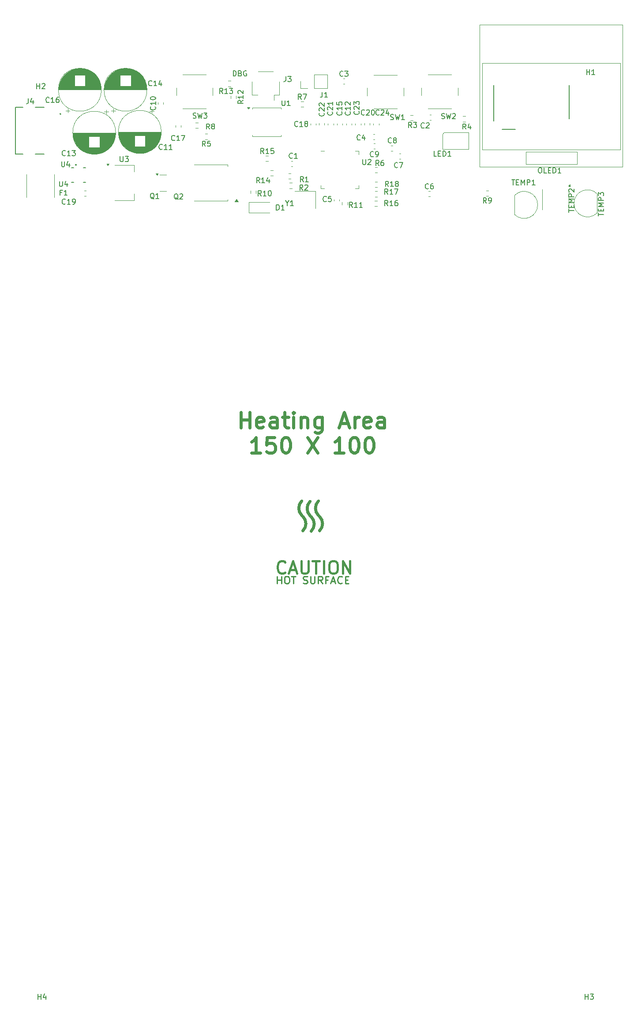
<source format=gbr>
%TF.GenerationSoftware,KiCad,Pcbnew,8.0.8*%
%TF.CreationDate,2025-01-24T13:29:28+05:30*%
%TF.ProjectId,heatPlate,68656174-506c-4617-9465-2e6b69636164,rev?*%
%TF.SameCoordinates,Original*%
%TF.FileFunction,Legend,Top*%
%TF.FilePolarity,Positive*%
%FSLAX46Y46*%
G04 Gerber Fmt 4.6, Leading zero omitted, Abs format (unit mm)*
G04 Created by KiCad (PCBNEW 8.0.8) date 2025-01-24 13:29:28*
%MOMM*%
%LPD*%
G01*
G04 APERTURE LIST*
%ADD10C,0.600000*%
%ADD11C,0.200000*%
%ADD12C,0.400000*%
%ADD13C,0.240000*%
%ADD14C,0.150000*%
%ADD15C,0.120000*%
%ADD16C,0.152400*%
%ADD17C,0.000000*%
%ADD18C,0.100000*%
%ADD19C,0.127000*%
%ADD20C,0.203200*%
G04 APERTURE END LIST*
D10*
X116915577Y-132103577D02*
G75*
G02*
X116349755Y-130737577I1365923J1365977D01*
G01*
X119315577Y-133634577D02*
G75*
G02*
X118749998Y-134999998I-1931177J77D01*
G01*
X117715577Y-133703577D02*
G75*
G02*
X117149998Y-135068998I-1931177J77D01*
G01*
X118749577Y-132269577D02*
G75*
G02*
X119314943Y-133634577I-1365177J-1365023D01*
G01*
X115315577Y-132034577D02*
G75*
G02*
X114750462Y-130668870I1365923J1364977D01*
G01*
X118515577Y-132034577D02*
G75*
G02*
X117950462Y-130668870I1365923J1364977D01*
G01*
X116349577Y-130737577D02*
G75*
G02*
X116915445Y-129371445I1931823J77D01*
G01*
X116115577Y-133634577D02*
G75*
G02*
X115549998Y-134999998I-1931177J77D01*
G01*
X117949577Y-130669577D02*
G75*
G02*
X118515445Y-129303445I1931823J77D01*
G01*
X115549577Y-132269577D02*
G75*
G02*
X116114943Y-133634577I-1365177J-1365023D01*
G01*
X114749577Y-130669577D02*
G75*
G02*
X115315445Y-129303445I1931823J77D01*
G01*
X117149577Y-132337577D02*
G75*
G02*
X117715679Y-133702870I-1365077J-1366023D01*
G01*
X103614284Y-115241741D02*
X103614284Y-112241741D01*
X103614284Y-113670312D02*
X105328570Y-113670312D01*
X105328570Y-115241741D02*
X105328570Y-112241741D01*
X107899998Y-115098884D02*
X107614284Y-115241741D01*
X107614284Y-115241741D02*
X107042856Y-115241741D01*
X107042856Y-115241741D02*
X106757141Y-115098884D01*
X106757141Y-115098884D02*
X106614284Y-114813169D01*
X106614284Y-114813169D02*
X106614284Y-113670312D01*
X106614284Y-113670312D02*
X106757141Y-113384598D01*
X106757141Y-113384598D02*
X107042856Y-113241741D01*
X107042856Y-113241741D02*
X107614284Y-113241741D01*
X107614284Y-113241741D02*
X107899998Y-113384598D01*
X107899998Y-113384598D02*
X108042856Y-113670312D01*
X108042856Y-113670312D02*
X108042856Y-113956026D01*
X108042856Y-113956026D02*
X106614284Y-114241741D01*
X110614285Y-115241741D02*
X110614285Y-113670312D01*
X110614285Y-113670312D02*
X110471427Y-113384598D01*
X110471427Y-113384598D02*
X110185713Y-113241741D01*
X110185713Y-113241741D02*
X109614285Y-113241741D01*
X109614285Y-113241741D02*
X109328570Y-113384598D01*
X110614285Y-115098884D02*
X110328570Y-115241741D01*
X110328570Y-115241741D02*
X109614285Y-115241741D01*
X109614285Y-115241741D02*
X109328570Y-115098884D01*
X109328570Y-115098884D02*
X109185713Y-114813169D01*
X109185713Y-114813169D02*
X109185713Y-114527455D01*
X109185713Y-114527455D02*
X109328570Y-114241741D01*
X109328570Y-114241741D02*
X109614285Y-114098884D01*
X109614285Y-114098884D02*
X110328570Y-114098884D01*
X110328570Y-114098884D02*
X110614285Y-113956026D01*
X111614285Y-113241741D02*
X112757142Y-113241741D01*
X112042856Y-112241741D02*
X112042856Y-114813169D01*
X112042856Y-114813169D02*
X112185713Y-115098884D01*
X112185713Y-115098884D02*
X112471428Y-115241741D01*
X112471428Y-115241741D02*
X112757142Y-115241741D01*
X113757142Y-115241741D02*
X113757142Y-113241741D01*
X113757142Y-112241741D02*
X113614285Y-112384598D01*
X113614285Y-112384598D02*
X113757142Y-112527455D01*
X113757142Y-112527455D02*
X113899999Y-112384598D01*
X113899999Y-112384598D02*
X113757142Y-112241741D01*
X113757142Y-112241741D02*
X113757142Y-112527455D01*
X115185713Y-113241741D02*
X115185713Y-115241741D01*
X115185713Y-113527455D02*
X115328570Y-113384598D01*
X115328570Y-113384598D02*
X115614285Y-113241741D01*
X115614285Y-113241741D02*
X116042856Y-113241741D01*
X116042856Y-113241741D02*
X116328570Y-113384598D01*
X116328570Y-113384598D02*
X116471428Y-113670312D01*
X116471428Y-113670312D02*
X116471428Y-115241741D01*
X119185714Y-113241741D02*
X119185714Y-115670312D01*
X119185714Y-115670312D02*
X119042856Y-115956026D01*
X119042856Y-115956026D02*
X118899999Y-116098884D01*
X118899999Y-116098884D02*
X118614285Y-116241741D01*
X118614285Y-116241741D02*
X118185714Y-116241741D01*
X118185714Y-116241741D02*
X117899999Y-116098884D01*
X119185714Y-115098884D02*
X118899999Y-115241741D01*
X118899999Y-115241741D02*
X118328571Y-115241741D01*
X118328571Y-115241741D02*
X118042856Y-115098884D01*
X118042856Y-115098884D02*
X117899999Y-114956026D01*
X117899999Y-114956026D02*
X117757142Y-114670312D01*
X117757142Y-114670312D02*
X117757142Y-113813169D01*
X117757142Y-113813169D02*
X117899999Y-113527455D01*
X117899999Y-113527455D02*
X118042856Y-113384598D01*
X118042856Y-113384598D02*
X118328571Y-113241741D01*
X118328571Y-113241741D02*
X118899999Y-113241741D01*
X118899999Y-113241741D02*
X119185714Y-113384598D01*
X122757142Y-114384598D02*
X124185714Y-114384598D01*
X122471428Y-115241741D02*
X123471428Y-112241741D01*
X123471428Y-112241741D02*
X124471428Y-115241741D01*
X125471428Y-115241741D02*
X125471428Y-113241741D01*
X125471428Y-113813169D02*
X125614285Y-113527455D01*
X125614285Y-113527455D02*
X125757143Y-113384598D01*
X125757143Y-113384598D02*
X126042857Y-113241741D01*
X126042857Y-113241741D02*
X126328571Y-113241741D01*
X128471428Y-115098884D02*
X128185714Y-115241741D01*
X128185714Y-115241741D02*
X127614286Y-115241741D01*
X127614286Y-115241741D02*
X127328571Y-115098884D01*
X127328571Y-115098884D02*
X127185714Y-114813169D01*
X127185714Y-114813169D02*
X127185714Y-113670312D01*
X127185714Y-113670312D02*
X127328571Y-113384598D01*
X127328571Y-113384598D02*
X127614286Y-113241741D01*
X127614286Y-113241741D02*
X128185714Y-113241741D01*
X128185714Y-113241741D02*
X128471428Y-113384598D01*
X128471428Y-113384598D02*
X128614286Y-113670312D01*
X128614286Y-113670312D02*
X128614286Y-113956026D01*
X128614286Y-113956026D02*
X127185714Y-114241741D01*
X131185715Y-115241741D02*
X131185715Y-113670312D01*
X131185715Y-113670312D02*
X131042857Y-113384598D01*
X131042857Y-113384598D02*
X130757143Y-113241741D01*
X130757143Y-113241741D02*
X130185715Y-113241741D01*
X130185715Y-113241741D02*
X129900000Y-113384598D01*
X131185715Y-115098884D02*
X130900000Y-115241741D01*
X130900000Y-115241741D02*
X130185715Y-115241741D01*
X130185715Y-115241741D02*
X129900000Y-115098884D01*
X129900000Y-115098884D02*
X129757143Y-114813169D01*
X129757143Y-114813169D02*
X129757143Y-114527455D01*
X129757143Y-114527455D02*
X129900000Y-114241741D01*
X129900000Y-114241741D02*
X130185715Y-114098884D01*
X130185715Y-114098884D02*
X130900000Y-114098884D01*
X130900000Y-114098884D02*
X131185715Y-113956026D01*
X107400000Y-120071573D02*
X105685714Y-120071573D01*
X106542857Y-120071573D02*
X106542857Y-117071573D01*
X106542857Y-117071573D02*
X106257143Y-117500144D01*
X106257143Y-117500144D02*
X105971428Y-117785858D01*
X105971428Y-117785858D02*
X105685714Y-117928716D01*
X110114286Y-117071573D02*
X108685714Y-117071573D01*
X108685714Y-117071573D02*
X108542857Y-118500144D01*
X108542857Y-118500144D02*
X108685714Y-118357287D01*
X108685714Y-118357287D02*
X108971429Y-118214430D01*
X108971429Y-118214430D02*
X109685714Y-118214430D01*
X109685714Y-118214430D02*
X109971429Y-118357287D01*
X109971429Y-118357287D02*
X110114286Y-118500144D01*
X110114286Y-118500144D02*
X110257143Y-118785858D01*
X110257143Y-118785858D02*
X110257143Y-119500144D01*
X110257143Y-119500144D02*
X110114286Y-119785858D01*
X110114286Y-119785858D02*
X109971429Y-119928716D01*
X109971429Y-119928716D02*
X109685714Y-120071573D01*
X109685714Y-120071573D02*
X108971429Y-120071573D01*
X108971429Y-120071573D02*
X108685714Y-119928716D01*
X108685714Y-119928716D02*
X108542857Y-119785858D01*
X112114286Y-117071573D02*
X112400000Y-117071573D01*
X112400000Y-117071573D02*
X112685714Y-117214430D01*
X112685714Y-117214430D02*
X112828572Y-117357287D01*
X112828572Y-117357287D02*
X112971429Y-117643001D01*
X112971429Y-117643001D02*
X113114286Y-118214430D01*
X113114286Y-118214430D02*
X113114286Y-118928716D01*
X113114286Y-118928716D02*
X112971429Y-119500144D01*
X112971429Y-119500144D02*
X112828572Y-119785858D01*
X112828572Y-119785858D02*
X112685714Y-119928716D01*
X112685714Y-119928716D02*
X112400000Y-120071573D01*
X112400000Y-120071573D02*
X112114286Y-120071573D01*
X112114286Y-120071573D02*
X111828572Y-119928716D01*
X111828572Y-119928716D02*
X111685714Y-119785858D01*
X111685714Y-119785858D02*
X111542857Y-119500144D01*
X111542857Y-119500144D02*
X111400000Y-118928716D01*
X111400000Y-118928716D02*
X111400000Y-118214430D01*
X111400000Y-118214430D02*
X111542857Y-117643001D01*
X111542857Y-117643001D02*
X111685714Y-117357287D01*
X111685714Y-117357287D02*
X111828572Y-117214430D01*
X111828572Y-117214430D02*
X112114286Y-117071573D01*
X116400000Y-117071573D02*
X118400000Y-120071573D01*
X118400000Y-117071573D02*
X116400000Y-120071573D01*
X123400000Y-120071573D02*
X121685714Y-120071573D01*
X122542857Y-120071573D02*
X122542857Y-117071573D01*
X122542857Y-117071573D02*
X122257143Y-117500144D01*
X122257143Y-117500144D02*
X121971428Y-117785858D01*
X121971428Y-117785858D02*
X121685714Y-117928716D01*
X125257143Y-117071573D02*
X125542857Y-117071573D01*
X125542857Y-117071573D02*
X125828571Y-117214430D01*
X125828571Y-117214430D02*
X125971429Y-117357287D01*
X125971429Y-117357287D02*
X126114286Y-117643001D01*
X126114286Y-117643001D02*
X126257143Y-118214430D01*
X126257143Y-118214430D02*
X126257143Y-118928716D01*
X126257143Y-118928716D02*
X126114286Y-119500144D01*
X126114286Y-119500144D02*
X125971429Y-119785858D01*
X125971429Y-119785858D02*
X125828571Y-119928716D01*
X125828571Y-119928716D02*
X125542857Y-120071573D01*
X125542857Y-120071573D02*
X125257143Y-120071573D01*
X125257143Y-120071573D02*
X124971429Y-119928716D01*
X124971429Y-119928716D02*
X124828571Y-119785858D01*
X124828571Y-119785858D02*
X124685714Y-119500144D01*
X124685714Y-119500144D02*
X124542857Y-118928716D01*
X124542857Y-118928716D02*
X124542857Y-118214430D01*
X124542857Y-118214430D02*
X124685714Y-117643001D01*
X124685714Y-117643001D02*
X124828571Y-117357287D01*
X124828571Y-117357287D02*
X124971429Y-117214430D01*
X124971429Y-117214430D02*
X125257143Y-117071573D01*
X128114286Y-117071573D02*
X128400000Y-117071573D01*
X128400000Y-117071573D02*
X128685714Y-117214430D01*
X128685714Y-117214430D02*
X128828572Y-117357287D01*
X128828572Y-117357287D02*
X128971429Y-117643001D01*
X128971429Y-117643001D02*
X129114286Y-118214430D01*
X129114286Y-118214430D02*
X129114286Y-118928716D01*
X129114286Y-118928716D02*
X128971429Y-119500144D01*
X128971429Y-119500144D02*
X128828572Y-119785858D01*
X128828572Y-119785858D02*
X128685714Y-119928716D01*
X128685714Y-119928716D02*
X128400000Y-120071573D01*
X128400000Y-120071573D02*
X128114286Y-120071573D01*
X128114286Y-120071573D02*
X127828572Y-119928716D01*
X127828572Y-119928716D02*
X127685714Y-119785858D01*
X127685714Y-119785858D02*
X127542857Y-119500144D01*
X127542857Y-119500144D02*
X127400000Y-118928716D01*
X127400000Y-118928716D02*
X127400000Y-118214430D01*
X127400000Y-118214430D02*
X127542857Y-117643001D01*
X127542857Y-117643001D02*
X127685714Y-117357287D01*
X127685714Y-117357287D02*
X127828572Y-117214430D01*
X127828572Y-117214430D02*
X128114286Y-117071573D01*
D11*
X102169673Y-47767219D02*
X102169673Y-46767219D01*
X102169673Y-46767219D02*
X102407768Y-46767219D01*
X102407768Y-46767219D02*
X102550625Y-46814838D01*
X102550625Y-46814838D02*
X102645863Y-46910076D01*
X102645863Y-46910076D02*
X102693482Y-47005314D01*
X102693482Y-47005314D02*
X102741101Y-47195790D01*
X102741101Y-47195790D02*
X102741101Y-47338647D01*
X102741101Y-47338647D02*
X102693482Y-47529123D01*
X102693482Y-47529123D02*
X102645863Y-47624361D01*
X102645863Y-47624361D02*
X102550625Y-47719600D01*
X102550625Y-47719600D02*
X102407768Y-47767219D01*
X102407768Y-47767219D02*
X102169673Y-47767219D01*
X103503006Y-47243409D02*
X103645863Y-47291028D01*
X103645863Y-47291028D02*
X103693482Y-47338647D01*
X103693482Y-47338647D02*
X103741101Y-47433885D01*
X103741101Y-47433885D02*
X103741101Y-47576742D01*
X103741101Y-47576742D02*
X103693482Y-47671980D01*
X103693482Y-47671980D02*
X103645863Y-47719600D01*
X103645863Y-47719600D02*
X103550625Y-47767219D01*
X103550625Y-47767219D02*
X103169673Y-47767219D01*
X103169673Y-47767219D02*
X103169673Y-46767219D01*
X103169673Y-46767219D02*
X103503006Y-46767219D01*
X103503006Y-46767219D02*
X103598244Y-46814838D01*
X103598244Y-46814838D02*
X103645863Y-46862457D01*
X103645863Y-46862457D02*
X103693482Y-46957695D01*
X103693482Y-46957695D02*
X103693482Y-47052933D01*
X103693482Y-47052933D02*
X103645863Y-47148171D01*
X103645863Y-47148171D02*
X103598244Y-47195790D01*
X103598244Y-47195790D02*
X103503006Y-47243409D01*
X103503006Y-47243409D02*
X103169673Y-47243409D01*
X104693482Y-46814838D02*
X104598244Y-46767219D01*
X104598244Y-46767219D02*
X104455387Y-46767219D01*
X104455387Y-46767219D02*
X104312530Y-46814838D01*
X104312530Y-46814838D02*
X104217292Y-46910076D01*
X104217292Y-46910076D02*
X104169673Y-47005314D01*
X104169673Y-47005314D02*
X104122054Y-47195790D01*
X104122054Y-47195790D02*
X104122054Y-47338647D01*
X104122054Y-47338647D02*
X104169673Y-47529123D01*
X104169673Y-47529123D02*
X104217292Y-47624361D01*
X104217292Y-47624361D02*
X104312530Y-47719600D01*
X104312530Y-47719600D02*
X104455387Y-47767219D01*
X104455387Y-47767219D02*
X104550625Y-47767219D01*
X104550625Y-47767219D02*
X104693482Y-47719600D01*
X104693482Y-47719600D02*
X104741101Y-47671980D01*
X104741101Y-47671980D02*
X104741101Y-47338647D01*
X104741101Y-47338647D02*
X104550625Y-47338647D01*
D12*
X112121591Y-142964491D02*
X112007305Y-143078777D01*
X112007305Y-143078777D02*
X111664448Y-143193062D01*
X111664448Y-143193062D02*
X111435876Y-143193062D01*
X111435876Y-143193062D02*
X111093019Y-143078777D01*
X111093019Y-143078777D02*
X110864448Y-142850205D01*
X110864448Y-142850205D02*
X110750162Y-142621634D01*
X110750162Y-142621634D02*
X110635876Y-142164491D01*
X110635876Y-142164491D02*
X110635876Y-141821634D01*
X110635876Y-141821634D02*
X110750162Y-141364491D01*
X110750162Y-141364491D02*
X110864448Y-141135919D01*
X110864448Y-141135919D02*
X111093019Y-140907348D01*
X111093019Y-140907348D02*
X111435876Y-140793062D01*
X111435876Y-140793062D02*
X111664448Y-140793062D01*
X111664448Y-140793062D02*
X112007305Y-140907348D01*
X112007305Y-140907348D02*
X112121591Y-141021634D01*
X113035876Y-142507348D02*
X114178734Y-142507348D01*
X112807305Y-143193062D02*
X113607305Y-140793062D01*
X113607305Y-140793062D02*
X114407305Y-143193062D01*
X115207305Y-140793062D02*
X115207305Y-142735919D01*
X115207305Y-142735919D02*
X115321591Y-142964491D01*
X115321591Y-142964491D02*
X115435877Y-143078777D01*
X115435877Y-143078777D02*
X115664448Y-143193062D01*
X115664448Y-143193062D02*
X116121591Y-143193062D01*
X116121591Y-143193062D02*
X116350162Y-143078777D01*
X116350162Y-143078777D02*
X116464448Y-142964491D01*
X116464448Y-142964491D02*
X116578734Y-142735919D01*
X116578734Y-142735919D02*
X116578734Y-140793062D01*
X117378734Y-140793062D02*
X118750163Y-140793062D01*
X118064448Y-143193062D02*
X118064448Y-140793062D01*
X119550162Y-143193062D02*
X119550162Y-140793062D01*
X121150162Y-140793062D02*
X121607305Y-140793062D01*
X121607305Y-140793062D02*
X121835876Y-140907348D01*
X121835876Y-140907348D02*
X122064448Y-141135919D01*
X122064448Y-141135919D02*
X122178733Y-141593062D01*
X122178733Y-141593062D02*
X122178733Y-142393062D01*
X122178733Y-142393062D02*
X122064448Y-142850205D01*
X122064448Y-142850205D02*
X121835876Y-143078777D01*
X121835876Y-143078777D02*
X121607305Y-143193062D01*
X121607305Y-143193062D02*
X121150162Y-143193062D01*
X121150162Y-143193062D02*
X120921591Y-143078777D01*
X120921591Y-143078777D02*
X120693019Y-142850205D01*
X120693019Y-142850205D02*
X120578733Y-142393062D01*
X120578733Y-142393062D02*
X120578733Y-141593062D01*
X120578733Y-141593062D02*
X120693019Y-141135919D01*
X120693019Y-141135919D02*
X120921591Y-140907348D01*
X120921591Y-140907348D02*
X121150162Y-140793062D01*
X123207305Y-143193062D02*
X123207305Y-140793062D01*
X123207305Y-140793062D02*
X124578734Y-143193062D01*
X124578734Y-143193062D02*
X124578734Y-140793062D01*
D13*
X110606804Y-145138763D02*
X110606804Y-143738763D01*
X110606804Y-144405430D02*
X111406804Y-144405430D01*
X111406804Y-145138763D02*
X111406804Y-143738763D01*
X112340138Y-143738763D02*
X112606804Y-143738763D01*
X112606804Y-143738763D02*
X112740138Y-143805430D01*
X112740138Y-143805430D02*
X112873471Y-143938763D01*
X112873471Y-143938763D02*
X112940138Y-144205430D01*
X112940138Y-144205430D02*
X112940138Y-144672097D01*
X112940138Y-144672097D02*
X112873471Y-144938763D01*
X112873471Y-144938763D02*
X112740138Y-145072097D01*
X112740138Y-145072097D02*
X112606804Y-145138763D01*
X112606804Y-145138763D02*
X112340138Y-145138763D01*
X112340138Y-145138763D02*
X112206804Y-145072097D01*
X112206804Y-145072097D02*
X112073471Y-144938763D01*
X112073471Y-144938763D02*
X112006804Y-144672097D01*
X112006804Y-144672097D02*
X112006804Y-144205430D01*
X112006804Y-144205430D02*
X112073471Y-143938763D01*
X112073471Y-143938763D02*
X112206804Y-143805430D01*
X112206804Y-143805430D02*
X112340138Y-143738763D01*
X113340138Y-143738763D02*
X114140138Y-143738763D01*
X113740138Y-145138763D02*
X113740138Y-143738763D01*
X115606805Y-145072097D02*
X115806805Y-145138763D01*
X115806805Y-145138763D02*
X116140139Y-145138763D01*
X116140139Y-145138763D02*
X116273472Y-145072097D01*
X116273472Y-145072097D02*
X116340139Y-145005430D01*
X116340139Y-145005430D02*
X116406805Y-144872097D01*
X116406805Y-144872097D02*
X116406805Y-144738763D01*
X116406805Y-144738763D02*
X116340139Y-144605430D01*
X116340139Y-144605430D02*
X116273472Y-144538763D01*
X116273472Y-144538763D02*
X116140139Y-144472097D01*
X116140139Y-144472097D02*
X115873472Y-144405430D01*
X115873472Y-144405430D02*
X115740139Y-144338763D01*
X115740139Y-144338763D02*
X115673472Y-144272097D01*
X115673472Y-144272097D02*
X115606805Y-144138763D01*
X115606805Y-144138763D02*
X115606805Y-144005430D01*
X115606805Y-144005430D02*
X115673472Y-143872097D01*
X115673472Y-143872097D02*
X115740139Y-143805430D01*
X115740139Y-143805430D02*
X115873472Y-143738763D01*
X115873472Y-143738763D02*
X116206805Y-143738763D01*
X116206805Y-143738763D02*
X116406805Y-143805430D01*
X117006805Y-143738763D02*
X117006805Y-144872097D01*
X117006805Y-144872097D02*
X117073472Y-145005430D01*
X117073472Y-145005430D02*
X117140138Y-145072097D01*
X117140138Y-145072097D02*
X117273472Y-145138763D01*
X117273472Y-145138763D02*
X117540138Y-145138763D01*
X117540138Y-145138763D02*
X117673472Y-145072097D01*
X117673472Y-145072097D02*
X117740138Y-145005430D01*
X117740138Y-145005430D02*
X117806805Y-144872097D01*
X117806805Y-144872097D02*
X117806805Y-143738763D01*
X119273472Y-145138763D02*
X118806805Y-144472097D01*
X118473472Y-145138763D02*
X118473472Y-143738763D01*
X118473472Y-143738763D02*
X119006805Y-143738763D01*
X119006805Y-143738763D02*
X119140139Y-143805430D01*
X119140139Y-143805430D02*
X119206805Y-143872097D01*
X119206805Y-143872097D02*
X119273472Y-144005430D01*
X119273472Y-144005430D02*
X119273472Y-144205430D01*
X119273472Y-144205430D02*
X119206805Y-144338763D01*
X119206805Y-144338763D02*
X119140139Y-144405430D01*
X119140139Y-144405430D02*
X119006805Y-144472097D01*
X119006805Y-144472097D02*
X118473472Y-144472097D01*
X120340139Y-144405430D02*
X119873472Y-144405430D01*
X119873472Y-145138763D02*
X119873472Y-143738763D01*
X119873472Y-143738763D02*
X120540139Y-143738763D01*
X121006805Y-144738763D02*
X121673472Y-144738763D01*
X120873472Y-145138763D02*
X121340139Y-143738763D01*
X121340139Y-143738763D02*
X121806805Y-145138763D01*
X123073472Y-145005430D02*
X123006805Y-145072097D01*
X123006805Y-145072097D02*
X122806805Y-145138763D01*
X122806805Y-145138763D02*
X122673472Y-145138763D01*
X122673472Y-145138763D02*
X122473472Y-145072097D01*
X122473472Y-145072097D02*
X122340139Y-144938763D01*
X122340139Y-144938763D02*
X122273472Y-144805430D01*
X122273472Y-144805430D02*
X122206805Y-144538763D01*
X122206805Y-144538763D02*
X122206805Y-144338763D01*
X122206805Y-144338763D02*
X122273472Y-144072097D01*
X122273472Y-144072097D02*
X122340139Y-143938763D01*
X122340139Y-143938763D02*
X122473472Y-143805430D01*
X122473472Y-143805430D02*
X122673472Y-143738763D01*
X122673472Y-143738763D02*
X122806805Y-143738763D01*
X122806805Y-143738763D02*
X123006805Y-143805430D01*
X123006805Y-143805430D02*
X123073472Y-143872097D01*
X123673472Y-144405430D02*
X124140139Y-144405430D01*
X124340139Y-145138763D02*
X123673472Y-145138763D01*
X123673472Y-145138763D02*
X123673472Y-143738763D01*
X123673472Y-143738763D02*
X124340139Y-143738763D01*
D14*
X150758333Y-72134819D02*
X150425000Y-71658628D01*
X150186905Y-72134819D02*
X150186905Y-71134819D01*
X150186905Y-71134819D02*
X150567857Y-71134819D01*
X150567857Y-71134819D02*
X150663095Y-71182438D01*
X150663095Y-71182438D02*
X150710714Y-71230057D01*
X150710714Y-71230057D02*
X150758333Y-71325295D01*
X150758333Y-71325295D02*
X150758333Y-71468152D01*
X150758333Y-71468152D02*
X150710714Y-71563390D01*
X150710714Y-71563390D02*
X150663095Y-71611009D01*
X150663095Y-71611009D02*
X150567857Y-71658628D01*
X150567857Y-71658628D02*
X150186905Y-71658628D01*
X151234524Y-72134819D02*
X151425000Y-72134819D01*
X151425000Y-72134819D02*
X151520238Y-72087200D01*
X151520238Y-72087200D02*
X151567857Y-72039580D01*
X151567857Y-72039580D02*
X151663095Y-71896723D01*
X151663095Y-71896723D02*
X151710714Y-71706247D01*
X151710714Y-71706247D02*
X151710714Y-71325295D01*
X151710714Y-71325295D02*
X151663095Y-71230057D01*
X151663095Y-71230057D02*
X151615476Y-71182438D01*
X151615476Y-71182438D02*
X151520238Y-71134819D01*
X151520238Y-71134819D02*
X151329762Y-71134819D01*
X151329762Y-71134819D02*
X151234524Y-71182438D01*
X151234524Y-71182438D02*
X151186905Y-71230057D01*
X151186905Y-71230057D02*
X151139286Y-71325295D01*
X151139286Y-71325295D02*
X151139286Y-71563390D01*
X151139286Y-71563390D02*
X151186905Y-71658628D01*
X151186905Y-71658628D02*
X151234524Y-71706247D01*
X151234524Y-71706247D02*
X151329762Y-71753866D01*
X151329762Y-71753866D02*
X151520238Y-71753866D01*
X151520238Y-71753866D02*
X151615476Y-71706247D01*
X151615476Y-71706247D02*
X151663095Y-71658628D01*
X151663095Y-71658628D02*
X151710714Y-71563390D01*
X112523809Y-72178628D02*
X112523809Y-72654819D01*
X112190476Y-71654819D02*
X112523809Y-72178628D01*
X112523809Y-72178628D02*
X112857142Y-71654819D01*
X113714285Y-72654819D02*
X113142857Y-72654819D01*
X113428571Y-72654819D02*
X113428571Y-71654819D01*
X113428571Y-71654819D02*
X113333333Y-71797676D01*
X113333333Y-71797676D02*
X113238095Y-71892914D01*
X113238095Y-71892914D02*
X113142857Y-71940533D01*
X126533333Y-59959580D02*
X126485714Y-60007200D01*
X126485714Y-60007200D02*
X126342857Y-60054819D01*
X126342857Y-60054819D02*
X126247619Y-60054819D01*
X126247619Y-60054819D02*
X126104762Y-60007200D01*
X126104762Y-60007200D02*
X126009524Y-59911961D01*
X126009524Y-59911961D02*
X125961905Y-59816723D01*
X125961905Y-59816723D02*
X125914286Y-59626247D01*
X125914286Y-59626247D02*
X125914286Y-59483390D01*
X125914286Y-59483390D02*
X125961905Y-59292914D01*
X125961905Y-59292914D02*
X126009524Y-59197676D01*
X126009524Y-59197676D02*
X126104762Y-59102438D01*
X126104762Y-59102438D02*
X126247619Y-59054819D01*
X126247619Y-59054819D02*
X126342857Y-59054819D01*
X126342857Y-59054819D02*
X126485714Y-59102438D01*
X126485714Y-59102438D02*
X126533333Y-59150057D01*
X127390476Y-59388152D02*
X127390476Y-60054819D01*
X127152381Y-59007200D02*
X126914286Y-59721485D01*
X126914286Y-59721485D02*
X127533333Y-59721485D01*
X69238095Y-64154819D02*
X69238095Y-64964342D01*
X69238095Y-64964342D02*
X69285714Y-65059580D01*
X69285714Y-65059580D02*
X69333333Y-65107200D01*
X69333333Y-65107200D02*
X69428571Y-65154819D01*
X69428571Y-65154819D02*
X69619047Y-65154819D01*
X69619047Y-65154819D02*
X69714285Y-65107200D01*
X69714285Y-65107200D02*
X69761904Y-65059580D01*
X69761904Y-65059580D02*
X69809523Y-64964342D01*
X69809523Y-64964342D02*
X69809523Y-64154819D01*
X70714285Y-64488152D02*
X70714285Y-65154819D01*
X70476190Y-64107200D02*
X70238095Y-64821485D01*
X70238095Y-64821485D02*
X70857142Y-64821485D01*
X68838095Y-67954819D02*
X68838095Y-68764342D01*
X68838095Y-68764342D02*
X68885714Y-68859580D01*
X68885714Y-68859580D02*
X68933333Y-68907200D01*
X68933333Y-68907200D02*
X69028571Y-68954819D01*
X69028571Y-68954819D02*
X69219047Y-68954819D01*
X69219047Y-68954819D02*
X69314285Y-68907200D01*
X69314285Y-68907200D02*
X69361904Y-68859580D01*
X69361904Y-68859580D02*
X69409523Y-68764342D01*
X69409523Y-68764342D02*
X69409523Y-67954819D01*
X70314285Y-68288152D02*
X70314285Y-68954819D01*
X70076190Y-67907200D02*
X69838095Y-68621485D01*
X69838095Y-68621485D02*
X70457142Y-68621485D01*
X114557142Y-57359580D02*
X114509523Y-57407200D01*
X114509523Y-57407200D02*
X114366666Y-57454819D01*
X114366666Y-57454819D02*
X114271428Y-57454819D01*
X114271428Y-57454819D02*
X114128571Y-57407200D01*
X114128571Y-57407200D02*
X114033333Y-57311961D01*
X114033333Y-57311961D02*
X113985714Y-57216723D01*
X113985714Y-57216723D02*
X113938095Y-57026247D01*
X113938095Y-57026247D02*
X113938095Y-56883390D01*
X113938095Y-56883390D02*
X113985714Y-56692914D01*
X113985714Y-56692914D02*
X114033333Y-56597676D01*
X114033333Y-56597676D02*
X114128571Y-56502438D01*
X114128571Y-56502438D02*
X114271428Y-56454819D01*
X114271428Y-56454819D02*
X114366666Y-56454819D01*
X114366666Y-56454819D02*
X114509523Y-56502438D01*
X114509523Y-56502438D02*
X114557142Y-56550057D01*
X115509523Y-57454819D02*
X114938095Y-57454819D01*
X115223809Y-57454819D02*
X115223809Y-56454819D01*
X115223809Y-56454819D02*
X115128571Y-56597676D01*
X115128571Y-56597676D02*
X115033333Y-56692914D01*
X115033333Y-56692914D02*
X114938095Y-56740533D01*
X116080952Y-56883390D02*
X115985714Y-56835771D01*
X115985714Y-56835771D02*
X115938095Y-56788152D01*
X115938095Y-56788152D02*
X115890476Y-56692914D01*
X115890476Y-56692914D02*
X115890476Y-56645295D01*
X115890476Y-56645295D02*
X115938095Y-56550057D01*
X115938095Y-56550057D02*
X115985714Y-56502438D01*
X115985714Y-56502438D02*
X116080952Y-56454819D01*
X116080952Y-56454819D02*
X116271428Y-56454819D01*
X116271428Y-56454819D02*
X116366666Y-56502438D01*
X116366666Y-56502438D02*
X116414285Y-56550057D01*
X116414285Y-56550057D02*
X116461904Y-56645295D01*
X116461904Y-56645295D02*
X116461904Y-56692914D01*
X116461904Y-56692914D02*
X116414285Y-56788152D01*
X116414285Y-56788152D02*
X116366666Y-56835771D01*
X116366666Y-56835771D02*
X116271428Y-56883390D01*
X116271428Y-56883390D02*
X116080952Y-56883390D01*
X116080952Y-56883390D02*
X115985714Y-56931009D01*
X115985714Y-56931009D02*
X115938095Y-56978628D01*
X115938095Y-56978628D02*
X115890476Y-57073866D01*
X115890476Y-57073866D02*
X115890476Y-57264342D01*
X115890476Y-57264342D02*
X115938095Y-57359580D01*
X115938095Y-57359580D02*
X115985714Y-57407200D01*
X115985714Y-57407200D02*
X116080952Y-57454819D01*
X116080952Y-57454819D02*
X116271428Y-57454819D01*
X116271428Y-57454819D02*
X116366666Y-57407200D01*
X116366666Y-57407200D02*
X116414285Y-57359580D01*
X116414285Y-57359580D02*
X116461904Y-57264342D01*
X116461904Y-57264342D02*
X116461904Y-57073866D01*
X116461904Y-57073866D02*
X116414285Y-56978628D01*
X116414285Y-56978628D02*
X116366666Y-56931009D01*
X116366666Y-56931009D02*
X116271428Y-56883390D01*
X133733333Y-65259580D02*
X133685714Y-65307200D01*
X133685714Y-65307200D02*
X133542857Y-65354819D01*
X133542857Y-65354819D02*
X133447619Y-65354819D01*
X133447619Y-65354819D02*
X133304762Y-65307200D01*
X133304762Y-65307200D02*
X133209524Y-65211961D01*
X133209524Y-65211961D02*
X133161905Y-65116723D01*
X133161905Y-65116723D02*
X133114286Y-64926247D01*
X133114286Y-64926247D02*
X133114286Y-64783390D01*
X133114286Y-64783390D02*
X133161905Y-64592914D01*
X133161905Y-64592914D02*
X133209524Y-64497676D01*
X133209524Y-64497676D02*
X133304762Y-64402438D01*
X133304762Y-64402438D02*
X133447619Y-64354819D01*
X133447619Y-64354819D02*
X133542857Y-64354819D01*
X133542857Y-64354819D02*
X133685714Y-64402438D01*
X133685714Y-64402438D02*
X133733333Y-64450057D01*
X134066667Y-64354819D02*
X134733333Y-64354819D01*
X134733333Y-64354819D02*
X134304762Y-65354819D01*
X104084819Y-52442857D02*
X103608628Y-52776190D01*
X104084819Y-53014285D02*
X103084819Y-53014285D01*
X103084819Y-53014285D02*
X103084819Y-52633333D01*
X103084819Y-52633333D02*
X103132438Y-52538095D01*
X103132438Y-52538095D02*
X103180057Y-52490476D01*
X103180057Y-52490476D02*
X103275295Y-52442857D01*
X103275295Y-52442857D02*
X103418152Y-52442857D01*
X103418152Y-52442857D02*
X103513390Y-52490476D01*
X103513390Y-52490476D02*
X103561009Y-52538095D01*
X103561009Y-52538095D02*
X103608628Y-52633333D01*
X103608628Y-52633333D02*
X103608628Y-53014285D01*
X104084819Y-51490476D02*
X104084819Y-52061904D01*
X104084819Y-51776190D02*
X103084819Y-51776190D01*
X103084819Y-51776190D02*
X103227676Y-51871428D01*
X103227676Y-51871428D02*
X103322914Y-51966666D01*
X103322914Y-51966666D02*
X103370533Y-52061904D01*
X103180057Y-51109523D02*
X103132438Y-51061904D01*
X103132438Y-51061904D02*
X103084819Y-50966666D01*
X103084819Y-50966666D02*
X103084819Y-50728571D01*
X103084819Y-50728571D02*
X103132438Y-50633333D01*
X103132438Y-50633333D02*
X103180057Y-50585714D01*
X103180057Y-50585714D02*
X103275295Y-50538095D01*
X103275295Y-50538095D02*
X103370533Y-50538095D01*
X103370533Y-50538095D02*
X103513390Y-50585714D01*
X103513390Y-50585714D02*
X104084819Y-51157142D01*
X104084819Y-51157142D02*
X104084819Y-50538095D01*
X132533333Y-60529580D02*
X132485714Y-60577200D01*
X132485714Y-60577200D02*
X132342857Y-60624819D01*
X132342857Y-60624819D02*
X132247619Y-60624819D01*
X132247619Y-60624819D02*
X132104762Y-60577200D01*
X132104762Y-60577200D02*
X132009524Y-60481961D01*
X132009524Y-60481961D02*
X131961905Y-60386723D01*
X131961905Y-60386723D02*
X131914286Y-60196247D01*
X131914286Y-60196247D02*
X131914286Y-60053390D01*
X131914286Y-60053390D02*
X131961905Y-59862914D01*
X131961905Y-59862914D02*
X132009524Y-59767676D01*
X132009524Y-59767676D02*
X132104762Y-59672438D01*
X132104762Y-59672438D02*
X132247619Y-59624819D01*
X132247619Y-59624819D02*
X132342857Y-59624819D01*
X132342857Y-59624819D02*
X132485714Y-59672438D01*
X132485714Y-59672438D02*
X132533333Y-59720057D01*
X133104762Y-60053390D02*
X133009524Y-60005771D01*
X133009524Y-60005771D02*
X132961905Y-59958152D01*
X132961905Y-59958152D02*
X132914286Y-59862914D01*
X132914286Y-59862914D02*
X132914286Y-59815295D01*
X132914286Y-59815295D02*
X132961905Y-59720057D01*
X132961905Y-59720057D02*
X133009524Y-59672438D01*
X133009524Y-59672438D02*
X133104762Y-59624819D01*
X133104762Y-59624819D02*
X133295238Y-59624819D01*
X133295238Y-59624819D02*
X133390476Y-59672438D01*
X133390476Y-59672438D02*
X133438095Y-59720057D01*
X133438095Y-59720057D02*
X133485714Y-59815295D01*
X133485714Y-59815295D02*
X133485714Y-59862914D01*
X133485714Y-59862914D02*
X133438095Y-59958152D01*
X133438095Y-59958152D02*
X133390476Y-60005771D01*
X133390476Y-60005771D02*
X133295238Y-60053390D01*
X133295238Y-60053390D02*
X133104762Y-60053390D01*
X133104762Y-60053390D02*
X133009524Y-60101009D01*
X133009524Y-60101009D02*
X132961905Y-60148628D01*
X132961905Y-60148628D02*
X132914286Y-60243866D01*
X132914286Y-60243866D02*
X132914286Y-60434342D01*
X132914286Y-60434342D02*
X132961905Y-60529580D01*
X132961905Y-60529580D02*
X133009524Y-60577200D01*
X133009524Y-60577200D02*
X133104762Y-60624819D01*
X133104762Y-60624819D02*
X133295238Y-60624819D01*
X133295238Y-60624819D02*
X133390476Y-60577200D01*
X133390476Y-60577200D02*
X133438095Y-60529580D01*
X133438095Y-60529580D02*
X133485714Y-60434342D01*
X133485714Y-60434342D02*
X133485714Y-60243866D01*
X133485714Y-60243866D02*
X133438095Y-60148628D01*
X133438095Y-60148628D02*
X133390476Y-60101009D01*
X133390476Y-60101009D02*
X133295238Y-60053390D01*
X122959580Y-54642857D02*
X123007200Y-54690476D01*
X123007200Y-54690476D02*
X123054819Y-54833333D01*
X123054819Y-54833333D02*
X123054819Y-54928571D01*
X123054819Y-54928571D02*
X123007200Y-55071428D01*
X123007200Y-55071428D02*
X122911961Y-55166666D01*
X122911961Y-55166666D02*
X122816723Y-55214285D01*
X122816723Y-55214285D02*
X122626247Y-55261904D01*
X122626247Y-55261904D02*
X122483390Y-55261904D01*
X122483390Y-55261904D02*
X122292914Y-55214285D01*
X122292914Y-55214285D02*
X122197676Y-55166666D01*
X122197676Y-55166666D02*
X122102438Y-55071428D01*
X122102438Y-55071428D02*
X122054819Y-54928571D01*
X122054819Y-54928571D02*
X122054819Y-54833333D01*
X122054819Y-54833333D02*
X122102438Y-54690476D01*
X122102438Y-54690476D02*
X122150057Y-54642857D01*
X123054819Y-53690476D02*
X123054819Y-54261904D01*
X123054819Y-53976190D02*
X122054819Y-53976190D01*
X122054819Y-53976190D02*
X122197676Y-54071428D01*
X122197676Y-54071428D02*
X122292914Y-54166666D01*
X122292914Y-54166666D02*
X122340533Y-54261904D01*
X122054819Y-52785714D02*
X122054819Y-53261904D01*
X122054819Y-53261904D02*
X122531009Y-53309523D01*
X122531009Y-53309523D02*
X122483390Y-53261904D01*
X122483390Y-53261904D02*
X122435771Y-53166666D01*
X122435771Y-53166666D02*
X122435771Y-52928571D01*
X122435771Y-52928571D02*
X122483390Y-52833333D01*
X122483390Y-52833333D02*
X122531009Y-52785714D01*
X122531009Y-52785714D02*
X122626247Y-52738095D01*
X122626247Y-52738095D02*
X122864342Y-52738095D01*
X122864342Y-52738095D02*
X122959580Y-52785714D01*
X122959580Y-52785714D02*
X123007200Y-52833333D01*
X123007200Y-52833333D02*
X123054819Y-52928571D01*
X123054819Y-52928571D02*
X123054819Y-53166666D01*
X123054819Y-53166666D02*
X123007200Y-53261904D01*
X123007200Y-53261904D02*
X122959580Y-53309523D01*
X115233333Y-52224819D02*
X114900000Y-51748628D01*
X114661905Y-52224819D02*
X114661905Y-51224819D01*
X114661905Y-51224819D02*
X115042857Y-51224819D01*
X115042857Y-51224819D02*
X115138095Y-51272438D01*
X115138095Y-51272438D02*
X115185714Y-51320057D01*
X115185714Y-51320057D02*
X115233333Y-51415295D01*
X115233333Y-51415295D02*
X115233333Y-51558152D01*
X115233333Y-51558152D02*
X115185714Y-51653390D01*
X115185714Y-51653390D02*
X115138095Y-51701009D01*
X115138095Y-51701009D02*
X115042857Y-51748628D01*
X115042857Y-51748628D02*
X114661905Y-51748628D01*
X115566667Y-51224819D02*
X116233333Y-51224819D01*
X116233333Y-51224819D02*
X115804762Y-52224819D01*
X115633333Y-68054819D02*
X115300000Y-67578628D01*
X115061905Y-68054819D02*
X115061905Y-67054819D01*
X115061905Y-67054819D02*
X115442857Y-67054819D01*
X115442857Y-67054819D02*
X115538095Y-67102438D01*
X115538095Y-67102438D02*
X115585714Y-67150057D01*
X115585714Y-67150057D02*
X115633333Y-67245295D01*
X115633333Y-67245295D02*
X115633333Y-67388152D01*
X115633333Y-67388152D02*
X115585714Y-67483390D01*
X115585714Y-67483390D02*
X115538095Y-67531009D01*
X115538095Y-67531009D02*
X115442857Y-67578628D01*
X115442857Y-67578628D02*
X115061905Y-67578628D01*
X116585714Y-68054819D02*
X116014286Y-68054819D01*
X116300000Y-68054819D02*
X116300000Y-67054819D01*
X116300000Y-67054819D02*
X116204762Y-67197676D01*
X116204762Y-67197676D02*
X116109524Y-67292914D01*
X116109524Y-67292914D02*
X116014286Y-67340533D01*
X142166667Y-55907200D02*
X142309524Y-55954819D01*
X142309524Y-55954819D02*
X142547619Y-55954819D01*
X142547619Y-55954819D02*
X142642857Y-55907200D01*
X142642857Y-55907200D02*
X142690476Y-55859580D01*
X142690476Y-55859580D02*
X142738095Y-55764342D01*
X142738095Y-55764342D02*
X142738095Y-55669104D01*
X142738095Y-55669104D02*
X142690476Y-55573866D01*
X142690476Y-55573866D02*
X142642857Y-55526247D01*
X142642857Y-55526247D02*
X142547619Y-55478628D01*
X142547619Y-55478628D02*
X142357143Y-55431009D01*
X142357143Y-55431009D02*
X142261905Y-55383390D01*
X142261905Y-55383390D02*
X142214286Y-55335771D01*
X142214286Y-55335771D02*
X142166667Y-55240533D01*
X142166667Y-55240533D02*
X142166667Y-55145295D01*
X142166667Y-55145295D02*
X142214286Y-55050057D01*
X142214286Y-55050057D02*
X142261905Y-55002438D01*
X142261905Y-55002438D02*
X142357143Y-54954819D01*
X142357143Y-54954819D02*
X142595238Y-54954819D01*
X142595238Y-54954819D02*
X142738095Y-55002438D01*
X143071429Y-54954819D02*
X143309524Y-55954819D01*
X143309524Y-55954819D02*
X143500000Y-55240533D01*
X143500000Y-55240533D02*
X143690476Y-55954819D01*
X143690476Y-55954819D02*
X143928572Y-54954819D01*
X144261905Y-55050057D02*
X144309524Y-55002438D01*
X144309524Y-55002438D02*
X144404762Y-54954819D01*
X144404762Y-54954819D02*
X144642857Y-54954819D01*
X144642857Y-54954819D02*
X144738095Y-55002438D01*
X144738095Y-55002438D02*
X144785714Y-55050057D01*
X144785714Y-55050057D02*
X144833333Y-55145295D01*
X144833333Y-55145295D02*
X144833333Y-55240533D01*
X144833333Y-55240533D02*
X144785714Y-55383390D01*
X144785714Y-55383390D02*
X144214286Y-55954819D01*
X144214286Y-55954819D02*
X144833333Y-55954819D01*
X138833333Y-57659580D02*
X138785714Y-57707200D01*
X138785714Y-57707200D02*
X138642857Y-57754819D01*
X138642857Y-57754819D02*
X138547619Y-57754819D01*
X138547619Y-57754819D02*
X138404762Y-57707200D01*
X138404762Y-57707200D02*
X138309524Y-57611961D01*
X138309524Y-57611961D02*
X138261905Y-57516723D01*
X138261905Y-57516723D02*
X138214286Y-57326247D01*
X138214286Y-57326247D02*
X138214286Y-57183390D01*
X138214286Y-57183390D02*
X138261905Y-56992914D01*
X138261905Y-56992914D02*
X138309524Y-56897676D01*
X138309524Y-56897676D02*
X138404762Y-56802438D01*
X138404762Y-56802438D02*
X138547619Y-56754819D01*
X138547619Y-56754819D02*
X138642857Y-56754819D01*
X138642857Y-56754819D02*
X138785714Y-56802438D01*
X138785714Y-56802438D02*
X138833333Y-56850057D01*
X139214286Y-56850057D02*
X139261905Y-56802438D01*
X139261905Y-56802438D02*
X139357143Y-56754819D01*
X139357143Y-56754819D02*
X139595238Y-56754819D01*
X139595238Y-56754819D02*
X139690476Y-56802438D01*
X139690476Y-56802438D02*
X139738095Y-56850057D01*
X139738095Y-56850057D02*
X139785714Y-56945295D01*
X139785714Y-56945295D02*
X139785714Y-57040533D01*
X139785714Y-57040533D02*
X139738095Y-57183390D01*
X139738095Y-57183390D02*
X139166667Y-57754819D01*
X139166667Y-57754819D02*
X139785714Y-57754819D01*
X119266666Y-50854819D02*
X119266666Y-51569104D01*
X119266666Y-51569104D02*
X119219047Y-51711961D01*
X119219047Y-51711961D02*
X119123809Y-51807200D01*
X119123809Y-51807200D02*
X118980952Y-51854819D01*
X118980952Y-51854819D02*
X118885714Y-51854819D01*
X120266666Y-51854819D02*
X119695238Y-51854819D01*
X119980952Y-51854819D02*
X119980952Y-50854819D01*
X119980952Y-50854819D02*
X119885714Y-50997676D01*
X119885714Y-50997676D02*
X119790476Y-51092914D01*
X119790476Y-51092914D02*
X119695238Y-51140533D01*
X108057142Y-62654819D02*
X107723809Y-62178628D01*
X107485714Y-62654819D02*
X107485714Y-61654819D01*
X107485714Y-61654819D02*
X107866666Y-61654819D01*
X107866666Y-61654819D02*
X107961904Y-61702438D01*
X107961904Y-61702438D02*
X108009523Y-61750057D01*
X108009523Y-61750057D02*
X108057142Y-61845295D01*
X108057142Y-61845295D02*
X108057142Y-61988152D01*
X108057142Y-61988152D02*
X108009523Y-62083390D01*
X108009523Y-62083390D02*
X107961904Y-62131009D01*
X107961904Y-62131009D02*
X107866666Y-62178628D01*
X107866666Y-62178628D02*
X107485714Y-62178628D01*
X109009523Y-62654819D02*
X108438095Y-62654819D01*
X108723809Y-62654819D02*
X108723809Y-61654819D01*
X108723809Y-61654819D02*
X108628571Y-61797676D01*
X108628571Y-61797676D02*
X108533333Y-61892914D01*
X108533333Y-61892914D02*
X108438095Y-61940533D01*
X109914285Y-61654819D02*
X109438095Y-61654819D01*
X109438095Y-61654819D02*
X109390476Y-62131009D01*
X109390476Y-62131009D02*
X109438095Y-62083390D01*
X109438095Y-62083390D02*
X109533333Y-62035771D01*
X109533333Y-62035771D02*
X109771428Y-62035771D01*
X109771428Y-62035771D02*
X109866666Y-62083390D01*
X109866666Y-62083390D02*
X109914285Y-62131009D01*
X109914285Y-62131009D02*
X109961904Y-62226247D01*
X109961904Y-62226247D02*
X109961904Y-62464342D01*
X109961904Y-62464342D02*
X109914285Y-62559580D01*
X109914285Y-62559580D02*
X109866666Y-62607200D01*
X109866666Y-62607200D02*
X109771428Y-62654819D01*
X109771428Y-62654819D02*
X109533333Y-62654819D01*
X109533333Y-62654819D02*
X109438095Y-62607200D01*
X109438095Y-62607200D02*
X109390476Y-62559580D01*
X131957142Y-68954819D02*
X131623809Y-68478628D01*
X131385714Y-68954819D02*
X131385714Y-67954819D01*
X131385714Y-67954819D02*
X131766666Y-67954819D01*
X131766666Y-67954819D02*
X131861904Y-68002438D01*
X131861904Y-68002438D02*
X131909523Y-68050057D01*
X131909523Y-68050057D02*
X131957142Y-68145295D01*
X131957142Y-68145295D02*
X131957142Y-68288152D01*
X131957142Y-68288152D02*
X131909523Y-68383390D01*
X131909523Y-68383390D02*
X131861904Y-68431009D01*
X131861904Y-68431009D02*
X131766666Y-68478628D01*
X131766666Y-68478628D02*
X131385714Y-68478628D01*
X132909523Y-68954819D02*
X132338095Y-68954819D01*
X132623809Y-68954819D02*
X132623809Y-67954819D01*
X132623809Y-67954819D02*
X132528571Y-68097676D01*
X132528571Y-68097676D02*
X132433333Y-68192914D01*
X132433333Y-68192914D02*
X132338095Y-68240533D01*
X133480952Y-68383390D02*
X133385714Y-68335771D01*
X133385714Y-68335771D02*
X133338095Y-68288152D01*
X133338095Y-68288152D02*
X133290476Y-68192914D01*
X133290476Y-68192914D02*
X133290476Y-68145295D01*
X133290476Y-68145295D02*
X133338095Y-68050057D01*
X133338095Y-68050057D02*
X133385714Y-68002438D01*
X133385714Y-68002438D02*
X133480952Y-67954819D01*
X133480952Y-67954819D02*
X133671428Y-67954819D01*
X133671428Y-67954819D02*
X133766666Y-68002438D01*
X133766666Y-68002438D02*
X133814285Y-68050057D01*
X133814285Y-68050057D02*
X133861904Y-68145295D01*
X133861904Y-68145295D02*
X133861904Y-68192914D01*
X133861904Y-68192914D02*
X133814285Y-68288152D01*
X133814285Y-68288152D02*
X133766666Y-68335771D01*
X133766666Y-68335771D02*
X133671428Y-68383390D01*
X133671428Y-68383390D02*
X133480952Y-68383390D01*
X133480952Y-68383390D02*
X133385714Y-68431009D01*
X133385714Y-68431009D02*
X133338095Y-68478628D01*
X133338095Y-68478628D02*
X133290476Y-68573866D01*
X133290476Y-68573866D02*
X133290476Y-68764342D01*
X133290476Y-68764342D02*
X133338095Y-68859580D01*
X133338095Y-68859580D02*
X133385714Y-68907200D01*
X133385714Y-68907200D02*
X133480952Y-68954819D01*
X133480952Y-68954819D02*
X133671428Y-68954819D01*
X133671428Y-68954819D02*
X133766666Y-68907200D01*
X133766666Y-68907200D02*
X133814285Y-68859580D01*
X133814285Y-68859580D02*
X133861904Y-68764342D01*
X133861904Y-68764342D02*
X133861904Y-68573866D01*
X133861904Y-68573866D02*
X133814285Y-68478628D01*
X133814285Y-68478628D02*
X133766666Y-68431009D01*
X133766666Y-68431009D02*
X133671428Y-68383390D01*
X110461905Y-73454819D02*
X110461905Y-72454819D01*
X110461905Y-72454819D02*
X110700000Y-72454819D01*
X110700000Y-72454819D02*
X110842857Y-72502438D01*
X110842857Y-72502438D02*
X110938095Y-72597676D01*
X110938095Y-72597676D02*
X110985714Y-72692914D01*
X110985714Y-72692914D02*
X111033333Y-72883390D01*
X111033333Y-72883390D02*
X111033333Y-73026247D01*
X111033333Y-73026247D02*
X110985714Y-73216723D01*
X110985714Y-73216723D02*
X110938095Y-73311961D01*
X110938095Y-73311961D02*
X110842857Y-73407200D01*
X110842857Y-73407200D02*
X110700000Y-73454819D01*
X110700000Y-73454819D02*
X110461905Y-73454819D01*
X111985714Y-73454819D02*
X111414286Y-73454819D01*
X111700000Y-73454819D02*
X111700000Y-72454819D01*
X111700000Y-72454819D02*
X111604762Y-72597676D01*
X111604762Y-72597676D02*
X111509524Y-72692914D01*
X111509524Y-72692914D02*
X111414286Y-72740533D01*
X139633333Y-69329580D02*
X139585714Y-69377200D01*
X139585714Y-69377200D02*
X139442857Y-69424819D01*
X139442857Y-69424819D02*
X139347619Y-69424819D01*
X139347619Y-69424819D02*
X139204762Y-69377200D01*
X139204762Y-69377200D02*
X139109524Y-69281961D01*
X139109524Y-69281961D02*
X139061905Y-69186723D01*
X139061905Y-69186723D02*
X139014286Y-68996247D01*
X139014286Y-68996247D02*
X139014286Y-68853390D01*
X139014286Y-68853390D02*
X139061905Y-68662914D01*
X139061905Y-68662914D02*
X139109524Y-68567676D01*
X139109524Y-68567676D02*
X139204762Y-68472438D01*
X139204762Y-68472438D02*
X139347619Y-68424819D01*
X139347619Y-68424819D02*
X139442857Y-68424819D01*
X139442857Y-68424819D02*
X139585714Y-68472438D01*
X139585714Y-68472438D02*
X139633333Y-68520057D01*
X140490476Y-68424819D02*
X140300000Y-68424819D01*
X140300000Y-68424819D02*
X140204762Y-68472438D01*
X140204762Y-68472438D02*
X140157143Y-68520057D01*
X140157143Y-68520057D02*
X140061905Y-68662914D01*
X140061905Y-68662914D02*
X140014286Y-68853390D01*
X140014286Y-68853390D02*
X140014286Y-69234342D01*
X140014286Y-69234342D02*
X140061905Y-69329580D01*
X140061905Y-69329580D02*
X140109524Y-69377200D01*
X140109524Y-69377200D02*
X140204762Y-69424819D01*
X140204762Y-69424819D02*
X140395238Y-69424819D01*
X140395238Y-69424819D02*
X140490476Y-69377200D01*
X140490476Y-69377200D02*
X140538095Y-69329580D01*
X140538095Y-69329580D02*
X140585714Y-69234342D01*
X140585714Y-69234342D02*
X140585714Y-68996247D01*
X140585714Y-68996247D02*
X140538095Y-68901009D01*
X140538095Y-68901009D02*
X140490476Y-68853390D01*
X140490476Y-68853390D02*
X140395238Y-68805771D01*
X140395238Y-68805771D02*
X140204762Y-68805771D01*
X140204762Y-68805771D02*
X140109524Y-68853390D01*
X140109524Y-68853390D02*
X140061905Y-68901009D01*
X140061905Y-68901009D02*
X140014286Y-68996247D01*
X146833333Y-57954819D02*
X146500000Y-57478628D01*
X146261905Y-57954819D02*
X146261905Y-56954819D01*
X146261905Y-56954819D02*
X146642857Y-56954819D01*
X146642857Y-56954819D02*
X146738095Y-57002438D01*
X146738095Y-57002438D02*
X146785714Y-57050057D01*
X146785714Y-57050057D02*
X146833333Y-57145295D01*
X146833333Y-57145295D02*
X146833333Y-57288152D01*
X146833333Y-57288152D02*
X146785714Y-57383390D01*
X146785714Y-57383390D02*
X146738095Y-57431009D01*
X146738095Y-57431009D02*
X146642857Y-57478628D01*
X146642857Y-57478628D02*
X146261905Y-57478628D01*
X147690476Y-57288152D02*
X147690476Y-57954819D01*
X147452381Y-56907200D02*
X147214286Y-57621485D01*
X147214286Y-57621485D02*
X147833333Y-57621485D01*
X64488095Y-50204819D02*
X64488095Y-49204819D01*
X64488095Y-49681009D02*
X65059523Y-49681009D01*
X65059523Y-50204819D02*
X65059523Y-49204819D01*
X65488095Y-49300057D02*
X65535714Y-49252438D01*
X65535714Y-49252438D02*
X65630952Y-49204819D01*
X65630952Y-49204819D02*
X65869047Y-49204819D01*
X65869047Y-49204819D02*
X65964285Y-49252438D01*
X65964285Y-49252438D02*
X66011904Y-49300057D01*
X66011904Y-49300057D02*
X66059523Y-49395295D01*
X66059523Y-49395295D02*
X66059523Y-49490533D01*
X66059523Y-49490533D02*
X66011904Y-49633390D01*
X66011904Y-49633390D02*
X65440476Y-50204819D01*
X65440476Y-50204819D02*
X66059523Y-50204819D01*
X90957142Y-60059580D02*
X90909523Y-60107200D01*
X90909523Y-60107200D02*
X90766666Y-60154819D01*
X90766666Y-60154819D02*
X90671428Y-60154819D01*
X90671428Y-60154819D02*
X90528571Y-60107200D01*
X90528571Y-60107200D02*
X90433333Y-60011961D01*
X90433333Y-60011961D02*
X90385714Y-59916723D01*
X90385714Y-59916723D02*
X90338095Y-59726247D01*
X90338095Y-59726247D02*
X90338095Y-59583390D01*
X90338095Y-59583390D02*
X90385714Y-59392914D01*
X90385714Y-59392914D02*
X90433333Y-59297676D01*
X90433333Y-59297676D02*
X90528571Y-59202438D01*
X90528571Y-59202438D02*
X90671428Y-59154819D01*
X90671428Y-59154819D02*
X90766666Y-59154819D01*
X90766666Y-59154819D02*
X90909523Y-59202438D01*
X90909523Y-59202438D02*
X90957142Y-59250057D01*
X91909523Y-60154819D02*
X91338095Y-60154819D01*
X91623809Y-60154819D02*
X91623809Y-59154819D01*
X91623809Y-59154819D02*
X91528571Y-59297676D01*
X91528571Y-59297676D02*
X91433333Y-59392914D01*
X91433333Y-59392914D02*
X91338095Y-59440533D01*
X92242857Y-59154819D02*
X92909523Y-59154819D01*
X92909523Y-59154819D02*
X92480952Y-60154819D01*
X124559580Y-54642857D02*
X124607200Y-54690476D01*
X124607200Y-54690476D02*
X124654819Y-54833333D01*
X124654819Y-54833333D02*
X124654819Y-54928571D01*
X124654819Y-54928571D02*
X124607200Y-55071428D01*
X124607200Y-55071428D02*
X124511961Y-55166666D01*
X124511961Y-55166666D02*
X124416723Y-55214285D01*
X124416723Y-55214285D02*
X124226247Y-55261904D01*
X124226247Y-55261904D02*
X124083390Y-55261904D01*
X124083390Y-55261904D02*
X123892914Y-55214285D01*
X123892914Y-55214285D02*
X123797676Y-55166666D01*
X123797676Y-55166666D02*
X123702438Y-55071428D01*
X123702438Y-55071428D02*
X123654819Y-54928571D01*
X123654819Y-54928571D02*
X123654819Y-54833333D01*
X123654819Y-54833333D02*
X123702438Y-54690476D01*
X123702438Y-54690476D02*
X123750057Y-54642857D01*
X124654819Y-53690476D02*
X124654819Y-54261904D01*
X124654819Y-53976190D02*
X123654819Y-53976190D01*
X123654819Y-53976190D02*
X123797676Y-54071428D01*
X123797676Y-54071428D02*
X123892914Y-54166666D01*
X123892914Y-54166666D02*
X123940533Y-54261904D01*
X123750057Y-53309523D02*
X123702438Y-53261904D01*
X123702438Y-53261904D02*
X123654819Y-53166666D01*
X123654819Y-53166666D02*
X123654819Y-52928571D01*
X123654819Y-52928571D02*
X123702438Y-52833333D01*
X123702438Y-52833333D02*
X123750057Y-52785714D01*
X123750057Y-52785714D02*
X123845295Y-52738095D01*
X123845295Y-52738095D02*
X123940533Y-52738095D01*
X123940533Y-52738095D02*
X124083390Y-52785714D01*
X124083390Y-52785714D02*
X124654819Y-53357142D01*
X124654819Y-53357142D02*
X124654819Y-52738095D01*
X166554819Y-73885713D02*
X166554819Y-73314285D01*
X167554819Y-73599999D02*
X166554819Y-73599999D01*
X167031009Y-72980951D02*
X167031009Y-72647618D01*
X167554819Y-72504761D02*
X167554819Y-72980951D01*
X167554819Y-72980951D02*
X166554819Y-72980951D01*
X166554819Y-72980951D02*
X166554819Y-72504761D01*
X167554819Y-72076189D02*
X166554819Y-72076189D01*
X166554819Y-72076189D02*
X167269104Y-71742856D01*
X167269104Y-71742856D02*
X166554819Y-71409523D01*
X166554819Y-71409523D02*
X167554819Y-71409523D01*
X167554819Y-70933332D02*
X166554819Y-70933332D01*
X166554819Y-70933332D02*
X166554819Y-70552380D01*
X166554819Y-70552380D02*
X166602438Y-70457142D01*
X166602438Y-70457142D02*
X166650057Y-70409523D01*
X166650057Y-70409523D02*
X166745295Y-70361904D01*
X166745295Y-70361904D02*
X166888152Y-70361904D01*
X166888152Y-70361904D02*
X166983390Y-70409523D01*
X166983390Y-70409523D02*
X167031009Y-70457142D01*
X167031009Y-70457142D02*
X167078628Y-70552380D01*
X167078628Y-70552380D02*
X167078628Y-70933332D01*
X166650057Y-69980951D02*
X166602438Y-69933332D01*
X166602438Y-69933332D02*
X166554819Y-69838094D01*
X166554819Y-69838094D02*
X166554819Y-69599999D01*
X166554819Y-69599999D02*
X166602438Y-69504761D01*
X166602438Y-69504761D02*
X166650057Y-69457142D01*
X166650057Y-69457142D02*
X166745295Y-69409523D01*
X166745295Y-69409523D02*
X166840533Y-69409523D01*
X166840533Y-69409523D02*
X166983390Y-69457142D01*
X166983390Y-69457142D02*
X167554819Y-70028570D01*
X167554819Y-70028570D02*
X167554819Y-69409523D01*
X107557142Y-70754819D02*
X107223809Y-70278628D01*
X106985714Y-70754819D02*
X106985714Y-69754819D01*
X106985714Y-69754819D02*
X107366666Y-69754819D01*
X107366666Y-69754819D02*
X107461904Y-69802438D01*
X107461904Y-69802438D02*
X107509523Y-69850057D01*
X107509523Y-69850057D02*
X107557142Y-69945295D01*
X107557142Y-69945295D02*
X107557142Y-70088152D01*
X107557142Y-70088152D02*
X107509523Y-70183390D01*
X107509523Y-70183390D02*
X107461904Y-70231009D01*
X107461904Y-70231009D02*
X107366666Y-70278628D01*
X107366666Y-70278628D02*
X106985714Y-70278628D01*
X108509523Y-70754819D02*
X107938095Y-70754819D01*
X108223809Y-70754819D02*
X108223809Y-69754819D01*
X108223809Y-69754819D02*
X108128571Y-69897676D01*
X108128571Y-69897676D02*
X108033333Y-69992914D01*
X108033333Y-69992914D02*
X107938095Y-70040533D01*
X109128571Y-69754819D02*
X109223809Y-69754819D01*
X109223809Y-69754819D02*
X109319047Y-69802438D01*
X109319047Y-69802438D02*
X109366666Y-69850057D01*
X109366666Y-69850057D02*
X109414285Y-69945295D01*
X109414285Y-69945295D02*
X109461904Y-70135771D01*
X109461904Y-70135771D02*
X109461904Y-70373866D01*
X109461904Y-70373866D02*
X109414285Y-70564342D01*
X109414285Y-70564342D02*
X109366666Y-70659580D01*
X109366666Y-70659580D02*
X109319047Y-70707200D01*
X109319047Y-70707200D02*
X109223809Y-70754819D01*
X109223809Y-70754819D02*
X109128571Y-70754819D01*
X109128571Y-70754819D02*
X109033333Y-70707200D01*
X109033333Y-70707200D02*
X108985714Y-70659580D01*
X108985714Y-70659580D02*
X108938095Y-70564342D01*
X108938095Y-70564342D02*
X108890476Y-70373866D01*
X108890476Y-70373866D02*
X108890476Y-70135771D01*
X108890476Y-70135771D02*
X108938095Y-69945295D01*
X108938095Y-69945295D02*
X108985714Y-69850057D01*
X108985714Y-69850057D02*
X109033333Y-69802438D01*
X109033333Y-69802438D02*
X109128571Y-69754819D01*
X132366667Y-56107200D02*
X132509524Y-56154819D01*
X132509524Y-56154819D02*
X132747619Y-56154819D01*
X132747619Y-56154819D02*
X132842857Y-56107200D01*
X132842857Y-56107200D02*
X132890476Y-56059580D01*
X132890476Y-56059580D02*
X132938095Y-55964342D01*
X132938095Y-55964342D02*
X132938095Y-55869104D01*
X132938095Y-55869104D02*
X132890476Y-55773866D01*
X132890476Y-55773866D02*
X132842857Y-55726247D01*
X132842857Y-55726247D02*
X132747619Y-55678628D01*
X132747619Y-55678628D02*
X132557143Y-55631009D01*
X132557143Y-55631009D02*
X132461905Y-55583390D01*
X132461905Y-55583390D02*
X132414286Y-55535771D01*
X132414286Y-55535771D02*
X132366667Y-55440533D01*
X132366667Y-55440533D02*
X132366667Y-55345295D01*
X132366667Y-55345295D02*
X132414286Y-55250057D01*
X132414286Y-55250057D02*
X132461905Y-55202438D01*
X132461905Y-55202438D02*
X132557143Y-55154819D01*
X132557143Y-55154819D02*
X132795238Y-55154819D01*
X132795238Y-55154819D02*
X132938095Y-55202438D01*
X133271429Y-55154819D02*
X133509524Y-56154819D01*
X133509524Y-56154819D02*
X133700000Y-55440533D01*
X133700000Y-55440533D02*
X133890476Y-56154819D01*
X133890476Y-56154819D02*
X134128572Y-55154819D01*
X135033333Y-56154819D02*
X134461905Y-56154819D01*
X134747619Y-56154819D02*
X134747619Y-55154819D01*
X134747619Y-55154819D02*
X134652381Y-55297676D01*
X134652381Y-55297676D02*
X134557143Y-55392914D01*
X134557143Y-55392914D02*
X134461905Y-55440533D01*
X131857142Y-72654819D02*
X131523809Y-72178628D01*
X131285714Y-72654819D02*
X131285714Y-71654819D01*
X131285714Y-71654819D02*
X131666666Y-71654819D01*
X131666666Y-71654819D02*
X131761904Y-71702438D01*
X131761904Y-71702438D02*
X131809523Y-71750057D01*
X131809523Y-71750057D02*
X131857142Y-71845295D01*
X131857142Y-71845295D02*
X131857142Y-71988152D01*
X131857142Y-71988152D02*
X131809523Y-72083390D01*
X131809523Y-72083390D02*
X131761904Y-72131009D01*
X131761904Y-72131009D02*
X131666666Y-72178628D01*
X131666666Y-72178628D02*
X131285714Y-72178628D01*
X132809523Y-72654819D02*
X132238095Y-72654819D01*
X132523809Y-72654819D02*
X132523809Y-71654819D01*
X132523809Y-71654819D02*
X132428571Y-71797676D01*
X132428571Y-71797676D02*
X132333333Y-71892914D01*
X132333333Y-71892914D02*
X132238095Y-71940533D01*
X133666666Y-71654819D02*
X133476190Y-71654819D01*
X133476190Y-71654819D02*
X133380952Y-71702438D01*
X133380952Y-71702438D02*
X133333333Y-71750057D01*
X133333333Y-71750057D02*
X133238095Y-71892914D01*
X133238095Y-71892914D02*
X133190476Y-72083390D01*
X133190476Y-72083390D02*
X133190476Y-72464342D01*
X133190476Y-72464342D02*
X133238095Y-72559580D01*
X133238095Y-72559580D02*
X133285714Y-72607200D01*
X133285714Y-72607200D02*
X133380952Y-72654819D01*
X133380952Y-72654819D02*
X133571428Y-72654819D01*
X133571428Y-72654819D02*
X133666666Y-72607200D01*
X133666666Y-72607200D02*
X133714285Y-72559580D01*
X133714285Y-72559580D02*
X133761904Y-72464342D01*
X133761904Y-72464342D02*
X133761904Y-72226247D01*
X133761904Y-72226247D02*
X133714285Y-72131009D01*
X133714285Y-72131009D02*
X133666666Y-72083390D01*
X133666666Y-72083390D02*
X133571428Y-72035771D01*
X133571428Y-72035771D02*
X133380952Y-72035771D01*
X133380952Y-72035771D02*
X133285714Y-72083390D01*
X133285714Y-72083390D02*
X133238095Y-72131009D01*
X133238095Y-72131009D02*
X133190476Y-72226247D01*
X97633333Y-57954819D02*
X97300000Y-57478628D01*
X97061905Y-57954819D02*
X97061905Y-56954819D01*
X97061905Y-56954819D02*
X97442857Y-56954819D01*
X97442857Y-56954819D02*
X97538095Y-57002438D01*
X97538095Y-57002438D02*
X97585714Y-57050057D01*
X97585714Y-57050057D02*
X97633333Y-57145295D01*
X97633333Y-57145295D02*
X97633333Y-57288152D01*
X97633333Y-57288152D02*
X97585714Y-57383390D01*
X97585714Y-57383390D02*
X97538095Y-57431009D01*
X97538095Y-57431009D02*
X97442857Y-57478628D01*
X97442857Y-57478628D02*
X97061905Y-57478628D01*
X98204762Y-57383390D02*
X98109524Y-57335771D01*
X98109524Y-57335771D02*
X98061905Y-57288152D01*
X98061905Y-57288152D02*
X98014286Y-57192914D01*
X98014286Y-57192914D02*
X98014286Y-57145295D01*
X98014286Y-57145295D02*
X98061905Y-57050057D01*
X98061905Y-57050057D02*
X98109524Y-57002438D01*
X98109524Y-57002438D02*
X98204762Y-56954819D01*
X98204762Y-56954819D02*
X98395238Y-56954819D01*
X98395238Y-56954819D02*
X98490476Y-57002438D01*
X98490476Y-57002438D02*
X98538095Y-57050057D01*
X98538095Y-57050057D02*
X98585714Y-57145295D01*
X98585714Y-57145295D02*
X98585714Y-57192914D01*
X98585714Y-57192914D02*
X98538095Y-57288152D01*
X98538095Y-57288152D02*
X98490476Y-57335771D01*
X98490476Y-57335771D02*
X98395238Y-57383390D01*
X98395238Y-57383390D02*
X98204762Y-57383390D01*
X98204762Y-57383390D02*
X98109524Y-57431009D01*
X98109524Y-57431009D02*
X98061905Y-57478628D01*
X98061905Y-57478628D02*
X98014286Y-57573866D01*
X98014286Y-57573866D02*
X98014286Y-57764342D01*
X98014286Y-57764342D02*
X98061905Y-57859580D01*
X98061905Y-57859580D02*
X98109524Y-57907200D01*
X98109524Y-57907200D02*
X98204762Y-57954819D01*
X98204762Y-57954819D02*
X98395238Y-57954819D01*
X98395238Y-57954819D02*
X98490476Y-57907200D01*
X98490476Y-57907200D02*
X98538095Y-57859580D01*
X98538095Y-57859580D02*
X98585714Y-57764342D01*
X98585714Y-57764342D02*
X98585714Y-57573866D01*
X98585714Y-57573866D02*
X98538095Y-57478628D01*
X98538095Y-57478628D02*
X98490476Y-57431009D01*
X98490476Y-57431009D02*
X98395238Y-57383390D01*
X130157142Y-55159580D02*
X130109523Y-55207200D01*
X130109523Y-55207200D02*
X129966666Y-55254819D01*
X129966666Y-55254819D02*
X129871428Y-55254819D01*
X129871428Y-55254819D02*
X129728571Y-55207200D01*
X129728571Y-55207200D02*
X129633333Y-55111961D01*
X129633333Y-55111961D02*
X129585714Y-55016723D01*
X129585714Y-55016723D02*
X129538095Y-54826247D01*
X129538095Y-54826247D02*
X129538095Y-54683390D01*
X129538095Y-54683390D02*
X129585714Y-54492914D01*
X129585714Y-54492914D02*
X129633333Y-54397676D01*
X129633333Y-54397676D02*
X129728571Y-54302438D01*
X129728571Y-54302438D02*
X129871428Y-54254819D01*
X129871428Y-54254819D02*
X129966666Y-54254819D01*
X129966666Y-54254819D02*
X130109523Y-54302438D01*
X130109523Y-54302438D02*
X130157142Y-54350057D01*
X130538095Y-54350057D02*
X130585714Y-54302438D01*
X130585714Y-54302438D02*
X130680952Y-54254819D01*
X130680952Y-54254819D02*
X130919047Y-54254819D01*
X130919047Y-54254819D02*
X131014285Y-54302438D01*
X131014285Y-54302438D02*
X131061904Y-54350057D01*
X131061904Y-54350057D02*
X131109523Y-54445295D01*
X131109523Y-54445295D02*
X131109523Y-54540533D01*
X131109523Y-54540533D02*
X131061904Y-54683390D01*
X131061904Y-54683390D02*
X130490476Y-55254819D01*
X130490476Y-55254819D02*
X131109523Y-55254819D01*
X131966666Y-54588152D02*
X131966666Y-55254819D01*
X131728571Y-54207200D02*
X131490476Y-54921485D01*
X131490476Y-54921485D02*
X132109523Y-54921485D01*
X123233333Y-47729580D02*
X123185714Y-47777200D01*
X123185714Y-47777200D02*
X123042857Y-47824819D01*
X123042857Y-47824819D02*
X122947619Y-47824819D01*
X122947619Y-47824819D02*
X122804762Y-47777200D01*
X122804762Y-47777200D02*
X122709524Y-47681961D01*
X122709524Y-47681961D02*
X122661905Y-47586723D01*
X122661905Y-47586723D02*
X122614286Y-47396247D01*
X122614286Y-47396247D02*
X122614286Y-47253390D01*
X122614286Y-47253390D02*
X122661905Y-47062914D01*
X122661905Y-47062914D02*
X122709524Y-46967676D01*
X122709524Y-46967676D02*
X122804762Y-46872438D01*
X122804762Y-46872438D02*
X122947619Y-46824819D01*
X122947619Y-46824819D02*
X123042857Y-46824819D01*
X123042857Y-46824819D02*
X123185714Y-46872438D01*
X123185714Y-46872438D02*
X123233333Y-46920057D01*
X123566667Y-46824819D02*
X124185714Y-46824819D01*
X124185714Y-46824819D02*
X123852381Y-47205771D01*
X123852381Y-47205771D02*
X123995238Y-47205771D01*
X123995238Y-47205771D02*
X124090476Y-47253390D01*
X124090476Y-47253390D02*
X124138095Y-47301009D01*
X124138095Y-47301009D02*
X124185714Y-47396247D01*
X124185714Y-47396247D02*
X124185714Y-47634342D01*
X124185714Y-47634342D02*
X124138095Y-47729580D01*
X124138095Y-47729580D02*
X124090476Y-47777200D01*
X124090476Y-47777200D02*
X123995238Y-47824819D01*
X123995238Y-47824819D02*
X123709524Y-47824819D01*
X123709524Y-47824819D02*
X123614286Y-47777200D01*
X123614286Y-47777200D02*
X123566667Y-47729580D01*
X160971428Y-65354819D02*
X161161904Y-65354819D01*
X161161904Y-65354819D02*
X161257142Y-65402438D01*
X161257142Y-65402438D02*
X161352380Y-65497676D01*
X161352380Y-65497676D02*
X161399999Y-65688152D01*
X161399999Y-65688152D02*
X161399999Y-66021485D01*
X161399999Y-66021485D02*
X161352380Y-66211961D01*
X161352380Y-66211961D02*
X161257142Y-66307200D01*
X161257142Y-66307200D02*
X161161904Y-66354819D01*
X161161904Y-66354819D02*
X160971428Y-66354819D01*
X160971428Y-66354819D02*
X160876190Y-66307200D01*
X160876190Y-66307200D02*
X160780952Y-66211961D01*
X160780952Y-66211961D02*
X160733333Y-66021485D01*
X160733333Y-66021485D02*
X160733333Y-65688152D01*
X160733333Y-65688152D02*
X160780952Y-65497676D01*
X160780952Y-65497676D02*
X160876190Y-65402438D01*
X160876190Y-65402438D02*
X160971428Y-65354819D01*
X162304761Y-66354819D02*
X161828571Y-66354819D01*
X161828571Y-66354819D02*
X161828571Y-65354819D01*
X162638095Y-65831009D02*
X162971428Y-65831009D01*
X163114285Y-66354819D02*
X162638095Y-66354819D01*
X162638095Y-66354819D02*
X162638095Y-65354819D01*
X162638095Y-65354819D02*
X163114285Y-65354819D01*
X163542857Y-66354819D02*
X163542857Y-65354819D01*
X163542857Y-65354819D02*
X163780952Y-65354819D01*
X163780952Y-65354819D02*
X163923809Y-65402438D01*
X163923809Y-65402438D02*
X164019047Y-65497676D01*
X164019047Y-65497676D02*
X164066666Y-65592914D01*
X164066666Y-65592914D02*
X164114285Y-65783390D01*
X164114285Y-65783390D02*
X164114285Y-65926247D01*
X164114285Y-65926247D02*
X164066666Y-66116723D01*
X164066666Y-66116723D02*
X164019047Y-66211961D01*
X164019047Y-66211961D02*
X163923809Y-66307200D01*
X163923809Y-66307200D02*
X163780952Y-66354819D01*
X163780952Y-66354819D02*
X163542857Y-66354819D01*
X165066666Y-66354819D02*
X164495238Y-66354819D01*
X164780952Y-66354819D02*
X164780952Y-65354819D01*
X164780952Y-65354819D02*
X164685714Y-65497676D01*
X164685714Y-65497676D02*
X164590476Y-65592914D01*
X164590476Y-65592914D02*
X164495238Y-65640533D01*
X94466667Y-55807200D02*
X94609524Y-55854819D01*
X94609524Y-55854819D02*
X94847619Y-55854819D01*
X94847619Y-55854819D02*
X94942857Y-55807200D01*
X94942857Y-55807200D02*
X94990476Y-55759580D01*
X94990476Y-55759580D02*
X95038095Y-55664342D01*
X95038095Y-55664342D02*
X95038095Y-55569104D01*
X95038095Y-55569104D02*
X94990476Y-55473866D01*
X94990476Y-55473866D02*
X94942857Y-55426247D01*
X94942857Y-55426247D02*
X94847619Y-55378628D01*
X94847619Y-55378628D02*
X94657143Y-55331009D01*
X94657143Y-55331009D02*
X94561905Y-55283390D01*
X94561905Y-55283390D02*
X94514286Y-55235771D01*
X94514286Y-55235771D02*
X94466667Y-55140533D01*
X94466667Y-55140533D02*
X94466667Y-55045295D01*
X94466667Y-55045295D02*
X94514286Y-54950057D01*
X94514286Y-54950057D02*
X94561905Y-54902438D01*
X94561905Y-54902438D02*
X94657143Y-54854819D01*
X94657143Y-54854819D02*
X94895238Y-54854819D01*
X94895238Y-54854819D02*
X95038095Y-54902438D01*
X95371429Y-54854819D02*
X95609524Y-55854819D01*
X95609524Y-55854819D02*
X95800000Y-55140533D01*
X95800000Y-55140533D02*
X95990476Y-55854819D01*
X95990476Y-55854819D02*
X96228572Y-54854819D01*
X96514286Y-54854819D02*
X97133333Y-54854819D01*
X97133333Y-54854819D02*
X96800000Y-55235771D01*
X96800000Y-55235771D02*
X96942857Y-55235771D01*
X96942857Y-55235771D02*
X97038095Y-55283390D01*
X97038095Y-55283390D02*
X97085714Y-55331009D01*
X97085714Y-55331009D02*
X97133333Y-55426247D01*
X97133333Y-55426247D02*
X97133333Y-55664342D01*
X97133333Y-55664342D02*
X97085714Y-55759580D01*
X97085714Y-55759580D02*
X97038095Y-55807200D01*
X97038095Y-55807200D02*
X96942857Y-55854819D01*
X96942857Y-55854819D02*
X96657143Y-55854819D01*
X96657143Y-55854819D02*
X96561905Y-55807200D01*
X96561905Y-55807200D02*
X96514286Y-55759580D01*
X113533333Y-63459580D02*
X113485714Y-63507200D01*
X113485714Y-63507200D02*
X113342857Y-63554819D01*
X113342857Y-63554819D02*
X113247619Y-63554819D01*
X113247619Y-63554819D02*
X113104762Y-63507200D01*
X113104762Y-63507200D02*
X113009524Y-63411961D01*
X113009524Y-63411961D02*
X112961905Y-63316723D01*
X112961905Y-63316723D02*
X112914286Y-63126247D01*
X112914286Y-63126247D02*
X112914286Y-62983390D01*
X112914286Y-62983390D02*
X112961905Y-62792914D01*
X112961905Y-62792914D02*
X113009524Y-62697676D01*
X113009524Y-62697676D02*
X113104762Y-62602438D01*
X113104762Y-62602438D02*
X113247619Y-62554819D01*
X113247619Y-62554819D02*
X113342857Y-62554819D01*
X113342857Y-62554819D02*
X113485714Y-62602438D01*
X113485714Y-62602438D02*
X113533333Y-62650057D01*
X114485714Y-63554819D02*
X113914286Y-63554819D01*
X114200000Y-63554819D02*
X114200000Y-62554819D01*
X114200000Y-62554819D02*
X114104762Y-62697676D01*
X114104762Y-62697676D02*
X114009524Y-62792914D01*
X114009524Y-62792914D02*
X113914286Y-62840533D01*
X136433333Y-57654819D02*
X136100000Y-57178628D01*
X135861905Y-57654819D02*
X135861905Y-56654819D01*
X135861905Y-56654819D02*
X136242857Y-56654819D01*
X136242857Y-56654819D02*
X136338095Y-56702438D01*
X136338095Y-56702438D02*
X136385714Y-56750057D01*
X136385714Y-56750057D02*
X136433333Y-56845295D01*
X136433333Y-56845295D02*
X136433333Y-56988152D01*
X136433333Y-56988152D02*
X136385714Y-57083390D01*
X136385714Y-57083390D02*
X136338095Y-57131009D01*
X136338095Y-57131009D02*
X136242857Y-57178628D01*
X136242857Y-57178628D02*
X135861905Y-57178628D01*
X136766667Y-56654819D02*
X137385714Y-56654819D01*
X137385714Y-56654819D02*
X137052381Y-57035771D01*
X137052381Y-57035771D02*
X137195238Y-57035771D01*
X137195238Y-57035771D02*
X137290476Y-57083390D01*
X137290476Y-57083390D02*
X137338095Y-57131009D01*
X137338095Y-57131009D02*
X137385714Y-57226247D01*
X137385714Y-57226247D02*
X137385714Y-57464342D01*
X137385714Y-57464342D02*
X137338095Y-57559580D01*
X137338095Y-57559580D02*
X137290476Y-57607200D01*
X137290476Y-57607200D02*
X137195238Y-57654819D01*
X137195238Y-57654819D02*
X136909524Y-57654819D01*
X136909524Y-57654819D02*
X136814286Y-57607200D01*
X136814286Y-57607200D02*
X136766667Y-57559580D01*
X96833333Y-61254819D02*
X96500000Y-60778628D01*
X96261905Y-61254819D02*
X96261905Y-60254819D01*
X96261905Y-60254819D02*
X96642857Y-60254819D01*
X96642857Y-60254819D02*
X96738095Y-60302438D01*
X96738095Y-60302438D02*
X96785714Y-60350057D01*
X96785714Y-60350057D02*
X96833333Y-60445295D01*
X96833333Y-60445295D02*
X96833333Y-60588152D01*
X96833333Y-60588152D02*
X96785714Y-60683390D01*
X96785714Y-60683390D02*
X96738095Y-60731009D01*
X96738095Y-60731009D02*
X96642857Y-60778628D01*
X96642857Y-60778628D02*
X96261905Y-60778628D01*
X97738095Y-60254819D02*
X97261905Y-60254819D01*
X97261905Y-60254819D02*
X97214286Y-60731009D01*
X97214286Y-60731009D02*
X97261905Y-60683390D01*
X97261905Y-60683390D02*
X97357143Y-60635771D01*
X97357143Y-60635771D02*
X97595238Y-60635771D01*
X97595238Y-60635771D02*
X97690476Y-60683390D01*
X97690476Y-60683390D02*
X97738095Y-60731009D01*
X97738095Y-60731009D02*
X97785714Y-60826247D01*
X97785714Y-60826247D02*
X97785714Y-61064342D01*
X97785714Y-61064342D02*
X97738095Y-61159580D01*
X97738095Y-61159580D02*
X97690476Y-61207200D01*
X97690476Y-61207200D02*
X97595238Y-61254819D01*
X97595238Y-61254819D02*
X97357143Y-61254819D01*
X97357143Y-61254819D02*
X97261905Y-61207200D01*
X97261905Y-61207200D02*
X97214286Y-61159580D01*
X87179580Y-53642857D02*
X87227200Y-53690476D01*
X87227200Y-53690476D02*
X87274819Y-53833333D01*
X87274819Y-53833333D02*
X87274819Y-53928571D01*
X87274819Y-53928571D02*
X87227200Y-54071428D01*
X87227200Y-54071428D02*
X87131961Y-54166666D01*
X87131961Y-54166666D02*
X87036723Y-54214285D01*
X87036723Y-54214285D02*
X86846247Y-54261904D01*
X86846247Y-54261904D02*
X86703390Y-54261904D01*
X86703390Y-54261904D02*
X86512914Y-54214285D01*
X86512914Y-54214285D02*
X86417676Y-54166666D01*
X86417676Y-54166666D02*
X86322438Y-54071428D01*
X86322438Y-54071428D02*
X86274819Y-53928571D01*
X86274819Y-53928571D02*
X86274819Y-53833333D01*
X86274819Y-53833333D02*
X86322438Y-53690476D01*
X86322438Y-53690476D02*
X86370057Y-53642857D01*
X87274819Y-52690476D02*
X87274819Y-53261904D01*
X87274819Y-52976190D02*
X86274819Y-52976190D01*
X86274819Y-52976190D02*
X86417676Y-53071428D01*
X86417676Y-53071428D02*
X86512914Y-53166666D01*
X86512914Y-53166666D02*
X86560533Y-53261904D01*
X86274819Y-52071428D02*
X86274819Y-51976190D01*
X86274819Y-51976190D02*
X86322438Y-51880952D01*
X86322438Y-51880952D02*
X86370057Y-51833333D01*
X86370057Y-51833333D02*
X86465295Y-51785714D01*
X86465295Y-51785714D02*
X86655771Y-51738095D01*
X86655771Y-51738095D02*
X86893866Y-51738095D01*
X86893866Y-51738095D02*
X87084342Y-51785714D01*
X87084342Y-51785714D02*
X87179580Y-51833333D01*
X87179580Y-51833333D02*
X87227200Y-51880952D01*
X87227200Y-51880952D02*
X87274819Y-51976190D01*
X87274819Y-51976190D02*
X87274819Y-52071428D01*
X87274819Y-52071428D02*
X87227200Y-52166666D01*
X87227200Y-52166666D02*
X87179580Y-52214285D01*
X87179580Y-52214285D02*
X87084342Y-52261904D01*
X87084342Y-52261904D02*
X86893866Y-52309523D01*
X86893866Y-52309523D02*
X86655771Y-52309523D01*
X86655771Y-52309523D02*
X86465295Y-52261904D01*
X86465295Y-52261904D02*
X86370057Y-52214285D01*
X86370057Y-52214285D02*
X86322438Y-52166666D01*
X86322438Y-52166666D02*
X86274819Y-52071428D01*
X172254819Y-74585713D02*
X172254819Y-74014285D01*
X173254819Y-74299999D02*
X172254819Y-74299999D01*
X172731009Y-73680951D02*
X172731009Y-73347618D01*
X173254819Y-73204761D02*
X173254819Y-73680951D01*
X173254819Y-73680951D02*
X172254819Y-73680951D01*
X172254819Y-73680951D02*
X172254819Y-73204761D01*
X173254819Y-72776189D02*
X172254819Y-72776189D01*
X172254819Y-72776189D02*
X172969104Y-72442856D01*
X172969104Y-72442856D02*
X172254819Y-72109523D01*
X172254819Y-72109523D02*
X173254819Y-72109523D01*
X173254819Y-71633332D02*
X172254819Y-71633332D01*
X172254819Y-71633332D02*
X172254819Y-71252380D01*
X172254819Y-71252380D02*
X172302438Y-71157142D01*
X172302438Y-71157142D02*
X172350057Y-71109523D01*
X172350057Y-71109523D02*
X172445295Y-71061904D01*
X172445295Y-71061904D02*
X172588152Y-71061904D01*
X172588152Y-71061904D02*
X172683390Y-71109523D01*
X172683390Y-71109523D02*
X172731009Y-71157142D01*
X172731009Y-71157142D02*
X172778628Y-71252380D01*
X172778628Y-71252380D02*
X172778628Y-71633332D01*
X172254819Y-70728570D02*
X172254819Y-70109523D01*
X172254819Y-70109523D02*
X172635771Y-70442856D01*
X172635771Y-70442856D02*
X172635771Y-70299999D01*
X172635771Y-70299999D02*
X172683390Y-70204761D01*
X172683390Y-70204761D02*
X172731009Y-70157142D01*
X172731009Y-70157142D02*
X172826247Y-70109523D01*
X172826247Y-70109523D02*
X173064342Y-70109523D01*
X173064342Y-70109523D02*
X173159580Y-70157142D01*
X173159580Y-70157142D02*
X173207200Y-70204761D01*
X173207200Y-70204761D02*
X173254819Y-70299999D01*
X173254819Y-70299999D02*
X173254819Y-70585713D01*
X173254819Y-70585713D02*
X173207200Y-70680951D01*
X173207200Y-70680951D02*
X173159580Y-70728570D01*
X115533333Y-69654819D02*
X115200000Y-69178628D01*
X114961905Y-69654819D02*
X114961905Y-68654819D01*
X114961905Y-68654819D02*
X115342857Y-68654819D01*
X115342857Y-68654819D02*
X115438095Y-68702438D01*
X115438095Y-68702438D02*
X115485714Y-68750057D01*
X115485714Y-68750057D02*
X115533333Y-68845295D01*
X115533333Y-68845295D02*
X115533333Y-68988152D01*
X115533333Y-68988152D02*
X115485714Y-69083390D01*
X115485714Y-69083390D02*
X115438095Y-69131009D01*
X115438095Y-69131009D02*
X115342857Y-69178628D01*
X115342857Y-69178628D02*
X114961905Y-69178628D01*
X115914286Y-68750057D02*
X115961905Y-68702438D01*
X115961905Y-68702438D02*
X116057143Y-68654819D01*
X116057143Y-68654819D02*
X116295238Y-68654819D01*
X116295238Y-68654819D02*
X116390476Y-68702438D01*
X116390476Y-68702438D02*
X116438095Y-68750057D01*
X116438095Y-68750057D02*
X116485714Y-68845295D01*
X116485714Y-68845295D02*
X116485714Y-68940533D01*
X116485714Y-68940533D02*
X116438095Y-69083390D01*
X116438095Y-69083390D02*
X115866667Y-69654819D01*
X115866667Y-69654819D02*
X116485714Y-69654819D01*
X120033333Y-71759580D02*
X119985714Y-71807200D01*
X119985714Y-71807200D02*
X119842857Y-71854819D01*
X119842857Y-71854819D02*
X119747619Y-71854819D01*
X119747619Y-71854819D02*
X119604762Y-71807200D01*
X119604762Y-71807200D02*
X119509524Y-71711961D01*
X119509524Y-71711961D02*
X119461905Y-71616723D01*
X119461905Y-71616723D02*
X119414286Y-71426247D01*
X119414286Y-71426247D02*
X119414286Y-71283390D01*
X119414286Y-71283390D02*
X119461905Y-71092914D01*
X119461905Y-71092914D02*
X119509524Y-70997676D01*
X119509524Y-70997676D02*
X119604762Y-70902438D01*
X119604762Y-70902438D02*
X119747619Y-70854819D01*
X119747619Y-70854819D02*
X119842857Y-70854819D01*
X119842857Y-70854819D02*
X119985714Y-70902438D01*
X119985714Y-70902438D02*
X120033333Y-70950057D01*
X120938095Y-70854819D02*
X120461905Y-70854819D01*
X120461905Y-70854819D02*
X120414286Y-71331009D01*
X120414286Y-71331009D02*
X120461905Y-71283390D01*
X120461905Y-71283390D02*
X120557143Y-71235771D01*
X120557143Y-71235771D02*
X120795238Y-71235771D01*
X120795238Y-71235771D02*
X120890476Y-71283390D01*
X120890476Y-71283390D02*
X120938095Y-71331009D01*
X120938095Y-71331009D02*
X120985714Y-71426247D01*
X120985714Y-71426247D02*
X120985714Y-71664342D01*
X120985714Y-71664342D02*
X120938095Y-71759580D01*
X120938095Y-71759580D02*
X120890476Y-71807200D01*
X120890476Y-71807200D02*
X120795238Y-71854819D01*
X120795238Y-71854819D02*
X120557143Y-71854819D01*
X120557143Y-71854819D02*
X120461905Y-71807200D01*
X120461905Y-71807200D02*
X120414286Y-71759580D01*
X100157142Y-51134819D02*
X99823809Y-50658628D01*
X99585714Y-51134819D02*
X99585714Y-50134819D01*
X99585714Y-50134819D02*
X99966666Y-50134819D01*
X99966666Y-50134819D02*
X100061904Y-50182438D01*
X100061904Y-50182438D02*
X100109523Y-50230057D01*
X100109523Y-50230057D02*
X100157142Y-50325295D01*
X100157142Y-50325295D02*
X100157142Y-50468152D01*
X100157142Y-50468152D02*
X100109523Y-50563390D01*
X100109523Y-50563390D02*
X100061904Y-50611009D01*
X100061904Y-50611009D02*
X99966666Y-50658628D01*
X99966666Y-50658628D02*
X99585714Y-50658628D01*
X101109523Y-51134819D02*
X100538095Y-51134819D01*
X100823809Y-51134819D02*
X100823809Y-50134819D01*
X100823809Y-50134819D02*
X100728571Y-50277676D01*
X100728571Y-50277676D02*
X100633333Y-50372914D01*
X100633333Y-50372914D02*
X100538095Y-50420533D01*
X101442857Y-50134819D02*
X102061904Y-50134819D01*
X102061904Y-50134819D02*
X101728571Y-50515771D01*
X101728571Y-50515771D02*
X101871428Y-50515771D01*
X101871428Y-50515771D02*
X101966666Y-50563390D01*
X101966666Y-50563390D02*
X102014285Y-50611009D01*
X102014285Y-50611009D02*
X102061904Y-50706247D01*
X102061904Y-50706247D02*
X102061904Y-50944342D01*
X102061904Y-50944342D02*
X102014285Y-51039580D01*
X102014285Y-51039580D02*
X101966666Y-51087200D01*
X101966666Y-51087200D02*
X101871428Y-51134819D01*
X101871428Y-51134819D02*
X101585714Y-51134819D01*
X101585714Y-51134819D02*
X101490476Y-51087200D01*
X101490476Y-51087200D02*
X101442857Y-51039580D01*
X126259580Y-54542857D02*
X126307200Y-54590476D01*
X126307200Y-54590476D02*
X126354819Y-54733333D01*
X126354819Y-54733333D02*
X126354819Y-54828571D01*
X126354819Y-54828571D02*
X126307200Y-54971428D01*
X126307200Y-54971428D02*
X126211961Y-55066666D01*
X126211961Y-55066666D02*
X126116723Y-55114285D01*
X126116723Y-55114285D02*
X125926247Y-55161904D01*
X125926247Y-55161904D02*
X125783390Y-55161904D01*
X125783390Y-55161904D02*
X125592914Y-55114285D01*
X125592914Y-55114285D02*
X125497676Y-55066666D01*
X125497676Y-55066666D02*
X125402438Y-54971428D01*
X125402438Y-54971428D02*
X125354819Y-54828571D01*
X125354819Y-54828571D02*
X125354819Y-54733333D01*
X125354819Y-54733333D02*
X125402438Y-54590476D01*
X125402438Y-54590476D02*
X125450057Y-54542857D01*
X125450057Y-54161904D02*
X125402438Y-54114285D01*
X125402438Y-54114285D02*
X125354819Y-54019047D01*
X125354819Y-54019047D02*
X125354819Y-53780952D01*
X125354819Y-53780952D02*
X125402438Y-53685714D01*
X125402438Y-53685714D02*
X125450057Y-53638095D01*
X125450057Y-53638095D02*
X125545295Y-53590476D01*
X125545295Y-53590476D02*
X125640533Y-53590476D01*
X125640533Y-53590476D02*
X125783390Y-53638095D01*
X125783390Y-53638095D02*
X126354819Y-54209523D01*
X126354819Y-54209523D02*
X126354819Y-53590476D01*
X125354819Y-53257142D02*
X125354819Y-52638095D01*
X125354819Y-52638095D02*
X125735771Y-52971428D01*
X125735771Y-52971428D02*
X125735771Y-52828571D01*
X125735771Y-52828571D02*
X125783390Y-52733333D01*
X125783390Y-52733333D02*
X125831009Y-52685714D01*
X125831009Y-52685714D02*
X125926247Y-52638095D01*
X125926247Y-52638095D02*
X126164342Y-52638095D01*
X126164342Y-52638095D02*
X126259580Y-52685714D01*
X126259580Y-52685714D02*
X126307200Y-52733333D01*
X126307200Y-52733333D02*
X126354819Y-52828571D01*
X126354819Y-52828571D02*
X126354819Y-53114285D01*
X126354819Y-53114285D02*
X126307200Y-53209523D01*
X126307200Y-53209523D02*
X126259580Y-53257142D01*
X107257142Y-68254819D02*
X106923809Y-67778628D01*
X106685714Y-68254819D02*
X106685714Y-67254819D01*
X106685714Y-67254819D02*
X107066666Y-67254819D01*
X107066666Y-67254819D02*
X107161904Y-67302438D01*
X107161904Y-67302438D02*
X107209523Y-67350057D01*
X107209523Y-67350057D02*
X107257142Y-67445295D01*
X107257142Y-67445295D02*
X107257142Y-67588152D01*
X107257142Y-67588152D02*
X107209523Y-67683390D01*
X107209523Y-67683390D02*
X107161904Y-67731009D01*
X107161904Y-67731009D02*
X107066666Y-67778628D01*
X107066666Y-67778628D02*
X106685714Y-67778628D01*
X108209523Y-68254819D02*
X107638095Y-68254819D01*
X107923809Y-68254819D02*
X107923809Y-67254819D01*
X107923809Y-67254819D02*
X107828571Y-67397676D01*
X107828571Y-67397676D02*
X107733333Y-67492914D01*
X107733333Y-67492914D02*
X107638095Y-67540533D01*
X109066666Y-67588152D02*
X109066666Y-68254819D01*
X108828571Y-67207200D02*
X108590476Y-67921485D01*
X108590476Y-67921485D02*
X109209523Y-67921485D01*
X125057142Y-72954819D02*
X124723809Y-72478628D01*
X124485714Y-72954819D02*
X124485714Y-71954819D01*
X124485714Y-71954819D02*
X124866666Y-71954819D01*
X124866666Y-71954819D02*
X124961904Y-72002438D01*
X124961904Y-72002438D02*
X125009523Y-72050057D01*
X125009523Y-72050057D02*
X125057142Y-72145295D01*
X125057142Y-72145295D02*
X125057142Y-72288152D01*
X125057142Y-72288152D02*
X125009523Y-72383390D01*
X125009523Y-72383390D02*
X124961904Y-72431009D01*
X124961904Y-72431009D02*
X124866666Y-72478628D01*
X124866666Y-72478628D02*
X124485714Y-72478628D01*
X126009523Y-72954819D02*
X125438095Y-72954819D01*
X125723809Y-72954819D02*
X125723809Y-71954819D01*
X125723809Y-71954819D02*
X125628571Y-72097676D01*
X125628571Y-72097676D02*
X125533333Y-72192914D01*
X125533333Y-72192914D02*
X125438095Y-72240533D01*
X126961904Y-72954819D02*
X126390476Y-72954819D01*
X126676190Y-72954819D02*
X126676190Y-71954819D01*
X126676190Y-71954819D02*
X126580952Y-72097676D01*
X126580952Y-72097676D02*
X126485714Y-72192914D01*
X126485714Y-72192914D02*
X126390476Y-72240533D01*
X169988095Y-47504819D02*
X169988095Y-46504819D01*
X169988095Y-46981009D02*
X170559523Y-46981009D01*
X170559523Y-47504819D02*
X170559523Y-46504819D01*
X171559523Y-47504819D02*
X170988095Y-47504819D01*
X171273809Y-47504819D02*
X171273809Y-46504819D01*
X171273809Y-46504819D02*
X171178571Y-46647676D01*
X171178571Y-46647676D02*
X171083333Y-46742914D01*
X171083333Y-46742914D02*
X170988095Y-46790533D01*
X131857142Y-70454819D02*
X131523809Y-69978628D01*
X131285714Y-70454819D02*
X131285714Y-69454819D01*
X131285714Y-69454819D02*
X131666666Y-69454819D01*
X131666666Y-69454819D02*
X131761904Y-69502438D01*
X131761904Y-69502438D02*
X131809523Y-69550057D01*
X131809523Y-69550057D02*
X131857142Y-69645295D01*
X131857142Y-69645295D02*
X131857142Y-69788152D01*
X131857142Y-69788152D02*
X131809523Y-69883390D01*
X131809523Y-69883390D02*
X131761904Y-69931009D01*
X131761904Y-69931009D02*
X131666666Y-69978628D01*
X131666666Y-69978628D02*
X131285714Y-69978628D01*
X132809523Y-70454819D02*
X132238095Y-70454819D01*
X132523809Y-70454819D02*
X132523809Y-69454819D01*
X132523809Y-69454819D02*
X132428571Y-69597676D01*
X132428571Y-69597676D02*
X132333333Y-69692914D01*
X132333333Y-69692914D02*
X132238095Y-69740533D01*
X133142857Y-69454819D02*
X133809523Y-69454819D01*
X133809523Y-69454819D02*
X133380952Y-70454819D01*
X155614286Y-67654819D02*
X156185714Y-67654819D01*
X155900000Y-68654819D02*
X155900000Y-67654819D01*
X156519048Y-68131009D02*
X156852381Y-68131009D01*
X156995238Y-68654819D02*
X156519048Y-68654819D01*
X156519048Y-68654819D02*
X156519048Y-67654819D01*
X156519048Y-67654819D02*
X156995238Y-67654819D01*
X157423810Y-68654819D02*
X157423810Y-67654819D01*
X157423810Y-67654819D02*
X157757143Y-68369104D01*
X157757143Y-68369104D02*
X158090476Y-67654819D01*
X158090476Y-67654819D02*
X158090476Y-68654819D01*
X158566667Y-68654819D02*
X158566667Y-67654819D01*
X158566667Y-67654819D02*
X158947619Y-67654819D01*
X158947619Y-67654819D02*
X159042857Y-67702438D01*
X159042857Y-67702438D02*
X159090476Y-67750057D01*
X159090476Y-67750057D02*
X159138095Y-67845295D01*
X159138095Y-67845295D02*
X159138095Y-67988152D01*
X159138095Y-67988152D02*
X159090476Y-68083390D01*
X159090476Y-68083390D02*
X159042857Y-68131009D01*
X159042857Y-68131009D02*
X158947619Y-68178628D01*
X158947619Y-68178628D02*
X158566667Y-68178628D01*
X160090476Y-68654819D02*
X159519048Y-68654819D01*
X159804762Y-68654819D02*
X159804762Y-67654819D01*
X159804762Y-67654819D02*
X159709524Y-67797676D01*
X159709524Y-67797676D02*
X159614286Y-67892914D01*
X159614286Y-67892914D02*
X159519048Y-67940533D01*
X69266666Y-70131009D02*
X68933333Y-70131009D01*
X68933333Y-70654819D02*
X68933333Y-69654819D01*
X68933333Y-69654819D02*
X69409523Y-69654819D01*
X70314285Y-70654819D02*
X69742857Y-70654819D01*
X70028571Y-70654819D02*
X70028571Y-69654819D01*
X70028571Y-69654819D02*
X69933333Y-69797676D01*
X69933333Y-69797676D02*
X69838095Y-69892914D01*
X69838095Y-69892914D02*
X69742857Y-69940533D01*
X141180952Y-63154819D02*
X140704762Y-63154819D01*
X140704762Y-63154819D02*
X140704762Y-62154819D01*
X141514286Y-62631009D02*
X141847619Y-62631009D01*
X141990476Y-63154819D02*
X141514286Y-63154819D01*
X141514286Y-63154819D02*
X141514286Y-62154819D01*
X141514286Y-62154819D02*
X141990476Y-62154819D01*
X142419048Y-63154819D02*
X142419048Y-62154819D01*
X142419048Y-62154819D02*
X142657143Y-62154819D01*
X142657143Y-62154819D02*
X142800000Y-62202438D01*
X142800000Y-62202438D02*
X142895238Y-62297676D01*
X142895238Y-62297676D02*
X142942857Y-62392914D01*
X142942857Y-62392914D02*
X142990476Y-62583390D01*
X142990476Y-62583390D02*
X142990476Y-62726247D01*
X142990476Y-62726247D02*
X142942857Y-62916723D01*
X142942857Y-62916723D02*
X142895238Y-63011961D01*
X142895238Y-63011961D02*
X142800000Y-63107200D01*
X142800000Y-63107200D02*
X142657143Y-63154819D01*
X142657143Y-63154819D02*
X142419048Y-63154819D01*
X143942857Y-63154819D02*
X143371429Y-63154819D01*
X143657143Y-63154819D02*
X143657143Y-62154819D01*
X143657143Y-62154819D02*
X143561905Y-62297676D01*
X143561905Y-62297676D02*
X143466667Y-62392914D01*
X143466667Y-62392914D02*
X143371429Y-62440533D01*
X91604761Y-71450057D02*
X91509523Y-71402438D01*
X91509523Y-71402438D02*
X91414285Y-71307200D01*
X91414285Y-71307200D02*
X91271428Y-71164342D01*
X91271428Y-71164342D02*
X91176190Y-71116723D01*
X91176190Y-71116723D02*
X91080952Y-71116723D01*
X91128571Y-71354819D02*
X91033333Y-71307200D01*
X91033333Y-71307200D02*
X90938095Y-71211961D01*
X90938095Y-71211961D02*
X90890476Y-71021485D01*
X90890476Y-71021485D02*
X90890476Y-70688152D01*
X90890476Y-70688152D02*
X90938095Y-70497676D01*
X90938095Y-70497676D02*
X91033333Y-70402438D01*
X91033333Y-70402438D02*
X91128571Y-70354819D01*
X91128571Y-70354819D02*
X91319047Y-70354819D01*
X91319047Y-70354819D02*
X91414285Y-70402438D01*
X91414285Y-70402438D02*
X91509523Y-70497676D01*
X91509523Y-70497676D02*
X91557142Y-70688152D01*
X91557142Y-70688152D02*
X91557142Y-71021485D01*
X91557142Y-71021485D02*
X91509523Y-71211961D01*
X91509523Y-71211961D02*
X91414285Y-71307200D01*
X91414285Y-71307200D02*
X91319047Y-71354819D01*
X91319047Y-71354819D02*
X91128571Y-71354819D01*
X91938095Y-70450057D02*
X91985714Y-70402438D01*
X91985714Y-70402438D02*
X92080952Y-70354819D01*
X92080952Y-70354819D02*
X92319047Y-70354819D01*
X92319047Y-70354819D02*
X92414285Y-70402438D01*
X92414285Y-70402438D02*
X92461904Y-70450057D01*
X92461904Y-70450057D02*
X92509523Y-70545295D01*
X92509523Y-70545295D02*
X92509523Y-70640533D01*
X92509523Y-70640533D02*
X92461904Y-70783390D01*
X92461904Y-70783390D02*
X91890476Y-71354819D01*
X91890476Y-71354819D02*
X92509523Y-71354819D01*
X130133333Y-64954819D02*
X129800000Y-64478628D01*
X129561905Y-64954819D02*
X129561905Y-63954819D01*
X129561905Y-63954819D02*
X129942857Y-63954819D01*
X129942857Y-63954819D02*
X130038095Y-64002438D01*
X130038095Y-64002438D02*
X130085714Y-64050057D01*
X130085714Y-64050057D02*
X130133333Y-64145295D01*
X130133333Y-64145295D02*
X130133333Y-64288152D01*
X130133333Y-64288152D02*
X130085714Y-64383390D01*
X130085714Y-64383390D02*
X130038095Y-64431009D01*
X130038095Y-64431009D02*
X129942857Y-64478628D01*
X129942857Y-64478628D02*
X129561905Y-64478628D01*
X130990476Y-63954819D02*
X130800000Y-63954819D01*
X130800000Y-63954819D02*
X130704762Y-64002438D01*
X130704762Y-64002438D02*
X130657143Y-64050057D01*
X130657143Y-64050057D02*
X130561905Y-64192914D01*
X130561905Y-64192914D02*
X130514286Y-64383390D01*
X130514286Y-64383390D02*
X130514286Y-64764342D01*
X130514286Y-64764342D02*
X130561905Y-64859580D01*
X130561905Y-64859580D02*
X130609524Y-64907200D01*
X130609524Y-64907200D02*
X130704762Y-64954819D01*
X130704762Y-64954819D02*
X130895238Y-64954819D01*
X130895238Y-64954819D02*
X130990476Y-64907200D01*
X130990476Y-64907200D02*
X131038095Y-64859580D01*
X131038095Y-64859580D02*
X131085714Y-64764342D01*
X131085714Y-64764342D02*
X131085714Y-64526247D01*
X131085714Y-64526247D02*
X131038095Y-64431009D01*
X131038095Y-64431009D02*
X130990476Y-64383390D01*
X130990476Y-64383390D02*
X130895238Y-64335771D01*
X130895238Y-64335771D02*
X130704762Y-64335771D01*
X130704762Y-64335771D02*
X130609524Y-64383390D01*
X130609524Y-64383390D02*
X130561905Y-64431009D01*
X130561905Y-64431009D02*
X130514286Y-64526247D01*
X129083333Y-63159580D02*
X129035714Y-63207200D01*
X129035714Y-63207200D02*
X128892857Y-63254819D01*
X128892857Y-63254819D02*
X128797619Y-63254819D01*
X128797619Y-63254819D02*
X128654762Y-63207200D01*
X128654762Y-63207200D02*
X128559524Y-63111961D01*
X128559524Y-63111961D02*
X128511905Y-63016723D01*
X128511905Y-63016723D02*
X128464286Y-62826247D01*
X128464286Y-62826247D02*
X128464286Y-62683390D01*
X128464286Y-62683390D02*
X128511905Y-62492914D01*
X128511905Y-62492914D02*
X128559524Y-62397676D01*
X128559524Y-62397676D02*
X128654762Y-62302438D01*
X128654762Y-62302438D02*
X128797619Y-62254819D01*
X128797619Y-62254819D02*
X128892857Y-62254819D01*
X128892857Y-62254819D02*
X129035714Y-62302438D01*
X129035714Y-62302438D02*
X129083333Y-62350057D01*
X129559524Y-63254819D02*
X129750000Y-63254819D01*
X129750000Y-63254819D02*
X129845238Y-63207200D01*
X129845238Y-63207200D02*
X129892857Y-63159580D01*
X129892857Y-63159580D02*
X129988095Y-63016723D01*
X129988095Y-63016723D02*
X130035714Y-62826247D01*
X130035714Y-62826247D02*
X130035714Y-62445295D01*
X130035714Y-62445295D02*
X129988095Y-62350057D01*
X129988095Y-62350057D02*
X129940476Y-62302438D01*
X129940476Y-62302438D02*
X129845238Y-62254819D01*
X129845238Y-62254819D02*
X129654762Y-62254819D01*
X129654762Y-62254819D02*
X129559524Y-62302438D01*
X129559524Y-62302438D02*
X129511905Y-62350057D01*
X129511905Y-62350057D02*
X129464286Y-62445295D01*
X129464286Y-62445295D02*
X129464286Y-62683390D01*
X129464286Y-62683390D02*
X129511905Y-62778628D01*
X129511905Y-62778628D02*
X129559524Y-62826247D01*
X129559524Y-62826247D02*
X129654762Y-62873866D01*
X129654762Y-62873866D02*
X129845238Y-62873866D01*
X129845238Y-62873866D02*
X129940476Y-62826247D01*
X129940476Y-62826247D02*
X129988095Y-62778628D01*
X129988095Y-62778628D02*
X130035714Y-62683390D01*
X87004761Y-71350057D02*
X86909523Y-71302438D01*
X86909523Y-71302438D02*
X86814285Y-71207200D01*
X86814285Y-71207200D02*
X86671428Y-71064342D01*
X86671428Y-71064342D02*
X86576190Y-71016723D01*
X86576190Y-71016723D02*
X86480952Y-71016723D01*
X86528571Y-71254819D02*
X86433333Y-71207200D01*
X86433333Y-71207200D02*
X86338095Y-71111961D01*
X86338095Y-71111961D02*
X86290476Y-70921485D01*
X86290476Y-70921485D02*
X86290476Y-70588152D01*
X86290476Y-70588152D02*
X86338095Y-70397676D01*
X86338095Y-70397676D02*
X86433333Y-70302438D01*
X86433333Y-70302438D02*
X86528571Y-70254819D01*
X86528571Y-70254819D02*
X86719047Y-70254819D01*
X86719047Y-70254819D02*
X86814285Y-70302438D01*
X86814285Y-70302438D02*
X86909523Y-70397676D01*
X86909523Y-70397676D02*
X86957142Y-70588152D01*
X86957142Y-70588152D02*
X86957142Y-70921485D01*
X86957142Y-70921485D02*
X86909523Y-71111961D01*
X86909523Y-71111961D02*
X86814285Y-71207200D01*
X86814285Y-71207200D02*
X86719047Y-71254819D01*
X86719047Y-71254819D02*
X86528571Y-71254819D01*
X87909523Y-71254819D02*
X87338095Y-71254819D01*
X87623809Y-71254819D02*
X87623809Y-70254819D01*
X87623809Y-70254819D02*
X87528571Y-70397676D01*
X87528571Y-70397676D02*
X87433333Y-70492914D01*
X87433333Y-70492914D02*
X87338095Y-70540533D01*
X169718095Y-224864819D02*
X169718095Y-223864819D01*
X169718095Y-224341009D02*
X170289523Y-224341009D01*
X170289523Y-224864819D02*
X170289523Y-223864819D01*
X170670476Y-223864819D02*
X171289523Y-223864819D01*
X171289523Y-223864819D02*
X170956190Y-224245771D01*
X170956190Y-224245771D02*
X171099047Y-224245771D01*
X171099047Y-224245771D02*
X171194285Y-224293390D01*
X171194285Y-224293390D02*
X171241904Y-224341009D01*
X171241904Y-224341009D02*
X171289523Y-224436247D01*
X171289523Y-224436247D02*
X171289523Y-224674342D01*
X171289523Y-224674342D02*
X171241904Y-224769580D01*
X171241904Y-224769580D02*
X171194285Y-224817200D01*
X171194285Y-224817200D02*
X171099047Y-224864819D01*
X171099047Y-224864819D02*
X170813333Y-224864819D01*
X170813333Y-224864819D02*
X170718095Y-224817200D01*
X170718095Y-224817200D02*
X170670476Y-224769580D01*
X64718095Y-224864819D02*
X64718095Y-223864819D01*
X64718095Y-224341009D02*
X65289523Y-224341009D01*
X65289523Y-224864819D02*
X65289523Y-223864819D01*
X66194285Y-224198152D02*
X66194285Y-224864819D01*
X65956190Y-223817200D02*
X65718095Y-224531485D01*
X65718095Y-224531485D02*
X66337142Y-224531485D01*
X80488095Y-63204819D02*
X80488095Y-64014342D01*
X80488095Y-64014342D02*
X80535714Y-64109580D01*
X80535714Y-64109580D02*
X80583333Y-64157200D01*
X80583333Y-64157200D02*
X80678571Y-64204819D01*
X80678571Y-64204819D02*
X80869047Y-64204819D01*
X80869047Y-64204819D02*
X80964285Y-64157200D01*
X80964285Y-64157200D02*
X81011904Y-64109580D01*
X81011904Y-64109580D02*
X81059523Y-64014342D01*
X81059523Y-64014342D02*
X81059523Y-63204819D01*
X81440476Y-63204819D02*
X82059523Y-63204819D01*
X82059523Y-63204819D02*
X81726190Y-63585771D01*
X81726190Y-63585771D02*
X81869047Y-63585771D01*
X81869047Y-63585771D02*
X81964285Y-63633390D01*
X81964285Y-63633390D02*
X82011904Y-63681009D01*
X82011904Y-63681009D02*
X82059523Y-63776247D01*
X82059523Y-63776247D02*
X82059523Y-64014342D01*
X82059523Y-64014342D02*
X82011904Y-64109580D01*
X82011904Y-64109580D02*
X81964285Y-64157200D01*
X81964285Y-64157200D02*
X81869047Y-64204819D01*
X81869047Y-64204819D02*
X81583333Y-64204819D01*
X81583333Y-64204819D02*
X81488095Y-64157200D01*
X81488095Y-64157200D02*
X81440476Y-64109580D01*
X127038095Y-63754819D02*
X127038095Y-64564342D01*
X127038095Y-64564342D02*
X127085714Y-64659580D01*
X127085714Y-64659580D02*
X127133333Y-64707200D01*
X127133333Y-64707200D02*
X127228571Y-64754819D01*
X127228571Y-64754819D02*
X127419047Y-64754819D01*
X127419047Y-64754819D02*
X127514285Y-64707200D01*
X127514285Y-64707200D02*
X127561904Y-64659580D01*
X127561904Y-64659580D02*
X127609523Y-64564342D01*
X127609523Y-64564342D02*
X127609523Y-63754819D01*
X128038095Y-63850057D02*
X128085714Y-63802438D01*
X128085714Y-63802438D02*
X128180952Y-63754819D01*
X128180952Y-63754819D02*
X128419047Y-63754819D01*
X128419047Y-63754819D02*
X128514285Y-63802438D01*
X128514285Y-63802438D02*
X128561904Y-63850057D01*
X128561904Y-63850057D02*
X128609523Y-63945295D01*
X128609523Y-63945295D02*
X128609523Y-64040533D01*
X128609523Y-64040533D02*
X128561904Y-64183390D01*
X128561904Y-64183390D02*
X127990476Y-64754819D01*
X127990476Y-64754819D02*
X128609523Y-64754819D01*
X111538095Y-52454819D02*
X111538095Y-53264342D01*
X111538095Y-53264342D02*
X111585714Y-53359580D01*
X111585714Y-53359580D02*
X111633333Y-53407200D01*
X111633333Y-53407200D02*
X111728571Y-53454819D01*
X111728571Y-53454819D02*
X111919047Y-53454819D01*
X111919047Y-53454819D02*
X112014285Y-53407200D01*
X112014285Y-53407200D02*
X112061904Y-53359580D01*
X112061904Y-53359580D02*
X112109523Y-53264342D01*
X112109523Y-53264342D02*
X112109523Y-52454819D01*
X113109523Y-53454819D02*
X112538095Y-53454819D01*
X112823809Y-53454819D02*
X112823809Y-52454819D01*
X112823809Y-52454819D02*
X112728571Y-52597676D01*
X112728571Y-52597676D02*
X112633333Y-52692914D01*
X112633333Y-52692914D02*
X112538095Y-52740533D01*
X62866666Y-52054819D02*
X62866666Y-52769104D01*
X62866666Y-52769104D02*
X62819047Y-52911961D01*
X62819047Y-52911961D02*
X62723809Y-53007200D01*
X62723809Y-53007200D02*
X62580952Y-53054819D01*
X62580952Y-53054819D02*
X62485714Y-53054819D01*
X63771428Y-52388152D02*
X63771428Y-53054819D01*
X63533333Y-52007200D02*
X63295238Y-52721485D01*
X63295238Y-52721485D02*
X63914285Y-52721485D01*
X112266666Y-47854819D02*
X112266666Y-48569104D01*
X112266666Y-48569104D02*
X112219047Y-48711961D01*
X112219047Y-48711961D02*
X112123809Y-48807200D01*
X112123809Y-48807200D02*
X111980952Y-48854819D01*
X111980952Y-48854819D02*
X111885714Y-48854819D01*
X112647619Y-47854819D02*
X113266666Y-47854819D01*
X113266666Y-47854819D02*
X112933333Y-48235771D01*
X112933333Y-48235771D02*
X113076190Y-48235771D01*
X113076190Y-48235771D02*
X113171428Y-48283390D01*
X113171428Y-48283390D02*
X113219047Y-48331009D01*
X113219047Y-48331009D02*
X113266666Y-48426247D01*
X113266666Y-48426247D02*
X113266666Y-48664342D01*
X113266666Y-48664342D02*
X113219047Y-48759580D01*
X113219047Y-48759580D02*
X113171428Y-48807200D01*
X113171428Y-48807200D02*
X113076190Y-48854819D01*
X113076190Y-48854819D02*
X112790476Y-48854819D01*
X112790476Y-48854819D02*
X112695238Y-48807200D01*
X112695238Y-48807200D02*
X112647619Y-48759580D01*
X119559580Y-54842857D02*
X119607200Y-54890476D01*
X119607200Y-54890476D02*
X119654819Y-55033333D01*
X119654819Y-55033333D02*
X119654819Y-55128571D01*
X119654819Y-55128571D02*
X119607200Y-55271428D01*
X119607200Y-55271428D02*
X119511961Y-55366666D01*
X119511961Y-55366666D02*
X119416723Y-55414285D01*
X119416723Y-55414285D02*
X119226247Y-55461904D01*
X119226247Y-55461904D02*
X119083390Y-55461904D01*
X119083390Y-55461904D02*
X118892914Y-55414285D01*
X118892914Y-55414285D02*
X118797676Y-55366666D01*
X118797676Y-55366666D02*
X118702438Y-55271428D01*
X118702438Y-55271428D02*
X118654819Y-55128571D01*
X118654819Y-55128571D02*
X118654819Y-55033333D01*
X118654819Y-55033333D02*
X118702438Y-54890476D01*
X118702438Y-54890476D02*
X118750057Y-54842857D01*
X118750057Y-54461904D02*
X118702438Y-54414285D01*
X118702438Y-54414285D02*
X118654819Y-54319047D01*
X118654819Y-54319047D02*
X118654819Y-54080952D01*
X118654819Y-54080952D02*
X118702438Y-53985714D01*
X118702438Y-53985714D02*
X118750057Y-53938095D01*
X118750057Y-53938095D02*
X118845295Y-53890476D01*
X118845295Y-53890476D02*
X118940533Y-53890476D01*
X118940533Y-53890476D02*
X119083390Y-53938095D01*
X119083390Y-53938095D02*
X119654819Y-54509523D01*
X119654819Y-54509523D02*
X119654819Y-53890476D01*
X118750057Y-53509523D02*
X118702438Y-53461904D01*
X118702438Y-53461904D02*
X118654819Y-53366666D01*
X118654819Y-53366666D02*
X118654819Y-53128571D01*
X118654819Y-53128571D02*
X118702438Y-53033333D01*
X118702438Y-53033333D02*
X118750057Y-52985714D01*
X118750057Y-52985714D02*
X118845295Y-52938095D01*
X118845295Y-52938095D02*
X118940533Y-52938095D01*
X118940533Y-52938095D02*
X119083390Y-52985714D01*
X119083390Y-52985714D02*
X119654819Y-53557142D01*
X119654819Y-53557142D02*
X119654819Y-52938095D01*
X121159580Y-54642857D02*
X121207200Y-54690476D01*
X121207200Y-54690476D02*
X121254819Y-54833333D01*
X121254819Y-54833333D02*
X121254819Y-54928571D01*
X121254819Y-54928571D02*
X121207200Y-55071428D01*
X121207200Y-55071428D02*
X121111961Y-55166666D01*
X121111961Y-55166666D02*
X121016723Y-55214285D01*
X121016723Y-55214285D02*
X120826247Y-55261904D01*
X120826247Y-55261904D02*
X120683390Y-55261904D01*
X120683390Y-55261904D02*
X120492914Y-55214285D01*
X120492914Y-55214285D02*
X120397676Y-55166666D01*
X120397676Y-55166666D02*
X120302438Y-55071428D01*
X120302438Y-55071428D02*
X120254819Y-54928571D01*
X120254819Y-54928571D02*
X120254819Y-54833333D01*
X120254819Y-54833333D02*
X120302438Y-54690476D01*
X120302438Y-54690476D02*
X120350057Y-54642857D01*
X120350057Y-54261904D02*
X120302438Y-54214285D01*
X120302438Y-54214285D02*
X120254819Y-54119047D01*
X120254819Y-54119047D02*
X120254819Y-53880952D01*
X120254819Y-53880952D02*
X120302438Y-53785714D01*
X120302438Y-53785714D02*
X120350057Y-53738095D01*
X120350057Y-53738095D02*
X120445295Y-53690476D01*
X120445295Y-53690476D02*
X120540533Y-53690476D01*
X120540533Y-53690476D02*
X120683390Y-53738095D01*
X120683390Y-53738095D02*
X121254819Y-54309523D01*
X121254819Y-54309523D02*
X121254819Y-53690476D01*
X121254819Y-52738095D02*
X121254819Y-53309523D01*
X121254819Y-53023809D02*
X120254819Y-53023809D01*
X120254819Y-53023809D02*
X120397676Y-53119047D01*
X120397676Y-53119047D02*
X120492914Y-53214285D01*
X120492914Y-53214285D02*
X120540533Y-53309523D01*
X127357142Y-55159580D02*
X127309523Y-55207200D01*
X127309523Y-55207200D02*
X127166666Y-55254819D01*
X127166666Y-55254819D02*
X127071428Y-55254819D01*
X127071428Y-55254819D02*
X126928571Y-55207200D01*
X126928571Y-55207200D02*
X126833333Y-55111961D01*
X126833333Y-55111961D02*
X126785714Y-55016723D01*
X126785714Y-55016723D02*
X126738095Y-54826247D01*
X126738095Y-54826247D02*
X126738095Y-54683390D01*
X126738095Y-54683390D02*
X126785714Y-54492914D01*
X126785714Y-54492914D02*
X126833333Y-54397676D01*
X126833333Y-54397676D02*
X126928571Y-54302438D01*
X126928571Y-54302438D02*
X127071428Y-54254819D01*
X127071428Y-54254819D02*
X127166666Y-54254819D01*
X127166666Y-54254819D02*
X127309523Y-54302438D01*
X127309523Y-54302438D02*
X127357142Y-54350057D01*
X127738095Y-54350057D02*
X127785714Y-54302438D01*
X127785714Y-54302438D02*
X127880952Y-54254819D01*
X127880952Y-54254819D02*
X128119047Y-54254819D01*
X128119047Y-54254819D02*
X128214285Y-54302438D01*
X128214285Y-54302438D02*
X128261904Y-54350057D01*
X128261904Y-54350057D02*
X128309523Y-54445295D01*
X128309523Y-54445295D02*
X128309523Y-54540533D01*
X128309523Y-54540533D02*
X128261904Y-54683390D01*
X128261904Y-54683390D02*
X127690476Y-55254819D01*
X127690476Y-55254819D02*
X128309523Y-55254819D01*
X128928571Y-54254819D02*
X129023809Y-54254819D01*
X129023809Y-54254819D02*
X129119047Y-54302438D01*
X129119047Y-54302438D02*
X129166666Y-54350057D01*
X129166666Y-54350057D02*
X129214285Y-54445295D01*
X129214285Y-54445295D02*
X129261904Y-54635771D01*
X129261904Y-54635771D02*
X129261904Y-54873866D01*
X129261904Y-54873866D02*
X129214285Y-55064342D01*
X129214285Y-55064342D02*
X129166666Y-55159580D01*
X129166666Y-55159580D02*
X129119047Y-55207200D01*
X129119047Y-55207200D02*
X129023809Y-55254819D01*
X129023809Y-55254819D02*
X128928571Y-55254819D01*
X128928571Y-55254819D02*
X128833333Y-55207200D01*
X128833333Y-55207200D02*
X128785714Y-55159580D01*
X128785714Y-55159580D02*
X128738095Y-55064342D01*
X128738095Y-55064342D02*
X128690476Y-54873866D01*
X128690476Y-54873866D02*
X128690476Y-54635771D01*
X128690476Y-54635771D02*
X128738095Y-54445295D01*
X128738095Y-54445295D02*
X128785714Y-54350057D01*
X128785714Y-54350057D02*
X128833333Y-54302438D01*
X128833333Y-54302438D02*
X128928571Y-54254819D01*
X69957142Y-72259580D02*
X69909523Y-72307200D01*
X69909523Y-72307200D02*
X69766666Y-72354819D01*
X69766666Y-72354819D02*
X69671428Y-72354819D01*
X69671428Y-72354819D02*
X69528571Y-72307200D01*
X69528571Y-72307200D02*
X69433333Y-72211961D01*
X69433333Y-72211961D02*
X69385714Y-72116723D01*
X69385714Y-72116723D02*
X69338095Y-71926247D01*
X69338095Y-71926247D02*
X69338095Y-71783390D01*
X69338095Y-71783390D02*
X69385714Y-71592914D01*
X69385714Y-71592914D02*
X69433333Y-71497676D01*
X69433333Y-71497676D02*
X69528571Y-71402438D01*
X69528571Y-71402438D02*
X69671428Y-71354819D01*
X69671428Y-71354819D02*
X69766666Y-71354819D01*
X69766666Y-71354819D02*
X69909523Y-71402438D01*
X69909523Y-71402438D02*
X69957142Y-71450057D01*
X70909523Y-72354819D02*
X70338095Y-72354819D01*
X70623809Y-72354819D02*
X70623809Y-71354819D01*
X70623809Y-71354819D02*
X70528571Y-71497676D01*
X70528571Y-71497676D02*
X70433333Y-71592914D01*
X70433333Y-71592914D02*
X70338095Y-71640533D01*
X71385714Y-72354819D02*
X71576190Y-72354819D01*
X71576190Y-72354819D02*
X71671428Y-72307200D01*
X71671428Y-72307200D02*
X71719047Y-72259580D01*
X71719047Y-72259580D02*
X71814285Y-72116723D01*
X71814285Y-72116723D02*
X71861904Y-71926247D01*
X71861904Y-71926247D02*
X71861904Y-71545295D01*
X71861904Y-71545295D02*
X71814285Y-71450057D01*
X71814285Y-71450057D02*
X71766666Y-71402438D01*
X71766666Y-71402438D02*
X71671428Y-71354819D01*
X71671428Y-71354819D02*
X71480952Y-71354819D01*
X71480952Y-71354819D02*
X71385714Y-71402438D01*
X71385714Y-71402438D02*
X71338095Y-71450057D01*
X71338095Y-71450057D02*
X71290476Y-71545295D01*
X71290476Y-71545295D02*
X71290476Y-71783390D01*
X71290476Y-71783390D02*
X71338095Y-71878628D01*
X71338095Y-71878628D02*
X71385714Y-71926247D01*
X71385714Y-71926247D02*
X71480952Y-71973866D01*
X71480952Y-71973866D02*
X71671428Y-71973866D01*
X71671428Y-71973866D02*
X71766666Y-71926247D01*
X71766666Y-71926247D02*
X71814285Y-71878628D01*
X71814285Y-71878628D02*
X71861904Y-71783390D01*
X66857142Y-52759580D02*
X66809523Y-52807200D01*
X66809523Y-52807200D02*
X66666666Y-52854819D01*
X66666666Y-52854819D02*
X66571428Y-52854819D01*
X66571428Y-52854819D02*
X66428571Y-52807200D01*
X66428571Y-52807200D02*
X66333333Y-52711961D01*
X66333333Y-52711961D02*
X66285714Y-52616723D01*
X66285714Y-52616723D02*
X66238095Y-52426247D01*
X66238095Y-52426247D02*
X66238095Y-52283390D01*
X66238095Y-52283390D02*
X66285714Y-52092914D01*
X66285714Y-52092914D02*
X66333333Y-51997676D01*
X66333333Y-51997676D02*
X66428571Y-51902438D01*
X66428571Y-51902438D02*
X66571428Y-51854819D01*
X66571428Y-51854819D02*
X66666666Y-51854819D01*
X66666666Y-51854819D02*
X66809523Y-51902438D01*
X66809523Y-51902438D02*
X66857142Y-51950057D01*
X67809523Y-52854819D02*
X67238095Y-52854819D01*
X67523809Y-52854819D02*
X67523809Y-51854819D01*
X67523809Y-51854819D02*
X67428571Y-51997676D01*
X67428571Y-51997676D02*
X67333333Y-52092914D01*
X67333333Y-52092914D02*
X67238095Y-52140533D01*
X68666666Y-51854819D02*
X68476190Y-51854819D01*
X68476190Y-51854819D02*
X68380952Y-51902438D01*
X68380952Y-51902438D02*
X68333333Y-51950057D01*
X68333333Y-51950057D02*
X68238095Y-52092914D01*
X68238095Y-52092914D02*
X68190476Y-52283390D01*
X68190476Y-52283390D02*
X68190476Y-52664342D01*
X68190476Y-52664342D02*
X68238095Y-52759580D01*
X68238095Y-52759580D02*
X68285714Y-52807200D01*
X68285714Y-52807200D02*
X68380952Y-52854819D01*
X68380952Y-52854819D02*
X68571428Y-52854819D01*
X68571428Y-52854819D02*
X68666666Y-52807200D01*
X68666666Y-52807200D02*
X68714285Y-52759580D01*
X68714285Y-52759580D02*
X68761904Y-52664342D01*
X68761904Y-52664342D02*
X68761904Y-52426247D01*
X68761904Y-52426247D02*
X68714285Y-52331009D01*
X68714285Y-52331009D02*
X68666666Y-52283390D01*
X68666666Y-52283390D02*
X68571428Y-52235771D01*
X68571428Y-52235771D02*
X68380952Y-52235771D01*
X68380952Y-52235771D02*
X68285714Y-52283390D01*
X68285714Y-52283390D02*
X68238095Y-52331009D01*
X68238095Y-52331009D02*
X68190476Y-52426247D01*
X86557142Y-49559580D02*
X86509523Y-49607200D01*
X86509523Y-49607200D02*
X86366666Y-49654819D01*
X86366666Y-49654819D02*
X86271428Y-49654819D01*
X86271428Y-49654819D02*
X86128571Y-49607200D01*
X86128571Y-49607200D02*
X86033333Y-49511961D01*
X86033333Y-49511961D02*
X85985714Y-49416723D01*
X85985714Y-49416723D02*
X85938095Y-49226247D01*
X85938095Y-49226247D02*
X85938095Y-49083390D01*
X85938095Y-49083390D02*
X85985714Y-48892914D01*
X85985714Y-48892914D02*
X86033333Y-48797676D01*
X86033333Y-48797676D02*
X86128571Y-48702438D01*
X86128571Y-48702438D02*
X86271428Y-48654819D01*
X86271428Y-48654819D02*
X86366666Y-48654819D01*
X86366666Y-48654819D02*
X86509523Y-48702438D01*
X86509523Y-48702438D02*
X86557142Y-48750057D01*
X87509523Y-49654819D02*
X86938095Y-49654819D01*
X87223809Y-49654819D02*
X87223809Y-48654819D01*
X87223809Y-48654819D02*
X87128571Y-48797676D01*
X87128571Y-48797676D02*
X87033333Y-48892914D01*
X87033333Y-48892914D02*
X86938095Y-48940533D01*
X88366666Y-48988152D02*
X88366666Y-49654819D01*
X88128571Y-48607200D02*
X87890476Y-49321485D01*
X87890476Y-49321485D02*
X88509523Y-49321485D01*
X69957142Y-62959580D02*
X69909523Y-63007200D01*
X69909523Y-63007200D02*
X69766666Y-63054819D01*
X69766666Y-63054819D02*
X69671428Y-63054819D01*
X69671428Y-63054819D02*
X69528571Y-63007200D01*
X69528571Y-63007200D02*
X69433333Y-62911961D01*
X69433333Y-62911961D02*
X69385714Y-62816723D01*
X69385714Y-62816723D02*
X69338095Y-62626247D01*
X69338095Y-62626247D02*
X69338095Y-62483390D01*
X69338095Y-62483390D02*
X69385714Y-62292914D01*
X69385714Y-62292914D02*
X69433333Y-62197676D01*
X69433333Y-62197676D02*
X69528571Y-62102438D01*
X69528571Y-62102438D02*
X69671428Y-62054819D01*
X69671428Y-62054819D02*
X69766666Y-62054819D01*
X69766666Y-62054819D02*
X69909523Y-62102438D01*
X69909523Y-62102438D02*
X69957142Y-62150057D01*
X70909523Y-63054819D02*
X70338095Y-63054819D01*
X70623809Y-63054819D02*
X70623809Y-62054819D01*
X70623809Y-62054819D02*
X70528571Y-62197676D01*
X70528571Y-62197676D02*
X70433333Y-62292914D01*
X70433333Y-62292914D02*
X70338095Y-62340533D01*
X71242857Y-62054819D02*
X71861904Y-62054819D01*
X71861904Y-62054819D02*
X71528571Y-62435771D01*
X71528571Y-62435771D02*
X71671428Y-62435771D01*
X71671428Y-62435771D02*
X71766666Y-62483390D01*
X71766666Y-62483390D02*
X71814285Y-62531009D01*
X71814285Y-62531009D02*
X71861904Y-62626247D01*
X71861904Y-62626247D02*
X71861904Y-62864342D01*
X71861904Y-62864342D02*
X71814285Y-62959580D01*
X71814285Y-62959580D02*
X71766666Y-63007200D01*
X71766666Y-63007200D02*
X71671428Y-63054819D01*
X71671428Y-63054819D02*
X71385714Y-63054819D01*
X71385714Y-63054819D02*
X71290476Y-63007200D01*
X71290476Y-63007200D02*
X71242857Y-62959580D01*
X88557142Y-61759580D02*
X88509523Y-61807200D01*
X88509523Y-61807200D02*
X88366666Y-61854819D01*
X88366666Y-61854819D02*
X88271428Y-61854819D01*
X88271428Y-61854819D02*
X88128571Y-61807200D01*
X88128571Y-61807200D02*
X88033333Y-61711961D01*
X88033333Y-61711961D02*
X87985714Y-61616723D01*
X87985714Y-61616723D02*
X87938095Y-61426247D01*
X87938095Y-61426247D02*
X87938095Y-61283390D01*
X87938095Y-61283390D02*
X87985714Y-61092914D01*
X87985714Y-61092914D02*
X88033333Y-60997676D01*
X88033333Y-60997676D02*
X88128571Y-60902438D01*
X88128571Y-60902438D02*
X88271428Y-60854819D01*
X88271428Y-60854819D02*
X88366666Y-60854819D01*
X88366666Y-60854819D02*
X88509523Y-60902438D01*
X88509523Y-60902438D02*
X88557142Y-60950057D01*
X89509523Y-61854819D02*
X88938095Y-61854819D01*
X89223809Y-61854819D02*
X89223809Y-60854819D01*
X89223809Y-60854819D02*
X89128571Y-60997676D01*
X89128571Y-60997676D02*
X89033333Y-61092914D01*
X89033333Y-61092914D02*
X88938095Y-61140533D01*
X90461904Y-61854819D02*
X89890476Y-61854819D01*
X90176190Y-61854819D02*
X90176190Y-60854819D01*
X90176190Y-60854819D02*
X90080952Y-60997676D01*
X90080952Y-60997676D02*
X89985714Y-61092914D01*
X89985714Y-61092914D02*
X89890476Y-61140533D01*
D15*
%TO.C,R9*%
X151162258Y-70772500D02*
X150687742Y-70772500D01*
X151162258Y-69727500D02*
X150687742Y-69727500D01*
%TO.C,Y1*%
X118000000Y-73150000D02*
X118000000Y-69850000D01*
X118000000Y-69850000D02*
X114000000Y-69850000D01*
%TO.C,C4*%
X129059420Y-59910000D02*
X129340580Y-59910000D01*
X129059420Y-58890000D02*
X129340580Y-58890000D01*
D16*
%TO.C,U4*%
X71123000Y-68121600D02*
X71572961Y-68121600D01*
X71572961Y-65378400D02*
X71123000Y-65378400D01*
X73416239Y-68121600D02*
X73866200Y-68121600D01*
X73866200Y-65378400D02*
X73416239Y-65378400D01*
D17*
G36*
X72185101Y-64946600D02*
G01*
X71804101Y-64946600D01*
X71804101Y-64692600D01*
X72185101Y-64692600D01*
X72185101Y-64946600D01*
G37*
D15*
%TO.C,C18*%
X118010000Y-57165580D02*
X118010000Y-56884420D01*
X116990000Y-57165580D02*
X116990000Y-56884420D01*
%TO.C,C7*%
X134059420Y-63710000D02*
X134340580Y-63710000D01*
X134059420Y-62690000D02*
X134340580Y-62690000D01*
%TO.C,R12*%
X102722500Y-51562742D02*
X102722500Y-52037258D01*
X101677500Y-51562742D02*
X101677500Y-52037258D01*
%TO.C,C8*%
X132459420Y-62110000D02*
X132740580Y-62110000D01*
X132459420Y-61090000D02*
X132740580Y-61090000D01*
%TO.C,C15*%
X123140000Y-57165580D02*
X123140000Y-56884420D01*
X122120000Y-57165580D02*
X122120000Y-56884420D01*
%TO.C,R7*%
X115162742Y-53722500D02*
X115637258Y-53722500D01*
X115162742Y-52677500D02*
X115637258Y-52677500D01*
%TO.C,R1*%
X113237258Y-67522500D02*
X112762742Y-67522500D01*
X113237258Y-66477500D02*
X112762742Y-66477500D01*
%TO.C,SW2*%
X145300000Y-51500000D02*
X145300000Y-50000000D01*
X144050000Y-47500000D02*
X139550000Y-47500000D01*
X139550000Y-54000000D02*
X144050000Y-54000000D01*
X138300000Y-50000000D02*
X138300000Y-51500000D01*
%TO.C,C2*%
X140140580Y-56260000D02*
X139859420Y-56260000D01*
X140140580Y-55240000D02*
X139859420Y-55240000D01*
%TO.C,J1*%
X115070000Y-50130000D02*
X115070000Y-48800000D01*
X116400000Y-50130000D02*
X115070000Y-50130000D01*
X117670000Y-47470000D02*
X120270000Y-47470000D01*
X117670000Y-50130000D02*
X117670000Y-47470000D01*
X117670000Y-50130000D02*
X120270000Y-50130000D01*
X120270000Y-50130000D02*
X120270000Y-47470000D01*
%TO.C,R15*%
X108387742Y-64122500D02*
X108862258Y-64122500D01*
X108387742Y-63077500D02*
X108862258Y-63077500D01*
%TO.C,R18*%
X129362742Y-69122500D02*
X129837258Y-69122500D01*
X129362742Y-68077500D02*
X129837258Y-68077500D01*
%TO.C,D1*%
X105140000Y-72000000D02*
X105140000Y-74000000D01*
X105140000Y-72000000D02*
X109150000Y-72000000D01*
X105140000Y-74000000D02*
X109150000Y-74000000D01*
%TO.C,C6*%
X139659420Y-70910000D02*
X139940580Y-70910000D01*
X139659420Y-69890000D02*
X139940580Y-69890000D01*
%TO.C,R4*%
X146262742Y-56522500D02*
X146737258Y-56522500D01*
X146262742Y-55477500D02*
X146737258Y-55477500D01*
%TO.C,C17*%
X92110000Y-57259420D02*
X92110000Y-57540580D01*
X91090000Y-57259420D02*
X91090000Y-57540580D01*
%TO.C,C12*%
X124890000Y-57140580D02*
X124890000Y-56859420D01*
X123870000Y-57140580D02*
X123870000Y-56859420D01*
%TO.C,TEMP2*%
X161440000Y-71500000D02*
X161440000Y-69550000D01*
X161440000Y-71500000D02*
X161440000Y-73450000D01*
X166560000Y-71500000D02*
X166560000Y-69550000D01*
X166560000Y-71500000D02*
X166560000Y-73450000D01*
X166795000Y-69040000D02*
X166465000Y-68800000D01*
X166795000Y-68560000D01*
X166795000Y-69040000D01*
G36*
X166795000Y-69040000D02*
G01*
X166465000Y-68800000D01*
X166795000Y-68560000D01*
X166795000Y-69040000D01*
G37*
%TO.C,R10*%
X106522500Y-69762742D02*
X106522500Y-70237258D01*
X105477500Y-69762742D02*
X105477500Y-70237258D01*
%TO.C,SW1*%
X134900000Y-51550000D02*
X134900000Y-50050000D01*
X133650000Y-47550000D02*
X129150000Y-47550000D01*
X129150000Y-54050000D02*
X133650000Y-54050000D01*
X127900000Y-50050000D02*
X127900000Y-51550000D01*
%TO.C,R16*%
X129337742Y-72722500D02*
X129812258Y-72722500D01*
X129337742Y-71677500D02*
X129812258Y-71677500D01*
%TO.C,R8*%
X95437258Y-57772500D02*
X94962742Y-57772500D01*
X95437258Y-56727500D02*
X94962742Y-56727500D01*
%TO.C,C24*%
X130110000Y-57140580D02*
X130110000Y-56859420D01*
X129090000Y-57140580D02*
X129090000Y-56859420D01*
%TO.C,C3*%
X123259420Y-49310000D02*
X123540580Y-49310000D01*
X123259420Y-48290000D02*
X123540580Y-48290000D01*
%TO.C,OLED1*%
X149460000Y-37900000D02*
X176860000Y-37900000D01*
X149460000Y-65200000D02*
X149460000Y-37900000D01*
X149998000Y-45280000D02*
X149998000Y-61917000D01*
X149998000Y-61917000D02*
X150252000Y-61905000D01*
X153338000Y-45305000D02*
X149998000Y-45280000D01*
X153338000Y-45305000D02*
X176438000Y-45305000D01*
X153338000Y-61905000D02*
X150252000Y-61905000D01*
X158380000Y-62298000D02*
X168159000Y-62298000D01*
X158380000Y-64711000D02*
X158380000Y-62298000D01*
X168159000Y-64711000D02*
X158380000Y-64711000D01*
X168159000Y-64711000D02*
X168159000Y-62298000D01*
X176438000Y-45305000D02*
X176438000Y-61905000D01*
X176438000Y-61905000D02*
X153338000Y-61905000D01*
X176860000Y-37900000D02*
X176860000Y-65200000D01*
X176860000Y-65200000D02*
X149460000Y-65200000D01*
%TO.C,SW3*%
X98250000Y-51500000D02*
X98250000Y-50000000D01*
X97000000Y-47500000D02*
X92500000Y-47500000D01*
X92500000Y-54000000D02*
X97000000Y-54000000D01*
X91250000Y-50000000D02*
X91250000Y-51500000D01*
%TO.C,C1*%
X113540580Y-65110000D02*
X113259420Y-65110000D01*
X113540580Y-64090000D02*
X113259420Y-64090000D01*
%TO.C,R3*%
X136187742Y-56322500D02*
X136662258Y-56322500D01*
X136187742Y-55277500D02*
X136662258Y-55277500D01*
%TO.C,R5*%
X97237258Y-59922500D02*
X96762742Y-59922500D01*
X97237258Y-58877500D02*
X96762742Y-58877500D01*
%TO.C,C10*%
X88760000Y-53140580D02*
X88760000Y-52859420D01*
X87740000Y-53140580D02*
X87740000Y-52859420D01*
%TO.C,TEMP3*%
X172010000Y-74000000D02*
X172010000Y-70400000D01*
X167560000Y-72200000D02*
G75*
G02*
X171998478Y-70361522I2600000J0D01*
G01*
X171998478Y-74038478D02*
G75*
G02*
X167559999Y-72200000I-1838478J1838478D01*
G01*
%TO.C,R2*%
X113437258Y-69322500D02*
X112962742Y-69322500D01*
X113437258Y-68277500D02*
X112962742Y-68277500D01*
%TO.C,C5*%
X122510000Y-71459420D02*
X122510000Y-71740580D01*
X121490000Y-71459420D02*
X121490000Y-71740580D01*
%TO.C,R13*%
X101662258Y-49772500D02*
X101187742Y-49772500D01*
X101662258Y-48727500D02*
X101187742Y-48727500D01*
%TO.C,C23*%
X126640000Y-57140580D02*
X126640000Y-56859420D01*
X125620000Y-57140580D02*
X125620000Y-56859420D01*
%TO.C,R14*%
X109362742Y-66922500D02*
X109837258Y-66922500D01*
X109362742Y-65877500D02*
X109837258Y-65877500D01*
%TO.C,R11*%
X124122500Y-71962742D02*
X124122500Y-72437258D01*
X123077500Y-71962742D02*
X123077500Y-72437258D01*
%TO.C,R17*%
X129362742Y-70922500D02*
X129837258Y-70922500D01*
X129362742Y-69877500D02*
X129837258Y-69877500D01*
%TO.C,TEMP1*%
X156150000Y-70700000D02*
X156150000Y-74300000D01*
X156161522Y-70661522D02*
G75*
G02*
X160600001Y-72500000I1838478J-1838478D01*
G01*
X160600000Y-72500000D02*
G75*
G02*
X156161522Y-74338478I-2600000J0D01*
G01*
%TO.C,F1*%
X62530000Y-66596248D02*
X62530000Y-71003752D01*
X67870000Y-66596248D02*
X67870000Y-71003752D01*
D18*
%TO.C,LED1*%
X142300000Y-61800000D02*
X142300000Y-58900000D01*
X142300000Y-61800000D02*
X147300000Y-61800000D01*
X142600000Y-58600000D02*
X142300000Y-58900000D01*
X142600000Y-58600000D02*
X147300000Y-58600000D01*
X147300000Y-61800000D02*
X147300000Y-58600000D01*
D15*
%TO.C,Q2*%
X94650000Y-64800000D02*
X101070000Y-64800000D01*
X94650000Y-71700000D02*
X101070000Y-71700000D01*
X101070000Y-64800000D02*
X101070000Y-65070000D01*
X101070000Y-71700000D02*
X101070000Y-71430000D01*
X103140000Y-71860000D02*
X102460000Y-71860000D01*
X102800000Y-71390000D01*
X103140000Y-71860000D01*
G36*
X103140000Y-71860000D02*
G01*
X102460000Y-71860000D01*
X102800000Y-71390000D01*
X103140000Y-71860000D01*
G37*
%TO.C,R6*%
X129837258Y-66322500D02*
X129362742Y-66322500D01*
X129837258Y-65277500D02*
X129362742Y-65277500D01*
%TO.C,C9*%
X129109420Y-61760000D02*
X129390580Y-61760000D01*
X129109420Y-60740000D02*
X129390580Y-60740000D01*
%TO.C,Q1*%
X88687500Y-66740000D02*
X88037500Y-66740000D01*
X88687500Y-66740000D02*
X89337500Y-66740000D01*
X88687500Y-69860000D02*
X88037500Y-69860000D01*
X88687500Y-69860000D02*
X89337500Y-69860000D01*
X87525000Y-66790000D02*
X87285000Y-66460000D01*
X87765000Y-66460000D01*
X87525000Y-66790000D01*
G36*
X87525000Y-66790000D02*
G01*
X87285000Y-66460000D01*
X87765000Y-66460000D01*
X87525000Y-66790000D01*
G37*
%TO.C,U3*%
X79400000Y-64840000D02*
X83160000Y-64840000D01*
X79400000Y-71660000D02*
X83160000Y-71660000D01*
X83160000Y-64840000D02*
X83160000Y-66100000D01*
X83160000Y-71660000D02*
X83160000Y-70400000D01*
X78120000Y-64940000D02*
X77880000Y-64610000D01*
X78360000Y-64610000D01*
X78120000Y-64940000D01*
G36*
X78120000Y-64940000D02*
G01*
X77880000Y-64610000D01*
X78360000Y-64610000D01*
X78120000Y-64940000D01*
G37*
%TO.C,U2*%
X119002500Y-69385000D02*
X119002500Y-68735000D01*
X119652500Y-62165000D02*
X119002500Y-62165000D01*
X119652500Y-69385000D02*
X119002500Y-69385000D01*
X125572500Y-62165000D02*
X126222500Y-62165000D01*
X125572500Y-69385000D02*
X126222500Y-69385000D01*
X126222500Y-62165000D02*
X126222500Y-62815000D01*
X126222500Y-69385000D02*
X126222500Y-68735000D01*
%TO.C,U1*%
X105875000Y-53875000D02*
X105875000Y-54135000D01*
X105875000Y-59325000D02*
X105875000Y-59065000D01*
X108600000Y-53875000D02*
X105875000Y-53875000D01*
X108600000Y-53875000D02*
X111325000Y-53875000D01*
X108600000Y-59325000D02*
X105875000Y-59325000D01*
X108600000Y-59325000D02*
X111325000Y-59325000D01*
X111325000Y-53875000D02*
X111325000Y-54135000D01*
X111325000Y-59325000D02*
X111325000Y-59065000D01*
X105092500Y-54135000D02*
X104852500Y-53805000D01*
X105332500Y-53805000D01*
X105092500Y-54135000D01*
G36*
X105092500Y-54135000D02*
G01*
X104852500Y-53805000D01*
X105332500Y-53805000D01*
X105092500Y-54135000D01*
G37*
D19*
%TO.C,J4*%
X60400000Y-53780000D02*
X60400000Y-62720000D01*
X60400000Y-53780000D02*
X61830000Y-53780000D01*
X60400000Y-62720000D02*
X61830000Y-62720000D01*
X65850000Y-53780000D02*
X64170000Y-53780000D01*
X65850000Y-62720000D02*
X64170000Y-62720000D01*
D11*
X69100000Y-55050000D02*
G75*
G02*
X68900000Y-55050000I-100000J0D01*
G01*
X68900000Y-55050000D02*
G75*
G02*
X69100000Y-55050000I100000J0D01*
G01*
D15*
%TO.C,J3*%
X105790000Y-48885000D02*
X105790000Y-51385000D01*
X105790000Y-51385000D02*
X106840000Y-51385000D01*
X109840000Y-46915000D02*
X106960000Y-46915000D01*
X109960000Y-51385000D02*
X109960000Y-52375000D01*
X111010000Y-48885000D02*
X111010000Y-51385000D01*
X111010000Y-51385000D02*
X109960000Y-51385000D01*
D20*
%TO.C,J2*%
X152200000Y-56400000D02*
X152200000Y-49500000D01*
X156300000Y-58000000D02*
X153800000Y-58000000D01*
X166600000Y-49500000D02*
X166600000Y-56000000D01*
D15*
%TO.C,C22*%
X118620000Y-57115580D02*
X118620000Y-56834420D01*
X119640000Y-57115580D02*
X119640000Y-56834420D01*
%TO.C,C21*%
X120370000Y-57140580D02*
X120370000Y-56859420D01*
X121390000Y-57140580D02*
X121390000Y-56859420D01*
%TO.C,C20*%
X127370000Y-57115580D02*
X127370000Y-56834420D01*
X128390000Y-57115580D02*
X128390000Y-56834420D01*
%TO.C,C19*%
X73890580Y-69740000D02*
X73609420Y-69740000D01*
X73890580Y-70760000D02*
X73609420Y-70760000D01*
%TO.C,C16*%
X68670000Y-50322651D02*
X76830000Y-50322651D01*
X68670000Y-50362651D02*
X76830000Y-50362651D01*
X68670000Y-50402651D02*
X76830000Y-50402651D01*
X68671000Y-50282651D02*
X76829000Y-50282651D01*
X68673000Y-50242651D02*
X76827000Y-50242651D01*
X68674000Y-50202651D02*
X76826000Y-50202651D01*
X68676000Y-50162651D02*
X76824000Y-50162651D01*
X68679000Y-50122651D02*
X76821000Y-50122651D01*
X68682000Y-50082651D02*
X76818000Y-50082651D01*
X68685000Y-50042651D02*
X76815000Y-50042651D01*
X68689000Y-50002651D02*
X76811000Y-50002651D01*
X68693000Y-49962651D02*
X76807000Y-49962651D01*
X68698000Y-49922651D02*
X76802000Y-49922651D01*
X68702000Y-49882651D02*
X76798000Y-49882651D01*
X68708000Y-49842651D02*
X76792000Y-49842651D01*
X68713000Y-49802651D02*
X76787000Y-49802651D01*
X68720000Y-49762651D02*
X76780000Y-49762651D01*
X68726000Y-49722651D02*
X76774000Y-49722651D01*
X68733000Y-49681651D02*
X71710000Y-49681651D01*
X68740000Y-49641651D02*
X71710000Y-49641651D01*
X68748000Y-49601651D02*
X71710000Y-49601651D01*
X68756000Y-49561651D02*
X71710000Y-49561651D01*
X68765000Y-49521651D02*
X71710000Y-49521651D01*
X68774000Y-49481651D02*
X71710000Y-49481651D01*
X68783000Y-49441651D02*
X71710000Y-49441651D01*
X68793000Y-49401651D02*
X71710000Y-49401651D01*
X68803000Y-49361651D02*
X71710000Y-49361651D01*
X68814000Y-49321651D02*
X71710000Y-49321651D01*
X68825000Y-49281651D02*
X71710000Y-49281651D01*
X68836000Y-49241651D02*
X71710000Y-49241651D01*
X68848000Y-49201651D02*
X71710000Y-49201651D01*
X68861000Y-49161651D02*
X71710000Y-49161651D01*
X68873000Y-49121651D02*
X71710000Y-49121651D01*
X68887000Y-49081651D02*
X71710000Y-49081651D01*
X68900000Y-49041651D02*
X71710000Y-49041651D01*
X68915000Y-49001651D02*
X71710000Y-49001651D01*
X68929000Y-48961651D02*
X71710000Y-48961651D01*
X68945000Y-48921651D02*
X71710000Y-48921651D01*
X68960000Y-48881651D02*
X71710000Y-48881651D01*
X68976000Y-48841651D02*
X71710000Y-48841651D01*
X68993000Y-48801651D02*
X71710000Y-48801651D01*
X69010000Y-48761651D02*
X71710000Y-48761651D01*
X69028000Y-48721651D02*
X71710000Y-48721651D01*
X69046000Y-48681651D02*
X71710000Y-48681651D01*
X69064000Y-48641651D02*
X71710000Y-48641651D01*
X69084000Y-48601651D02*
X71710000Y-48601651D01*
X69103000Y-48561651D02*
X71710000Y-48561651D01*
X69123000Y-48521651D02*
X71710000Y-48521651D01*
X69144000Y-48481651D02*
X71710000Y-48481651D01*
X69166000Y-48441651D02*
X71710000Y-48441651D01*
X69188000Y-48401651D02*
X71710000Y-48401651D01*
X69210000Y-48361651D02*
X71710000Y-48361651D01*
X69233000Y-48321651D02*
X71710000Y-48321651D01*
X69257000Y-48281651D02*
X71710000Y-48281651D01*
X69281000Y-48241651D02*
X71710000Y-48241651D01*
X69306000Y-48201651D02*
X71710000Y-48201651D01*
X69332000Y-48161651D02*
X71710000Y-48161651D01*
X69358000Y-48121651D02*
X71710000Y-48121651D01*
X69385000Y-48081651D02*
X71710000Y-48081651D01*
X69412000Y-48041651D02*
X71710000Y-48041651D01*
X69441000Y-48001651D02*
X71710000Y-48001651D01*
X69470000Y-47961651D02*
X71710000Y-47961651D01*
X69500000Y-47921651D02*
X71710000Y-47921651D01*
X69530000Y-47881651D02*
X71710000Y-47881651D01*
X69561000Y-47841651D02*
X71710000Y-47841651D01*
X69594000Y-47801651D02*
X71710000Y-47801651D01*
X69626000Y-47761651D02*
X71710000Y-47761651D01*
X69660000Y-47721651D02*
X71710000Y-47721651D01*
X69695000Y-47681651D02*
X71710000Y-47681651D01*
X69731000Y-47641651D02*
X71710000Y-47641651D01*
X69767000Y-47601651D02*
X75733000Y-47601651D01*
X69805000Y-47561651D02*
X75695000Y-47561651D01*
X69843000Y-47521651D02*
X75657000Y-47521651D01*
X69883000Y-47481651D02*
X75617000Y-47481651D01*
X69924000Y-47441651D02*
X75576000Y-47441651D01*
X69966000Y-47401651D02*
X75534000Y-47401651D01*
X70009000Y-47361651D02*
X75491000Y-47361651D01*
X70035000Y-54412349D02*
X70835000Y-54412349D01*
X70053000Y-47321651D02*
X75447000Y-47321651D01*
X70099000Y-47281651D02*
X75401000Y-47281651D01*
X70146000Y-47241651D02*
X75354000Y-47241651D01*
X70194000Y-47201651D02*
X75306000Y-47201651D01*
X70245000Y-47161651D02*
X75255000Y-47161651D01*
X70296000Y-47121651D02*
X75204000Y-47121651D01*
X70350000Y-47081651D02*
X75150000Y-47081651D01*
X70405000Y-47041651D02*
X75095000Y-47041651D01*
X70435000Y-54812349D02*
X70435000Y-54012349D01*
X70463000Y-47001651D02*
X75037000Y-47001651D01*
X70522000Y-46961651D02*
X74978000Y-46961651D01*
X70584000Y-46921651D02*
X74916000Y-46921651D01*
X70648000Y-46881651D02*
X74852000Y-46881651D01*
X70716000Y-46841651D02*
X74784000Y-46841651D01*
X70786000Y-46801651D02*
X74714000Y-46801651D01*
X70860000Y-46761651D02*
X74640000Y-46761651D01*
X70937000Y-46721651D02*
X74563000Y-46721651D01*
X71019000Y-46681651D02*
X74481000Y-46681651D01*
X71105000Y-46641651D02*
X74395000Y-46641651D01*
X71198000Y-46601651D02*
X74302000Y-46601651D01*
X71297000Y-46561651D02*
X74203000Y-46561651D01*
X71404000Y-46521651D02*
X74096000Y-46521651D01*
X71521000Y-46481651D02*
X73979000Y-46481651D01*
X71652000Y-46441651D02*
X73848000Y-46441651D01*
X71802000Y-46401651D02*
X73698000Y-46401651D01*
X71982000Y-46361651D02*
X73518000Y-46361651D01*
X72217000Y-46321651D02*
X73283000Y-46321651D01*
X73790000Y-47641651D02*
X75769000Y-47641651D01*
X73790000Y-47681651D02*
X75805000Y-47681651D01*
X73790000Y-47721651D02*
X75840000Y-47721651D01*
X73790000Y-47761651D02*
X75874000Y-47761651D01*
X73790000Y-47801651D02*
X75906000Y-47801651D01*
X73790000Y-47841651D02*
X75939000Y-47841651D01*
X73790000Y-47881651D02*
X75970000Y-47881651D01*
X73790000Y-47921651D02*
X76000000Y-47921651D01*
X73790000Y-47961651D02*
X76030000Y-47961651D01*
X73790000Y-48001651D02*
X76059000Y-48001651D01*
X73790000Y-48041651D02*
X76088000Y-48041651D01*
X73790000Y-48081651D02*
X76115000Y-48081651D01*
X73790000Y-48121651D02*
X76142000Y-48121651D01*
X73790000Y-48161651D02*
X76168000Y-48161651D01*
X73790000Y-48201651D02*
X76194000Y-48201651D01*
X73790000Y-48241651D02*
X76219000Y-48241651D01*
X73790000Y-48281651D02*
X76243000Y-48281651D01*
X73790000Y-48321651D02*
X76267000Y-48321651D01*
X73790000Y-48361651D02*
X76290000Y-48361651D01*
X73790000Y-48401651D02*
X76312000Y-48401651D01*
X73790000Y-48441651D02*
X76334000Y-48441651D01*
X73790000Y-48481651D02*
X76356000Y-48481651D01*
X73790000Y-48521651D02*
X76377000Y-48521651D01*
X73790000Y-48561651D02*
X76397000Y-48561651D01*
X73790000Y-48601651D02*
X76416000Y-48601651D01*
X73790000Y-48641651D02*
X76436000Y-48641651D01*
X73790000Y-48681651D02*
X76454000Y-48681651D01*
X73790000Y-48721651D02*
X76472000Y-48721651D01*
X73790000Y-48761651D02*
X76490000Y-48761651D01*
X73790000Y-48801651D02*
X76507000Y-48801651D01*
X73790000Y-48841651D02*
X76524000Y-48841651D01*
X73790000Y-48881651D02*
X76540000Y-48881651D01*
X73790000Y-48921651D02*
X76555000Y-48921651D01*
X73790000Y-48961651D02*
X76571000Y-48961651D01*
X73790000Y-49001651D02*
X76585000Y-49001651D01*
X73790000Y-49041651D02*
X76600000Y-49041651D01*
X73790000Y-49081651D02*
X76613000Y-49081651D01*
X73790000Y-49121651D02*
X76627000Y-49121651D01*
X73790000Y-49161651D02*
X76639000Y-49161651D01*
X73790000Y-49201651D02*
X76652000Y-49201651D01*
X73790000Y-49241651D02*
X76664000Y-49241651D01*
X73790000Y-49281651D02*
X76675000Y-49281651D01*
X73790000Y-49321651D02*
X76686000Y-49321651D01*
X73790000Y-49361651D02*
X76697000Y-49361651D01*
X73790000Y-49401651D02*
X76707000Y-49401651D01*
X73790000Y-49441651D02*
X76717000Y-49441651D01*
X73790000Y-49481651D02*
X76726000Y-49481651D01*
X73790000Y-49521651D02*
X76735000Y-49521651D01*
X73790000Y-49561651D02*
X76744000Y-49561651D01*
X73790000Y-49601651D02*
X76752000Y-49601651D01*
X73790000Y-49641651D02*
X76760000Y-49641651D01*
X73790000Y-49681651D02*
X76767000Y-49681651D01*
X76870000Y-50402651D02*
G75*
G02*
X68630000Y-50402651I-4120000J0D01*
G01*
X68630000Y-50402651D02*
G75*
G02*
X76870000Y-50402651I4120000J0D01*
G01*
%TO.C,C14*%
X77420000Y-50322651D02*
X85580000Y-50322651D01*
X77420000Y-50362651D02*
X85580000Y-50362651D01*
X77420000Y-50402651D02*
X85580000Y-50402651D01*
X77421000Y-50282651D02*
X85579000Y-50282651D01*
X77423000Y-50242651D02*
X85577000Y-50242651D01*
X77424000Y-50202651D02*
X85576000Y-50202651D01*
X77426000Y-50162651D02*
X85574000Y-50162651D01*
X77429000Y-50122651D02*
X85571000Y-50122651D01*
X77432000Y-50082651D02*
X85568000Y-50082651D01*
X77435000Y-50042651D02*
X85565000Y-50042651D01*
X77439000Y-50002651D02*
X85561000Y-50002651D01*
X77443000Y-49962651D02*
X85557000Y-49962651D01*
X77448000Y-49922651D02*
X85552000Y-49922651D01*
X77452000Y-49882651D02*
X85548000Y-49882651D01*
X77458000Y-49842651D02*
X85542000Y-49842651D01*
X77463000Y-49802651D02*
X85537000Y-49802651D01*
X77470000Y-49762651D02*
X85530000Y-49762651D01*
X77476000Y-49722651D02*
X85524000Y-49722651D01*
X77483000Y-49681651D02*
X80460000Y-49681651D01*
X77490000Y-49641651D02*
X80460000Y-49641651D01*
X77498000Y-49601651D02*
X80460000Y-49601651D01*
X77506000Y-49561651D02*
X80460000Y-49561651D01*
X77515000Y-49521651D02*
X80460000Y-49521651D01*
X77524000Y-49481651D02*
X80460000Y-49481651D01*
X77533000Y-49441651D02*
X80460000Y-49441651D01*
X77543000Y-49401651D02*
X80460000Y-49401651D01*
X77553000Y-49361651D02*
X80460000Y-49361651D01*
X77564000Y-49321651D02*
X80460000Y-49321651D01*
X77575000Y-49281651D02*
X80460000Y-49281651D01*
X77586000Y-49241651D02*
X80460000Y-49241651D01*
X77598000Y-49201651D02*
X80460000Y-49201651D01*
X77611000Y-49161651D02*
X80460000Y-49161651D01*
X77623000Y-49121651D02*
X80460000Y-49121651D01*
X77637000Y-49081651D02*
X80460000Y-49081651D01*
X77650000Y-49041651D02*
X80460000Y-49041651D01*
X77665000Y-49001651D02*
X80460000Y-49001651D01*
X77679000Y-48961651D02*
X80460000Y-48961651D01*
X77695000Y-48921651D02*
X80460000Y-48921651D01*
X77710000Y-48881651D02*
X80460000Y-48881651D01*
X77726000Y-48841651D02*
X80460000Y-48841651D01*
X77743000Y-48801651D02*
X80460000Y-48801651D01*
X77760000Y-48761651D02*
X80460000Y-48761651D01*
X77778000Y-48721651D02*
X80460000Y-48721651D01*
X77796000Y-48681651D02*
X80460000Y-48681651D01*
X77814000Y-48641651D02*
X80460000Y-48641651D01*
X77834000Y-48601651D02*
X80460000Y-48601651D01*
X77853000Y-48561651D02*
X80460000Y-48561651D01*
X77873000Y-48521651D02*
X80460000Y-48521651D01*
X77894000Y-48481651D02*
X80460000Y-48481651D01*
X77916000Y-48441651D02*
X80460000Y-48441651D01*
X77938000Y-48401651D02*
X80460000Y-48401651D01*
X77960000Y-48361651D02*
X80460000Y-48361651D01*
X77983000Y-48321651D02*
X80460000Y-48321651D01*
X78007000Y-48281651D02*
X80460000Y-48281651D01*
X78031000Y-48241651D02*
X80460000Y-48241651D01*
X78056000Y-48201651D02*
X80460000Y-48201651D01*
X78082000Y-48161651D02*
X80460000Y-48161651D01*
X78108000Y-48121651D02*
X80460000Y-48121651D01*
X78135000Y-48081651D02*
X80460000Y-48081651D01*
X78162000Y-48041651D02*
X80460000Y-48041651D01*
X78191000Y-48001651D02*
X80460000Y-48001651D01*
X78220000Y-47961651D02*
X80460000Y-47961651D01*
X78250000Y-47921651D02*
X80460000Y-47921651D01*
X78280000Y-47881651D02*
X80460000Y-47881651D01*
X78311000Y-47841651D02*
X80460000Y-47841651D01*
X78344000Y-47801651D02*
X80460000Y-47801651D01*
X78376000Y-47761651D02*
X80460000Y-47761651D01*
X78410000Y-47721651D02*
X80460000Y-47721651D01*
X78445000Y-47681651D02*
X80460000Y-47681651D01*
X78481000Y-47641651D02*
X80460000Y-47641651D01*
X78517000Y-47601651D02*
X84483000Y-47601651D01*
X78555000Y-47561651D02*
X84445000Y-47561651D01*
X78593000Y-47521651D02*
X84407000Y-47521651D01*
X78633000Y-47481651D02*
X84367000Y-47481651D01*
X78674000Y-47441651D02*
X84326000Y-47441651D01*
X78716000Y-47401651D02*
X84284000Y-47401651D01*
X78759000Y-47361651D02*
X84241000Y-47361651D01*
X78785000Y-54412349D02*
X79585000Y-54412349D01*
X78803000Y-47321651D02*
X84197000Y-47321651D01*
X78849000Y-47281651D02*
X84151000Y-47281651D01*
X78896000Y-47241651D02*
X84104000Y-47241651D01*
X78944000Y-47201651D02*
X84056000Y-47201651D01*
X78995000Y-47161651D02*
X84005000Y-47161651D01*
X79046000Y-47121651D02*
X83954000Y-47121651D01*
X79100000Y-47081651D02*
X83900000Y-47081651D01*
X79155000Y-47041651D02*
X83845000Y-47041651D01*
X79185000Y-54812349D02*
X79185000Y-54012349D01*
X79213000Y-47001651D02*
X83787000Y-47001651D01*
X79272000Y-46961651D02*
X83728000Y-46961651D01*
X79334000Y-46921651D02*
X83666000Y-46921651D01*
X79398000Y-46881651D02*
X83602000Y-46881651D01*
X79466000Y-46841651D02*
X83534000Y-46841651D01*
X79536000Y-46801651D02*
X83464000Y-46801651D01*
X79610000Y-46761651D02*
X83390000Y-46761651D01*
X79687000Y-46721651D02*
X83313000Y-46721651D01*
X79769000Y-46681651D02*
X83231000Y-46681651D01*
X79855000Y-46641651D02*
X83145000Y-46641651D01*
X79948000Y-46601651D02*
X83052000Y-46601651D01*
X80047000Y-46561651D02*
X82953000Y-46561651D01*
X80154000Y-46521651D02*
X82846000Y-46521651D01*
X80271000Y-46481651D02*
X82729000Y-46481651D01*
X80402000Y-46441651D02*
X82598000Y-46441651D01*
X80552000Y-46401651D02*
X82448000Y-46401651D01*
X80732000Y-46361651D02*
X82268000Y-46361651D01*
X80967000Y-46321651D02*
X82033000Y-46321651D01*
X82540000Y-47641651D02*
X84519000Y-47641651D01*
X82540000Y-47681651D02*
X84555000Y-47681651D01*
X82540000Y-47721651D02*
X84590000Y-47721651D01*
X82540000Y-47761651D02*
X84624000Y-47761651D01*
X82540000Y-47801651D02*
X84656000Y-47801651D01*
X82540000Y-47841651D02*
X84689000Y-47841651D01*
X82540000Y-47881651D02*
X84720000Y-47881651D01*
X82540000Y-47921651D02*
X84750000Y-47921651D01*
X82540000Y-47961651D02*
X84780000Y-47961651D01*
X82540000Y-48001651D02*
X84809000Y-48001651D01*
X82540000Y-48041651D02*
X84838000Y-48041651D01*
X82540000Y-48081651D02*
X84865000Y-48081651D01*
X82540000Y-48121651D02*
X84892000Y-48121651D01*
X82540000Y-48161651D02*
X84918000Y-48161651D01*
X82540000Y-48201651D02*
X84944000Y-48201651D01*
X82540000Y-48241651D02*
X84969000Y-48241651D01*
X82540000Y-48281651D02*
X84993000Y-48281651D01*
X82540000Y-48321651D02*
X85017000Y-48321651D01*
X82540000Y-48361651D02*
X85040000Y-48361651D01*
X82540000Y-48401651D02*
X85062000Y-48401651D01*
X82540000Y-48441651D02*
X85084000Y-48441651D01*
X82540000Y-48481651D02*
X85106000Y-48481651D01*
X82540000Y-48521651D02*
X85127000Y-48521651D01*
X82540000Y-48561651D02*
X85147000Y-48561651D01*
X82540000Y-48601651D02*
X85166000Y-48601651D01*
X82540000Y-48641651D02*
X85186000Y-48641651D01*
X82540000Y-48681651D02*
X85204000Y-48681651D01*
X82540000Y-48721651D02*
X85222000Y-48721651D01*
X82540000Y-48761651D02*
X85240000Y-48761651D01*
X82540000Y-48801651D02*
X85257000Y-48801651D01*
X82540000Y-48841651D02*
X85274000Y-48841651D01*
X82540000Y-48881651D02*
X85290000Y-48881651D01*
X82540000Y-48921651D02*
X85305000Y-48921651D01*
X82540000Y-48961651D02*
X85321000Y-48961651D01*
X82540000Y-49001651D02*
X85335000Y-49001651D01*
X82540000Y-49041651D02*
X85350000Y-49041651D01*
X82540000Y-49081651D02*
X85363000Y-49081651D01*
X82540000Y-49121651D02*
X85377000Y-49121651D01*
X82540000Y-49161651D02*
X85389000Y-49161651D01*
X82540000Y-49201651D02*
X85402000Y-49201651D01*
X82540000Y-49241651D02*
X85414000Y-49241651D01*
X82540000Y-49281651D02*
X85425000Y-49281651D01*
X82540000Y-49321651D02*
X85436000Y-49321651D01*
X82540000Y-49361651D02*
X85447000Y-49361651D01*
X82540000Y-49401651D02*
X85457000Y-49401651D01*
X82540000Y-49441651D02*
X85467000Y-49441651D01*
X82540000Y-49481651D02*
X85476000Y-49481651D01*
X82540000Y-49521651D02*
X85485000Y-49521651D01*
X82540000Y-49561651D02*
X85494000Y-49561651D01*
X82540000Y-49601651D02*
X85502000Y-49601651D01*
X82540000Y-49641651D02*
X85510000Y-49641651D01*
X82540000Y-49681651D02*
X85517000Y-49681651D01*
X85620000Y-50402651D02*
G75*
G02*
X77380000Y-50402651I-4120000J0D01*
G01*
X77380000Y-50402651D02*
G75*
G02*
X85620000Y-50402651I4120000J0D01*
G01*
%TO.C,C13*%
X74460000Y-59371000D02*
X71483000Y-59371000D01*
X74460000Y-59411000D02*
X71490000Y-59411000D01*
X74460000Y-59451000D02*
X71498000Y-59451000D01*
X74460000Y-59491000D02*
X71506000Y-59491000D01*
X74460000Y-59531000D02*
X71515000Y-59531000D01*
X74460000Y-59571000D02*
X71524000Y-59571000D01*
X74460000Y-59611000D02*
X71533000Y-59611000D01*
X74460000Y-59651000D02*
X71543000Y-59651000D01*
X74460000Y-59691000D02*
X71553000Y-59691000D01*
X74460000Y-59731000D02*
X71564000Y-59731000D01*
X74460000Y-59771000D02*
X71575000Y-59771000D01*
X74460000Y-59811000D02*
X71586000Y-59811000D01*
X74460000Y-59851000D02*
X71598000Y-59851000D01*
X74460000Y-59891000D02*
X71611000Y-59891000D01*
X74460000Y-59931000D02*
X71623000Y-59931000D01*
X74460000Y-59971000D02*
X71637000Y-59971000D01*
X74460000Y-60011000D02*
X71650000Y-60011000D01*
X74460000Y-60051000D02*
X71665000Y-60051000D01*
X74460000Y-60091000D02*
X71679000Y-60091000D01*
X74460000Y-60131000D02*
X71695000Y-60131000D01*
X74460000Y-60171000D02*
X71710000Y-60171000D01*
X74460000Y-60211000D02*
X71726000Y-60211000D01*
X74460000Y-60251000D02*
X71743000Y-60251000D01*
X74460000Y-60291000D02*
X71760000Y-60291000D01*
X74460000Y-60331000D02*
X71778000Y-60331000D01*
X74460000Y-60371000D02*
X71796000Y-60371000D01*
X74460000Y-60411000D02*
X71814000Y-60411000D01*
X74460000Y-60451000D02*
X71834000Y-60451000D01*
X74460000Y-60491000D02*
X71853000Y-60491000D01*
X74460000Y-60531000D02*
X71873000Y-60531000D01*
X74460000Y-60571000D02*
X71894000Y-60571000D01*
X74460000Y-60611000D02*
X71916000Y-60611000D01*
X74460000Y-60651000D02*
X71938000Y-60651000D01*
X74460000Y-60691000D02*
X71960000Y-60691000D01*
X74460000Y-60731000D02*
X71983000Y-60731000D01*
X74460000Y-60771000D02*
X72007000Y-60771000D01*
X74460000Y-60811000D02*
X72031000Y-60811000D01*
X74460000Y-60851000D02*
X72056000Y-60851000D01*
X74460000Y-60891000D02*
X72082000Y-60891000D01*
X74460000Y-60931000D02*
X72108000Y-60931000D01*
X74460000Y-60971000D02*
X72135000Y-60971000D01*
X74460000Y-61011000D02*
X72162000Y-61011000D01*
X74460000Y-61051000D02*
X72191000Y-61051000D01*
X74460000Y-61091000D02*
X72220000Y-61091000D01*
X74460000Y-61131000D02*
X72250000Y-61131000D01*
X74460000Y-61171000D02*
X72280000Y-61171000D01*
X74460000Y-61211000D02*
X72311000Y-61211000D01*
X74460000Y-61251000D02*
X72344000Y-61251000D01*
X74460000Y-61291000D02*
X72376000Y-61291000D01*
X74460000Y-61331000D02*
X72410000Y-61331000D01*
X74460000Y-61371000D02*
X72445000Y-61371000D01*
X74460000Y-61411000D02*
X72481000Y-61411000D01*
X76033000Y-62731000D02*
X74967000Y-62731000D01*
X76268000Y-62691000D02*
X74732000Y-62691000D01*
X76448000Y-62651000D02*
X74552000Y-62651000D01*
X76598000Y-62611000D02*
X74402000Y-62611000D01*
X76729000Y-62571000D02*
X74271000Y-62571000D01*
X76846000Y-62531000D02*
X74154000Y-62531000D01*
X76953000Y-62491000D02*
X74047000Y-62491000D01*
X77052000Y-62451000D02*
X73948000Y-62451000D01*
X77145000Y-62411000D02*
X73855000Y-62411000D01*
X77231000Y-62371000D02*
X73769000Y-62371000D01*
X77313000Y-62331000D02*
X73687000Y-62331000D01*
X77390000Y-62291000D02*
X73610000Y-62291000D01*
X77464000Y-62251000D02*
X73536000Y-62251000D01*
X77534000Y-62211000D02*
X73466000Y-62211000D01*
X77602000Y-62171000D02*
X73398000Y-62171000D01*
X77666000Y-62131000D02*
X73334000Y-62131000D01*
X77728000Y-62091000D02*
X73272000Y-62091000D01*
X77787000Y-62051000D02*
X73213000Y-62051000D01*
X77815000Y-54240302D02*
X77815000Y-55040302D01*
X77845000Y-62011000D02*
X73155000Y-62011000D01*
X77900000Y-61971000D02*
X73100000Y-61971000D01*
X77954000Y-61931000D02*
X73046000Y-61931000D01*
X78005000Y-61891000D02*
X72995000Y-61891000D01*
X78056000Y-61851000D02*
X72944000Y-61851000D01*
X78104000Y-61811000D02*
X72896000Y-61811000D01*
X78151000Y-61771000D02*
X72849000Y-61771000D01*
X78197000Y-61731000D02*
X72803000Y-61731000D01*
X78215000Y-54640302D02*
X77415000Y-54640302D01*
X78241000Y-61691000D02*
X72759000Y-61691000D01*
X78284000Y-61651000D02*
X72716000Y-61651000D01*
X78326000Y-61611000D02*
X72674000Y-61611000D01*
X78367000Y-61571000D02*
X72633000Y-61571000D01*
X78407000Y-61531000D02*
X72593000Y-61531000D01*
X78445000Y-61491000D02*
X72555000Y-61491000D01*
X78483000Y-61451000D02*
X72517000Y-61451000D01*
X78519000Y-61411000D02*
X76540000Y-61411000D01*
X78555000Y-61371000D02*
X76540000Y-61371000D01*
X78590000Y-61331000D02*
X76540000Y-61331000D01*
X78624000Y-61291000D02*
X76540000Y-61291000D01*
X78656000Y-61251000D02*
X76540000Y-61251000D01*
X78689000Y-61211000D02*
X76540000Y-61211000D01*
X78720000Y-61171000D02*
X76540000Y-61171000D01*
X78750000Y-61131000D02*
X76540000Y-61131000D01*
X78780000Y-61091000D02*
X76540000Y-61091000D01*
X78809000Y-61051000D02*
X76540000Y-61051000D01*
X78838000Y-61011000D02*
X76540000Y-61011000D01*
X78865000Y-60971000D02*
X76540000Y-60971000D01*
X78892000Y-60931000D02*
X76540000Y-60931000D01*
X78918000Y-60891000D02*
X76540000Y-60891000D01*
X78944000Y-60851000D02*
X76540000Y-60851000D01*
X78969000Y-60811000D02*
X76540000Y-60811000D01*
X78993000Y-60771000D02*
X76540000Y-60771000D01*
X79017000Y-60731000D02*
X76540000Y-60731000D01*
X79040000Y-60691000D02*
X76540000Y-60691000D01*
X79062000Y-60651000D02*
X76540000Y-60651000D01*
X79084000Y-60611000D02*
X76540000Y-60611000D01*
X79106000Y-60571000D02*
X76540000Y-60571000D01*
X79127000Y-60531000D02*
X76540000Y-60531000D01*
X79147000Y-60491000D02*
X76540000Y-60491000D01*
X79166000Y-60451000D02*
X76540000Y-60451000D01*
X79186000Y-60411000D02*
X76540000Y-60411000D01*
X79204000Y-60371000D02*
X76540000Y-60371000D01*
X79222000Y-60331000D02*
X76540000Y-60331000D01*
X79240000Y-60291000D02*
X76540000Y-60291000D01*
X79257000Y-60251000D02*
X76540000Y-60251000D01*
X79274000Y-60211000D02*
X76540000Y-60211000D01*
X79290000Y-60171000D02*
X76540000Y-60171000D01*
X79305000Y-60131000D02*
X76540000Y-60131000D01*
X79321000Y-60091000D02*
X76540000Y-60091000D01*
X79335000Y-60051000D02*
X76540000Y-60051000D01*
X79350000Y-60011000D02*
X76540000Y-60011000D01*
X79363000Y-59971000D02*
X76540000Y-59971000D01*
X79377000Y-59931000D02*
X76540000Y-59931000D01*
X79389000Y-59891000D02*
X76540000Y-59891000D01*
X79402000Y-59851000D02*
X76540000Y-59851000D01*
X79414000Y-59811000D02*
X76540000Y-59811000D01*
X79425000Y-59771000D02*
X76540000Y-59771000D01*
X79436000Y-59731000D02*
X76540000Y-59731000D01*
X79447000Y-59691000D02*
X76540000Y-59691000D01*
X79457000Y-59651000D02*
X76540000Y-59651000D01*
X79467000Y-59611000D02*
X76540000Y-59611000D01*
X79476000Y-59571000D02*
X76540000Y-59571000D01*
X79485000Y-59531000D02*
X76540000Y-59531000D01*
X79494000Y-59491000D02*
X76540000Y-59491000D01*
X79502000Y-59451000D02*
X76540000Y-59451000D01*
X79510000Y-59411000D02*
X76540000Y-59411000D01*
X79517000Y-59371000D02*
X76540000Y-59371000D01*
X79524000Y-59330000D02*
X71476000Y-59330000D01*
X79530000Y-59290000D02*
X71470000Y-59290000D01*
X79537000Y-59250000D02*
X71463000Y-59250000D01*
X79542000Y-59210000D02*
X71458000Y-59210000D01*
X79548000Y-59170000D02*
X71452000Y-59170000D01*
X79552000Y-59130000D02*
X71448000Y-59130000D01*
X79557000Y-59090000D02*
X71443000Y-59090000D01*
X79561000Y-59050000D02*
X71439000Y-59050000D01*
X79565000Y-59010000D02*
X71435000Y-59010000D01*
X79568000Y-58970000D02*
X71432000Y-58970000D01*
X79571000Y-58930000D02*
X71429000Y-58930000D01*
X79574000Y-58890000D02*
X71426000Y-58890000D01*
X79576000Y-58850000D02*
X71424000Y-58850000D01*
X79577000Y-58810000D02*
X71423000Y-58810000D01*
X79579000Y-58770000D02*
X71421000Y-58770000D01*
X79580000Y-58650000D02*
X71420000Y-58650000D01*
X79580000Y-58690000D02*
X71420000Y-58690000D01*
X79580000Y-58730000D02*
X71420000Y-58730000D01*
X79620000Y-58650000D02*
G75*
G02*
X71380000Y-58650000I-4120000J0D01*
G01*
X71380000Y-58650000D02*
G75*
G02*
X79620000Y-58650000I4120000J0D01*
G01*
%TO.C,C11*%
X83210000Y-59221000D02*
X80233000Y-59221000D01*
X83210000Y-59261000D02*
X80240000Y-59261000D01*
X83210000Y-59301000D02*
X80248000Y-59301000D01*
X83210000Y-59341000D02*
X80256000Y-59341000D01*
X83210000Y-59381000D02*
X80265000Y-59381000D01*
X83210000Y-59421000D02*
X80274000Y-59421000D01*
X83210000Y-59461000D02*
X80283000Y-59461000D01*
X83210000Y-59501000D02*
X80293000Y-59501000D01*
X83210000Y-59541000D02*
X80303000Y-59541000D01*
X83210000Y-59581000D02*
X80314000Y-59581000D01*
X83210000Y-59621000D02*
X80325000Y-59621000D01*
X83210000Y-59661000D02*
X80336000Y-59661000D01*
X83210000Y-59701000D02*
X80348000Y-59701000D01*
X83210000Y-59741000D02*
X80361000Y-59741000D01*
X83210000Y-59781000D02*
X80373000Y-59781000D01*
X83210000Y-59821000D02*
X80387000Y-59821000D01*
X83210000Y-59861000D02*
X80400000Y-59861000D01*
X83210000Y-59901000D02*
X80415000Y-59901000D01*
X83210000Y-59941000D02*
X80429000Y-59941000D01*
X83210000Y-59981000D02*
X80445000Y-59981000D01*
X83210000Y-60021000D02*
X80460000Y-60021000D01*
X83210000Y-60061000D02*
X80476000Y-60061000D01*
X83210000Y-60101000D02*
X80493000Y-60101000D01*
X83210000Y-60141000D02*
X80510000Y-60141000D01*
X83210000Y-60181000D02*
X80528000Y-60181000D01*
X83210000Y-60221000D02*
X80546000Y-60221000D01*
X83210000Y-60261000D02*
X80564000Y-60261000D01*
X83210000Y-60301000D02*
X80584000Y-60301000D01*
X83210000Y-60341000D02*
X80603000Y-60341000D01*
X83210000Y-60381000D02*
X80623000Y-60381000D01*
X83210000Y-60421000D02*
X80644000Y-60421000D01*
X83210000Y-60461000D02*
X80666000Y-60461000D01*
X83210000Y-60501000D02*
X80688000Y-60501000D01*
X83210000Y-60541000D02*
X80710000Y-60541000D01*
X83210000Y-60581000D02*
X80733000Y-60581000D01*
X83210000Y-60621000D02*
X80757000Y-60621000D01*
X83210000Y-60661000D02*
X80781000Y-60661000D01*
X83210000Y-60701000D02*
X80806000Y-60701000D01*
X83210000Y-60741000D02*
X80832000Y-60741000D01*
X83210000Y-60781000D02*
X80858000Y-60781000D01*
X83210000Y-60821000D02*
X80885000Y-60821000D01*
X83210000Y-60861000D02*
X80912000Y-60861000D01*
X83210000Y-60901000D02*
X80941000Y-60901000D01*
X83210000Y-60941000D02*
X80970000Y-60941000D01*
X83210000Y-60981000D02*
X81000000Y-60981000D01*
X83210000Y-61021000D02*
X81030000Y-61021000D01*
X83210000Y-61061000D02*
X81061000Y-61061000D01*
X83210000Y-61101000D02*
X81094000Y-61101000D01*
X83210000Y-61141000D02*
X81126000Y-61141000D01*
X83210000Y-61181000D02*
X81160000Y-61181000D01*
X83210000Y-61221000D02*
X81195000Y-61221000D01*
X83210000Y-61261000D02*
X81231000Y-61261000D01*
X84783000Y-62581000D02*
X83717000Y-62581000D01*
X85018000Y-62541000D02*
X83482000Y-62541000D01*
X85198000Y-62501000D02*
X83302000Y-62501000D01*
X85348000Y-62461000D02*
X83152000Y-62461000D01*
X85479000Y-62421000D02*
X83021000Y-62421000D01*
X85596000Y-62381000D02*
X82904000Y-62381000D01*
X85703000Y-62341000D02*
X82797000Y-62341000D01*
X85802000Y-62301000D02*
X82698000Y-62301000D01*
X85895000Y-62261000D02*
X82605000Y-62261000D01*
X85981000Y-62221000D02*
X82519000Y-62221000D01*
X86063000Y-62181000D02*
X82437000Y-62181000D01*
X86140000Y-62141000D02*
X82360000Y-62141000D01*
X86214000Y-62101000D02*
X82286000Y-62101000D01*
X86284000Y-62061000D02*
X82216000Y-62061000D01*
X86352000Y-62021000D02*
X82148000Y-62021000D01*
X86416000Y-61981000D02*
X82084000Y-61981000D01*
X86478000Y-61941000D02*
X82022000Y-61941000D01*
X86537000Y-61901000D02*
X81963000Y-61901000D01*
X86565000Y-54090302D02*
X86565000Y-54890302D01*
X86595000Y-61861000D02*
X81905000Y-61861000D01*
X86650000Y-61821000D02*
X81850000Y-61821000D01*
X86704000Y-61781000D02*
X81796000Y-61781000D01*
X86755000Y-61741000D02*
X81745000Y-61741000D01*
X86806000Y-61701000D02*
X81694000Y-61701000D01*
X86854000Y-61661000D02*
X81646000Y-61661000D01*
X86901000Y-61621000D02*
X81599000Y-61621000D01*
X86947000Y-61581000D02*
X81553000Y-61581000D01*
X86965000Y-54490302D02*
X86165000Y-54490302D01*
X86991000Y-61541000D02*
X81509000Y-61541000D01*
X87034000Y-61501000D02*
X81466000Y-61501000D01*
X87076000Y-61461000D02*
X81424000Y-61461000D01*
X87117000Y-61421000D02*
X81383000Y-61421000D01*
X87157000Y-61381000D02*
X81343000Y-61381000D01*
X87195000Y-61341000D02*
X81305000Y-61341000D01*
X87233000Y-61301000D02*
X81267000Y-61301000D01*
X87269000Y-61261000D02*
X85290000Y-61261000D01*
X87305000Y-61221000D02*
X85290000Y-61221000D01*
X87340000Y-61181000D02*
X85290000Y-61181000D01*
X87374000Y-61141000D02*
X85290000Y-61141000D01*
X87406000Y-61101000D02*
X85290000Y-61101000D01*
X87439000Y-61061000D02*
X85290000Y-61061000D01*
X87470000Y-61021000D02*
X85290000Y-61021000D01*
X87500000Y-60981000D02*
X85290000Y-60981000D01*
X87530000Y-60941000D02*
X85290000Y-60941000D01*
X87559000Y-60901000D02*
X85290000Y-60901000D01*
X87588000Y-60861000D02*
X85290000Y-60861000D01*
X87615000Y-60821000D02*
X85290000Y-60821000D01*
X87642000Y-60781000D02*
X85290000Y-60781000D01*
X87668000Y-60741000D02*
X85290000Y-60741000D01*
X87694000Y-60701000D02*
X85290000Y-60701000D01*
X87719000Y-60661000D02*
X85290000Y-60661000D01*
X87743000Y-60621000D02*
X85290000Y-60621000D01*
X87767000Y-60581000D02*
X85290000Y-60581000D01*
X87790000Y-60541000D02*
X85290000Y-60541000D01*
X87812000Y-60501000D02*
X85290000Y-60501000D01*
X87834000Y-60461000D02*
X85290000Y-60461000D01*
X87856000Y-60421000D02*
X85290000Y-60421000D01*
X87877000Y-60381000D02*
X85290000Y-60381000D01*
X87897000Y-60341000D02*
X85290000Y-60341000D01*
X87916000Y-60301000D02*
X85290000Y-60301000D01*
X87936000Y-60261000D02*
X85290000Y-60261000D01*
X87954000Y-60221000D02*
X85290000Y-60221000D01*
X87972000Y-60181000D02*
X85290000Y-60181000D01*
X87990000Y-60141000D02*
X85290000Y-60141000D01*
X88007000Y-60101000D02*
X85290000Y-60101000D01*
X88024000Y-60061000D02*
X85290000Y-60061000D01*
X88040000Y-60021000D02*
X85290000Y-60021000D01*
X88055000Y-59981000D02*
X85290000Y-59981000D01*
X88071000Y-59941000D02*
X85290000Y-59941000D01*
X88085000Y-59901000D02*
X85290000Y-59901000D01*
X88100000Y-59861000D02*
X85290000Y-59861000D01*
X88113000Y-59821000D02*
X85290000Y-59821000D01*
X88127000Y-59781000D02*
X85290000Y-59781000D01*
X88139000Y-59741000D02*
X85290000Y-59741000D01*
X88152000Y-59701000D02*
X85290000Y-59701000D01*
X88164000Y-59661000D02*
X85290000Y-59661000D01*
X88175000Y-59621000D02*
X85290000Y-59621000D01*
X88186000Y-59581000D02*
X85290000Y-59581000D01*
X88197000Y-59541000D02*
X85290000Y-59541000D01*
X88207000Y-59501000D02*
X85290000Y-59501000D01*
X88217000Y-59461000D02*
X85290000Y-59461000D01*
X88226000Y-59421000D02*
X85290000Y-59421000D01*
X88235000Y-59381000D02*
X85290000Y-59381000D01*
X88244000Y-59341000D02*
X85290000Y-59341000D01*
X88252000Y-59301000D02*
X85290000Y-59301000D01*
X88260000Y-59261000D02*
X85290000Y-59261000D01*
X88267000Y-59221000D02*
X85290000Y-59221000D01*
X88274000Y-59180000D02*
X80226000Y-59180000D01*
X88280000Y-59140000D02*
X80220000Y-59140000D01*
X88287000Y-59100000D02*
X80213000Y-59100000D01*
X88292000Y-59060000D02*
X80208000Y-59060000D01*
X88298000Y-59020000D02*
X80202000Y-59020000D01*
X88302000Y-58980000D02*
X80198000Y-58980000D01*
X88307000Y-58940000D02*
X80193000Y-58940000D01*
X88311000Y-58900000D02*
X80189000Y-58900000D01*
X88315000Y-58860000D02*
X80185000Y-58860000D01*
X88318000Y-58820000D02*
X80182000Y-58820000D01*
X88321000Y-58780000D02*
X80179000Y-58780000D01*
X88324000Y-58740000D02*
X80176000Y-58740000D01*
X88326000Y-58700000D02*
X80174000Y-58700000D01*
X88327000Y-58660000D02*
X80173000Y-58660000D01*
X88329000Y-58620000D02*
X80171000Y-58620000D01*
X88330000Y-58500000D02*
X80170000Y-58500000D01*
X88330000Y-58540000D02*
X80170000Y-58540000D01*
X88330000Y-58580000D02*
X80170000Y-58580000D01*
X88370000Y-58500000D02*
G75*
G02*
X80130000Y-58500000I-4120000J0D01*
G01*
X80130000Y-58500000D02*
G75*
G02*
X88370000Y-58500000I4120000J0D01*
G01*
%TD*%
M02*

</source>
